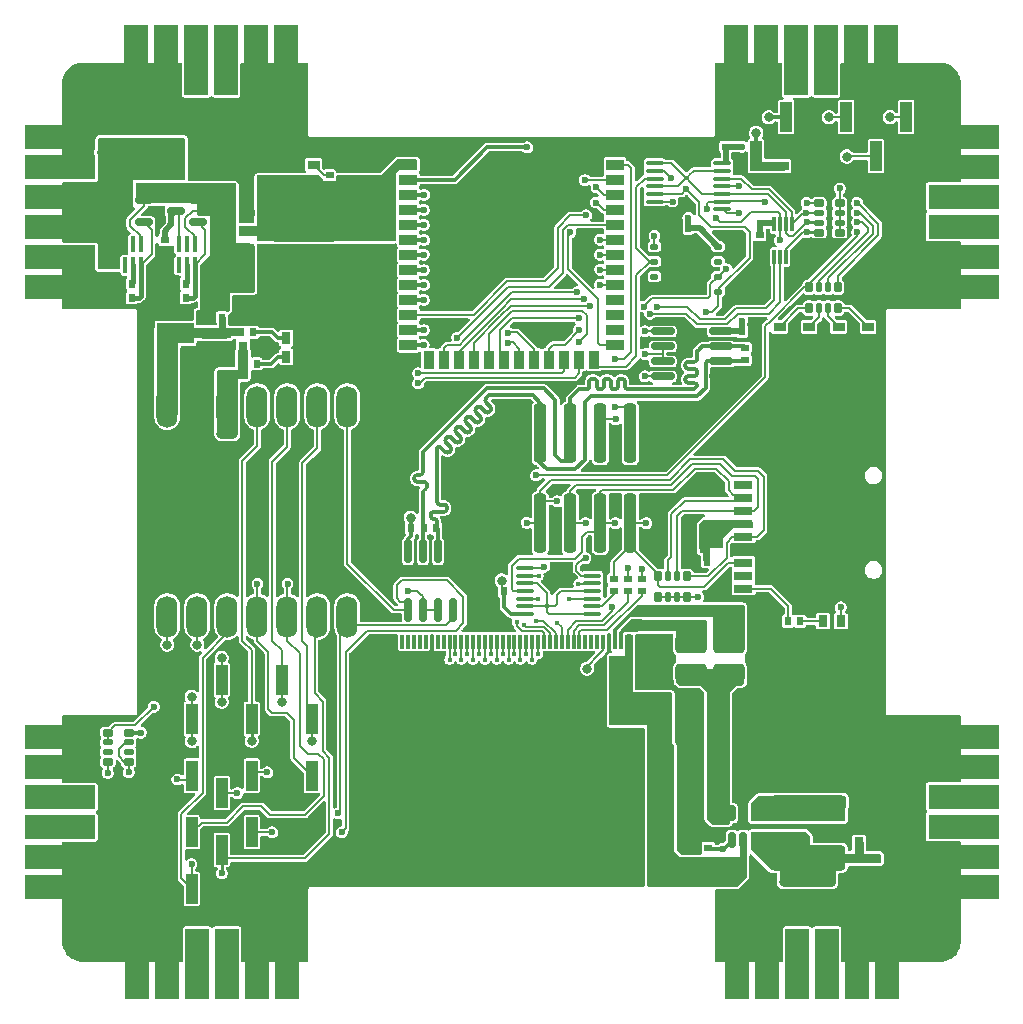
<source format=gtl>
G04 #@! TF.GenerationSoftware,KiCad,Pcbnew,9.0.7*
G04 #@! TF.CreationDate,2026-02-18T22:11:59-06:00*
G04 #@! TF.ProjectId,grad_cap_display,67726164-5f63-4617-905f-646973706c61,rev?*
G04 #@! TF.SameCoordinates,Original*
G04 #@! TF.FileFunction,Copper,L1,Top*
G04 #@! TF.FilePolarity,Positive*
%FSLAX46Y46*%
G04 Gerber Fmt 4.6, Leading zero omitted, Abs format (unit mm)*
G04 Created by KiCad (PCBNEW 9.0.7) date 2026-02-18 22:11:59*
%MOMM*%
%LPD*%
G01*
G04 APERTURE LIST*
G04 Aperture macros list*
%AMRoundRect*
0 Rectangle with rounded corners*
0 $1 Rounding radius*
0 $2 $3 $4 $5 $6 $7 $8 $9 X,Y pos of 4 corners*
0 Add a 4 corners polygon primitive as box body*
4,1,4,$2,$3,$4,$5,$6,$7,$8,$9,$2,$3,0*
0 Add four circle primitives for the rounded corners*
1,1,$1+$1,$2,$3*
1,1,$1+$1,$4,$5*
1,1,$1+$1,$6,$7*
1,1,$1+$1,$8,$9*
0 Add four rect primitives between the rounded corners*
20,1,$1+$1,$2,$3,$4,$5,0*
20,1,$1+$1,$4,$5,$6,$7,0*
20,1,$1+$1,$6,$7,$8,$9,0*
20,1,$1+$1,$8,$9,$2,$3,0*%
%AMFreePoly0*
4,1,9,3.862500,-0.866500,0.737500,-0.866500,0.737500,-0.450000,-0.737500,-0.450000,-0.737500,0.450000,0.737500,0.450000,0.737500,0.866500,3.862500,0.866500,3.862500,-0.866500,3.862500,-0.866500,$1*%
%AMFreePoly1*
4,1,17,0.803536,1.603536,0.805000,1.600000,0.805000,-0.800000,0.803536,-0.803536,0.800000,-0.805000,-1.600000,-0.805000,-1.603536,-0.803536,-1.605000,-0.800000,-1.605000,0.800000,-1.603536,0.803536,-1.600000,0.805000,-0.805000,0.805000,-0.805000,1.600000,-0.803536,1.603536,-0.800000,1.605000,0.800000,1.605000,0.803536,1.603536,0.803536,1.603536,$1*%
%AMFreePoly2*
4,1,17,0.803536,1.603536,0.805000,1.600000,0.805000,0.805000,1.600000,0.805000,1.603536,0.803536,1.605000,0.800000,1.605000,-0.800000,1.603536,-0.803536,1.600000,-0.805000,-0.800000,-0.805000,-0.803536,-0.803536,-0.805000,-0.800000,-0.805000,1.600000,-0.803536,1.603536,-0.800000,1.605000,0.800000,1.605000,0.803536,1.603536,0.803536,1.603536,$1*%
G04 Aperture macros list end*
G04 #@! TA.AperFunction,SMDPad,CuDef*
%ADD10R,1.000000X0.800000*%
G04 #@! TD*
G04 #@! TA.AperFunction,SMDPad,CuDef*
%ADD11R,0.700000X0.600000*%
G04 #@! TD*
G04 #@! TA.AperFunction,SMDPad,CuDef*
%ADD12R,0.600000X0.700000*%
G04 #@! TD*
G04 #@! TA.AperFunction,HeatsinkPad*
%ADD13C,0.600000*%
G04 #@! TD*
G04 #@! TA.AperFunction,HeatsinkPad*
%ADD14R,3.900000X3.900000*%
G04 #@! TD*
G04 #@! TA.AperFunction,SMDPad,CuDef*
%ADD15R,1.500000X0.900000*%
G04 #@! TD*
G04 #@! TA.AperFunction,SMDPad,CuDef*
%ADD16R,0.900000X1.500000*%
G04 #@! TD*
G04 #@! TA.AperFunction,HeatsinkPad*
%ADD17R,3.400000X4.300000*%
G04 #@! TD*
G04 #@! TA.AperFunction,SMDPad,CuDef*
%ADD18RoundRect,0.125000X-0.250000X-0.125000X0.250000X-0.125000X0.250000X0.125000X-0.250000X0.125000X0*%
G04 #@! TD*
G04 #@! TA.AperFunction,SMDPad,CuDef*
%ADD19R,1.600000X0.700000*%
G04 #@! TD*
G04 #@! TA.AperFunction,SMDPad,CuDef*
%ADD20R,2.200000X1.200000*%
G04 #@! TD*
G04 #@! TA.AperFunction,SMDPad,CuDef*
%ADD21R,1.500000X1.600000*%
G04 #@! TD*
G04 #@! TA.AperFunction,SMDPad,CuDef*
%ADD22R,1.800000X1.200000*%
G04 #@! TD*
G04 #@! TA.AperFunction,SMDPad,CuDef*
%ADD23RoundRect,0.225000X0.425000X0.225000X-0.425000X0.225000X-0.425000X-0.225000X0.425000X-0.225000X0*%
G04 #@! TD*
G04 #@! TA.AperFunction,SMDPad,CuDef*
%ADD24FreePoly0,180.000000*%
G04 #@! TD*
G04 #@! TA.AperFunction,SMDPad,CuDef*
%ADD25RoundRect,0.225000X-0.425000X-0.225000X0.425000X-0.225000X0.425000X0.225000X-0.425000X0.225000X0*%
G04 #@! TD*
G04 #@! TA.AperFunction,SMDPad,CuDef*
%ADD26FreePoly0,0.000000*%
G04 #@! TD*
G04 #@! TA.AperFunction,SMDPad,CuDef*
%ADD27RoundRect,0.355555X0.969445X-0.444445X0.969445X0.444445X-0.969445X0.444445X-0.969445X-0.444445X0*%
G04 #@! TD*
G04 #@! TA.AperFunction,SMDPad,CuDef*
%ADD28R,0.800000X1.000000*%
G04 #@! TD*
G04 #@! TA.AperFunction,SMDPad,CuDef*
%ADD29RoundRect,0.150000X0.587500X0.150000X-0.587500X0.150000X-0.587500X-0.150000X0.587500X-0.150000X0*%
G04 #@! TD*
G04 #@! TA.AperFunction,SMDPad,CuDef*
%ADD30RoundRect,0.100000X0.100000X-0.562500X0.100000X0.562500X-0.100000X0.562500X-0.100000X-0.562500X0*%
G04 #@! TD*
G04 #@! TA.AperFunction,SMDPad,CuDef*
%ADD31RoundRect,0.100000X0.637500X0.100000X-0.637500X0.100000X-0.637500X-0.100000X0.637500X-0.100000X0*%
G04 #@! TD*
G04 #@! TA.AperFunction,SMDPad,CuDef*
%ADD32RoundRect,0.152500X0.297500X0.152500X-0.297500X0.152500X-0.297500X-0.152500X0.297500X-0.152500X0*%
G04 #@! TD*
G04 #@! TA.AperFunction,SMDPad,CuDef*
%ADD33RoundRect,0.132500X0.317500X0.132500X-0.317500X0.132500X-0.317500X-0.132500X0.317500X-0.132500X0*%
G04 #@! TD*
G04 #@! TA.AperFunction,ComponentPad*
%ADD34O,1.750000X1.200000*%
G04 #@! TD*
G04 #@! TA.AperFunction,ComponentPad*
%ADD35RoundRect,0.250000X0.625000X-0.350000X0.625000X0.350000X-0.625000X0.350000X-0.625000X-0.350000X0*%
G04 #@! TD*
G04 #@! TA.AperFunction,SMDPad,CuDef*
%ADD36RoundRect,0.152500X0.152500X-0.297500X0.152500X0.297500X-0.152500X0.297500X-0.152500X-0.297500X0*%
G04 #@! TD*
G04 #@! TA.AperFunction,SMDPad,CuDef*
%ADD37RoundRect,0.132500X0.132500X-0.317500X0.132500X0.317500X-0.132500X0.317500X-0.132500X-0.317500X0*%
G04 #@! TD*
G04 #@! TA.AperFunction,SMDPad,CuDef*
%ADD38RoundRect,0.152500X-0.297500X-0.152500X0.297500X-0.152500X0.297500X0.152500X-0.297500X0.152500X0*%
G04 #@! TD*
G04 #@! TA.AperFunction,SMDPad,CuDef*
%ADD39RoundRect,0.132500X-0.317500X-0.132500X0.317500X-0.132500X0.317500X0.132500X-0.317500X0.132500X0*%
G04 #@! TD*
G04 #@! TA.AperFunction,SMDPad,CuDef*
%ADD40O,1.778000X3.556000*%
G04 #@! TD*
G04 #@! TA.AperFunction,SMDPad,CuDef*
%ADD41R,1.000000X2.510000*%
G04 #@! TD*
G04 #@! TA.AperFunction,SMDPad,CuDef*
%ADD42RoundRect,0.150000X-0.825000X-0.150000X0.825000X-0.150000X0.825000X0.150000X-0.825000X0.150000X0*%
G04 #@! TD*
G04 #@! TA.AperFunction,SMDPad,CuDef*
%ADD43RoundRect,0.100000X-0.637500X-0.100000X0.637500X-0.100000X0.637500X0.100000X-0.637500X0.100000X0*%
G04 #@! TD*
G04 #@! TA.AperFunction,SMDPad,CuDef*
%ADD44R,2.000000X6.000000*%
G04 #@! TD*
G04 #@! TA.AperFunction,ComponentPad*
%ADD45C,1.000000*%
G04 #@! TD*
G04 #@! TA.AperFunction,SMDPad,CuDef*
%ADD46RoundRect,0.150000X-0.150000X0.512500X-0.150000X-0.512500X0.150000X-0.512500X0.150000X0.512500X0*%
G04 #@! TD*
G04 #@! TA.AperFunction,SMDPad,CuDef*
%ADD47R,6.000000X2.000000*%
G04 #@! TD*
G04 #@! TA.AperFunction,SMDPad,CuDef*
%ADD48RoundRect,0.250000X-0.312500X-1.075000X0.312500X-1.075000X0.312500X1.075000X-0.312500X1.075000X0*%
G04 #@! TD*
G04 #@! TA.AperFunction,SMDPad,CuDef*
%ADD49RoundRect,0.150000X0.150000X-0.825000X0.150000X0.825000X-0.150000X0.825000X-0.150000X-0.825000X0*%
G04 #@! TD*
G04 #@! TA.AperFunction,SMDPad,CuDef*
%ADD50RoundRect,0.250000X0.260000X-2.250000X0.260000X2.250000X-0.260000X2.250000X-0.260000X-2.250000X0*%
G04 #@! TD*
G04 #@! TA.AperFunction,SMDPad,CuDef*
%ADD51R,0.300000X1.200000*%
G04 #@! TD*
G04 #@! TA.AperFunction,SMDPad,CuDef*
%ADD52FreePoly1,0.000000*%
G04 #@! TD*
G04 #@! TA.AperFunction,SMDPad,CuDef*
%ADD53FreePoly2,0.000000*%
G04 #@! TD*
G04 #@! TA.AperFunction,SMDPad,CuDef*
%ADD54RoundRect,0.087500X0.087500X-0.537500X0.087500X0.537500X-0.087500X0.537500X-0.087500X-0.537500X0*%
G04 #@! TD*
G04 #@! TA.AperFunction,SMDPad,CuDef*
%ADD55RoundRect,0.322500X2.827500X-0.752500X2.827500X0.752500X-2.827500X0.752500X-2.827500X-0.752500X0*%
G04 #@! TD*
G04 #@! TA.AperFunction,ViaPad*
%ADD56C,0.600000*%
G04 #@! TD*
G04 #@! TA.AperFunction,ViaPad*
%ADD57C,0.800000*%
G04 #@! TD*
G04 #@! TA.AperFunction,ViaPad*
%ADD58C,0.450000*%
G04 #@! TD*
G04 #@! TA.AperFunction,Conductor*
%ADD59C,0.200000*%
G04 #@! TD*
G04 #@! TA.AperFunction,Conductor*
%ADD60C,0.300000*%
G04 #@! TD*
G04 #@! TA.AperFunction,Conductor*
%ADD61C,0.150000*%
G04 #@! TD*
G04 #@! TA.AperFunction,Conductor*
%ADD62C,0.800000*%
G04 #@! TD*
G04 #@! TA.AperFunction,Conductor*
%ADD63C,0.400000*%
G04 #@! TD*
G04 #@! TA.AperFunction,Conductor*
%ADD64C,0.500000*%
G04 #@! TD*
G04 #@! TA.AperFunction,Conductor*
%ADD65C,0.600000*%
G04 #@! TD*
G04 #@! TA.AperFunction,Conductor*
%ADD66C,0.560000*%
G04 #@! TD*
G04 #@! TA.AperFunction,Conductor*
%ADD67C,0.900000*%
G04 #@! TD*
G04 #@! TA.AperFunction,Conductor*
%ADD68C,0.750000*%
G04 #@! TD*
G04 #@! TA.AperFunction,Conductor*
%ADD69C,0.250000*%
G04 #@! TD*
G04 APERTURE END LIST*
D10*
X24220076Y-8881849D03*
X24220076Y-10381849D03*
D11*
X25570076Y-10271847D03*
X25570076Y-9271849D03*
X26770076Y-10271847D03*
X26770076Y-9271849D03*
X22870076Y-8781850D03*
X22870076Y-9781848D03*
D10*
X21520076Y-8880605D03*
X21520076Y-10380605D03*
D12*
X9690077Y-20152469D03*
X10690075Y-20152469D03*
X9690077Y-18952469D03*
X10690075Y-18952469D03*
X14770076Y-21822469D03*
X13770076Y-21822469D03*
D13*
X38192500Y-16050000D03*
X38192500Y-14650000D03*
X37492500Y-16750000D03*
X37492500Y-15350000D03*
X37492500Y-13950000D03*
X36792500Y-16050000D03*
D14*
X36792500Y-15350000D03*
D13*
X36792500Y-14650000D03*
X36092500Y-16750000D03*
X36092500Y-15350000D03*
X36092500Y-13950000D03*
X35392500Y-16050000D03*
X35392500Y-14650000D03*
D15*
X47042500Y-7630000D03*
X47042500Y-8900000D03*
X47042500Y-10170000D03*
X47042500Y-11440000D03*
X47042500Y-12710000D03*
X47042500Y-13980000D03*
X47042500Y-15250000D03*
X47042500Y-16520000D03*
X47042500Y-17790000D03*
X47042500Y-19060000D03*
X47042500Y-20330000D03*
X47042500Y-21600000D03*
X47042500Y-22870000D03*
X47042500Y-24140000D03*
D16*
X45277500Y-25390000D03*
X44007500Y-25390000D03*
X42737500Y-25390000D03*
X41467500Y-25390000D03*
X40197500Y-25390000D03*
X38927500Y-25390000D03*
X37657500Y-25390000D03*
X36387500Y-25390000D03*
X35117500Y-25390000D03*
X33847500Y-25390000D03*
X32577500Y-25390000D03*
X31307500Y-25390000D03*
D15*
X29542500Y-24140000D03*
X29542500Y-22870000D03*
X29542500Y-21600000D03*
X29542500Y-20330000D03*
X29542500Y-19060000D03*
X29542500Y-17790000D03*
X29542500Y-16520000D03*
X29542500Y-15250000D03*
X29542500Y-13980000D03*
X29542500Y-12710000D03*
X29542500Y-11440000D03*
X29542500Y-10170000D03*
X29542500Y-8900000D03*
X29542500Y-7630000D03*
D17*
X53080076Y-17717469D03*
D18*
X55780076Y-15812469D03*
X55780076Y-17082469D03*
X55780076Y-18352469D03*
X55780076Y-19622469D03*
X50380076Y-19622469D03*
X50380076Y-18352469D03*
X50380076Y-17082469D03*
X50380076Y-15812469D03*
D19*
X57920000Y-44790000D03*
D20*
X68520000Y-30490000D03*
D21*
X58970000Y-31390000D03*
D20*
X68520000Y-45990000D03*
D22*
X59220000Y-45990000D03*
D19*
X57919999Y-43690000D03*
X57920000Y-42590000D03*
X57919999Y-41490000D03*
X57920000Y-40390000D03*
X57920000Y-39290001D03*
X57920000Y-38190000D03*
X57920000Y-37090000D03*
X57920000Y-35990000D03*
D23*
X12210076Y-24662469D03*
D24*
X12122575Y-23162469D03*
D23*
X12210076Y-21662469D03*
D25*
X15871986Y-15992469D03*
D26*
X15959487Y-14492469D03*
D25*
X15871986Y-12992469D03*
D27*
X56700000Y-51920000D03*
X56700000Y-49470000D03*
X53500000Y-49470000D03*
X53500000Y-51920000D03*
D11*
X54920076Y-66692468D03*
X54920076Y-65692470D03*
D28*
X67690076Y-66322469D03*
X69190076Y-66322469D03*
D10*
X23220076Y-16452469D03*
X23220076Y-14952469D03*
D28*
X17620076Y-17712469D03*
X16120076Y-17712469D03*
D11*
X21870076Y-15052470D03*
X21870076Y-16052468D03*
X20670076Y-15052470D03*
X20670076Y-16052468D03*
D28*
X20700076Y-25152469D03*
X19200076Y-25152469D03*
D12*
X6140075Y-18952469D03*
X5140077Y-18952469D03*
X6140075Y-20152469D03*
X5140077Y-20152469D03*
D11*
X8930076Y-15252470D03*
X8930076Y-16252468D03*
D12*
X15380077Y-23062469D03*
X16380075Y-23062469D03*
D29*
X5307424Y-12816462D03*
X7182425Y-11866462D03*
X7182425Y-13766462D03*
D30*
X5592426Y-17403962D03*
X6242426Y-17403962D03*
X6892426Y-17403962D03*
X6892426Y-15628962D03*
X6242426Y-15628962D03*
X5592426Y-15628962D03*
D29*
X9851986Y-12814968D03*
X11726987Y-11864968D03*
X11726987Y-13764968D03*
D30*
X10139487Y-15617468D03*
X10789487Y-15617468D03*
X11439487Y-15617468D03*
X11439487Y-17392468D03*
X10789487Y-17392468D03*
X10139487Y-17392468D03*
D12*
X16690075Y-25752469D03*
X15690077Y-25752469D03*
D28*
X19200076Y-23552469D03*
X20700076Y-23552469D03*
D31*
X45122531Y-46932469D03*
X45122531Y-46282469D03*
X45122531Y-45632469D03*
X45122531Y-44982469D03*
X45122531Y-44332469D03*
X45122531Y-43682469D03*
X45122531Y-43032469D03*
X39397531Y-43032469D03*
X39397531Y-43682469D03*
X39397531Y-44332469D03*
X39397531Y-44982469D03*
X39397531Y-45632469D03*
X39397531Y-46282469D03*
X39397531Y-46932469D03*
D32*
X66074720Y-14622469D03*
D33*
X66074720Y-13782469D03*
X66074720Y-12982469D03*
D32*
X66074720Y-12142469D03*
X64304720Y-12142469D03*
D33*
X64304720Y-12982469D03*
X64304720Y-13782469D03*
D32*
X64304720Y-14622469D03*
D34*
X8230076Y-5762468D03*
D35*
X8230076Y-7762469D03*
D36*
X63450076Y-21027469D03*
D37*
X64290076Y-21027469D03*
X65090076Y-21027469D03*
D36*
X65930076Y-21027469D03*
X65930076Y-19257469D03*
D37*
X65090076Y-19257469D03*
X64290076Y-19257469D03*
D36*
X63450076Y-19257469D03*
D38*
X4102500Y-56960000D03*
D39*
X4102500Y-57800000D03*
X4102500Y-58600000D03*
D38*
X4102500Y-59440000D03*
X5872500Y-59440000D03*
D39*
X5872500Y-58600000D03*
X5872500Y-57800000D03*
D38*
X5872500Y-56960000D03*
D36*
X50670076Y-45492469D03*
D37*
X51510076Y-45492469D03*
X52310076Y-45492469D03*
D36*
X53150076Y-45492469D03*
X53150076Y-43722469D03*
D37*
X52310076Y-43722469D03*
X51510076Y-43722469D03*
D36*
X50670076Y-43722469D03*
D40*
X9140000Y-47140000D03*
X11680000Y-47140000D03*
X14220000Y-47140000D03*
X16760000Y-47140000D03*
X19300000Y-47140000D03*
X21840000Y-47140000D03*
X24380000Y-47140000D03*
X24380000Y-29360000D03*
X21840000Y-29360000D03*
X19300000Y-29360000D03*
X16760000Y-29360000D03*
X14220000Y-29360000D03*
X11680000Y-29360000D03*
X9140000Y-29360000D03*
D12*
X31899999Y-39669988D03*
X30900001Y-39669988D03*
D41*
X8670076Y-66877469D03*
X11210076Y-70187469D03*
X13750076Y-66877469D03*
X16290076Y-70187469D03*
X58990000Y-8150000D03*
X61530000Y-4840000D03*
X64070000Y-8150000D03*
X66610000Y-4840000D03*
X69150000Y-8150000D03*
X71690000Y-4840000D03*
D12*
X62709999Y-47530000D03*
X61710001Y-47530000D03*
D42*
X51080076Y-22997469D03*
X51080076Y-24267469D03*
X51080076Y-25537469D03*
X51080076Y-26807469D03*
X56030076Y-26807469D03*
X56030076Y-25537469D03*
X56030076Y-24267469D03*
X56030076Y-22997469D03*
D43*
X50402576Y-8752469D03*
X50402576Y-9402469D03*
X50402576Y-10052469D03*
X50402576Y-10702469D03*
X50402576Y-11352469D03*
X50402576Y-12002469D03*
X50402576Y-12652469D03*
X56127576Y-12652469D03*
X56127576Y-12002469D03*
X56127576Y-11352469D03*
X56127576Y-10702469D03*
X56127576Y-10052469D03*
X56127576Y-9402469D03*
X56127576Y-8752469D03*
D44*
X6572498Y-76570000D03*
D45*
X6572499Y-74283999D03*
D44*
X9112499Y-76570000D03*
D45*
X9112499Y-74284000D03*
D44*
X11652499Y-76570000D03*
D45*
X11652499Y-74284000D03*
D44*
X14192499Y-76570000D03*
D45*
X14192499Y-74284000D03*
D44*
X16732499Y-76570000D03*
D45*
X16732499Y-74284000D03*
D44*
X19272500Y-76570000D03*
D45*
X19272499Y-74283999D03*
D44*
X57372499Y-76570000D03*
D45*
X57372499Y-74284000D03*
D44*
X59912499Y-76570000D03*
D45*
X59912499Y-74284000D03*
D44*
X62452498Y-76570000D03*
D45*
X62452498Y-74284000D03*
D44*
X64992500Y-76570000D03*
D45*
X64992500Y-74284000D03*
D44*
X67532499Y-76570000D03*
D45*
X67532499Y-74284000D03*
D44*
X70072499Y-76570000D03*
D45*
X70072499Y-74284000D03*
D41*
X8670000Y-62095001D03*
X11210000Y-65405001D03*
X13750000Y-62095001D03*
X16290000Y-65405001D03*
X18830000Y-62095001D03*
D28*
X51626120Y-58450000D03*
X53126120Y-58450000D03*
D11*
X58055076Y-25397468D03*
X58055076Y-24397470D03*
D41*
X21370000Y-60601247D03*
X18830000Y-57291247D03*
X16290000Y-60601247D03*
X13750000Y-57291247D03*
X11210000Y-60601247D03*
X8670000Y-57291247D03*
D28*
X64660000Y-47530000D03*
X66160000Y-47530000D03*
D11*
X49300076Y-43942470D03*
X49300076Y-44942468D03*
D10*
X61250000Y-9002469D03*
X61250000Y-10502469D03*
X69040076Y-67642469D03*
X69040076Y-69142469D03*
D12*
X53260075Y-14242469D03*
X52260077Y-14242469D03*
D44*
X70012502Y0D03*
D45*
X70012501Y-2286001D03*
D44*
X67472501Y0D03*
D45*
X67472501Y-2286000D03*
D44*
X64932501Y0D03*
D45*
X64932501Y-2286000D03*
D44*
X62392501Y0D03*
D45*
X62392501Y-2286000D03*
D44*
X59852501Y0D03*
D45*
X59852501Y-2286000D03*
D44*
X57312500Y0D03*
D45*
X57312501Y-2286001D03*
D44*
X19212501Y0D03*
D45*
X19212501Y-2286000D03*
D44*
X16672501Y0D03*
D45*
X16672501Y-2286000D03*
D44*
X14132502Y0D03*
D45*
X14132502Y-2286000D03*
D44*
X11592500Y0D03*
D45*
X11592500Y-2286000D03*
D44*
X9052501Y0D03*
D45*
X9052501Y-2286000D03*
D44*
X6512501Y0D03*
D45*
X6512501Y-2286000D03*
D46*
X58870000Y-63775000D03*
X57920001Y-63775000D03*
X56970002Y-63775000D03*
X56970002Y-66050000D03*
X57920001Y-66050000D03*
X58870000Y-66050000D03*
D47*
X35000Y-6567500D03*
D45*
X2321000Y-6567500D03*
D47*
X35000Y-9107500D03*
D45*
X2321000Y-9107500D03*
D47*
X35000Y-11647500D03*
D45*
X2321000Y-11647500D03*
D47*
X35000Y-14187500D03*
D45*
X2321000Y-14187500D03*
D47*
X35000Y-16727500D03*
D45*
X2321000Y-16727500D03*
D47*
X35000Y-19267500D03*
D45*
X2321000Y-19267500D03*
D47*
X35000Y-57367500D03*
D45*
X2321000Y-57367500D03*
D47*
X35000Y-59907500D03*
D45*
X2321000Y-59907500D03*
D47*
X35000Y-62447500D03*
D45*
X2321000Y-62447500D03*
D47*
X35000Y-64987500D03*
D45*
X2321000Y-64987500D03*
D47*
X35000Y-67527500D03*
D45*
X2321000Y-67527500D03*
D47*
X35000Y-70067500D03*
D45*
X2321000Y-70067500D03*
D10*
X60980076Y-24122469D03*
X60980076Y-22622469D03*
X4970076Y-7462469D03*
X4970076Y-5962469D03*
D47*
X76550000Y-70007500D03*
D45*
X74264000Y-70007500D03*
D47*
X76550000Y-67467500D03*
D45*
X74264000Y-67467500D03*
D47*
X76550000Y-64927500D03*
D45*
X74264000Y-64927500D03*
D47*
X76550000Y-62387500D03*
D45*
X74264000Y-62387500D03*
D47*
X76550000Y-59847500D03*
D45*
X74264000Y-59847500D03*
D47*
X76550000Y-57307500D03*
D45*
X74264000Y-57307500D03*
D47*
X76550000Y-19207500D03*
D45*
X74264000Y-19207500D03*
D47*
X76550000Y-16667500D03*
D45*
X74264000Y-16667500D03*
D47*
X76550000Y-14127500D03*
D45*
X74264000Y-14127500D03*
D47*
X76550000Y-11587500D03*
D45*
X74264000Y-11587500D03*
D47*
X76550000Y-9047500D03*
D45*
X74264000Y-9047500D03*
D47*
X76550000Y-6507500D03*
D45*
X74264000Y-6507500D03*
D11*
X59310076Y-14812470D03*
X59310076Y-15812468D03*
X48120076Y-43942470D03*
X48120076Y-44942468D03*
X46947607Y-44942468D03*
X46947607Y-43942470D03*
D10*
X68480076Y-24122469D03*
X68480076Y-22622469D03*
X65980076Y-24122469D03*
X65980076Y-22622469D03*
D48*
X56175000Y-58200000D03*
X59100000Y-58200000D03*
D41*
X8670076Y-52493920D03*
X11210076Y-55803920D03*
X13750076Y-52493920D03*
X16290076Y-55803920D03*
X18830076Y-52493920D03*
X21370076Y-55803920D03*
D49*
X29505000Y-46574988D03*
X30775000Y-46574988D03*
X32045000Y-46574988D03*
X33315000Y-46574988D03*
X33315000Y-41624988D03*
X32045000Y-41624988D03*
X30775000Y-41624988D03*
X29505000Y-41624988D03*
D10*
X63480076Y-24122469D03*
X63480076Y-22622469D03*
D50*
X38175000Y-39225000D03*
X38175000Y-31625000D03*
X40715000Y-39225000D03*
X40715000Y-31625000D03*
X43255000Y-39225000D03*
X43255000Y-31625000D03*
X45795000Y-39225000D03*
X45795000Y-31625000D03*
X48335000Y-39225000D03*
X48335000Y-31625000D03*
X50875000Y-39225000D03*
X50875000Y-31625000D03*
D12*
X51585072Y-57000000D03*
X52585070Y-57000000D03*
D41*
X56880000Y-68745000D03*
X59420000Y-72055000D03*
D51*
X28530000Y-49252500D03*
X29030000Y-49252500D03*
X29530000Y-49252500D03*
X30030000Y-49252500D03*
X30530000Y-49252500D03*
X31030000Y-49252500D03*
X31530000Y-49252500D03*
X32030000Y-49252500D03*
X32530000Y-49252500D03*
X33030000Y-49252500D03*
X33530000Y-49252500D03*
X34030000Y-49252500D03*
X34530000Y-49252500D03*
X35030000Y-49252500D03*
X35530000Y-49252500D03*
X36030000Y-49252500D03*
X36530000Y-49252500D03*
X37030000Y-49252500D03*
X37530000Y-49252500D03*
X38030000Y-49252500D03*
X38530000Y-49252500D03*
X39030000Y-49252500D03*
X39530000Y-49252500D03*
X40030000Y-49252500D03*
X40530000Y-49252500D03*
X41030000Y-49252500D03*
X41530000Y-49252500D03*
X42030000Y-49252500D03*
X42530000Y-49252500D03*
X43030000Y-49252500D03*
X43530000Y-49252500D03*
X44030000Y-49252500D03*
X44530000Y-49252500D03*
X45030000Y-49252500D03*
X45530000Y-49252500D03*
X46030000Y-49252500D03*
X46530000Y-49252500D03*
X47030000Y-49252500D03*
X47530000Y-49252500D03*
X48030000Y-49252500D03*
D52*
X26830000Y-52352500D03*
D53*
X49730000Y-52352500D03*
D11*
X67640076Y-67622471D03*
X67640076Y-68622469D03*
D54*
X60510074Y-16712469D03*
X61010075Y-16712469D03*
X61510075Y-16712469D03*
X62010076Y-16712469D03*
X62010076Y-13912469D03*
X61510075Y-13912469D03*
X61010075Y-13912469D03*
X60510074Y-13912469D03*
D55*
X63392599Y-67562500D03*
X63392599Y-63387499D03*
D11*
X56430076Y-7352468D03*
X56430076Y-6352470D03*
D12*
X57780076Y-22972469D03*
X58780076Y-22972469D03*
X29770076Y-39672457D03*
X28770076Y-39672457D03*
D28*
X13985076Y-20452469D03*
X15485076Y-20452469D03*
D10*
X13990076Y-23187469D03*
X13990076Y-24687469D03*
D12*
X53810076Y-42482469D03*
X54810076Y-42482469D03*
D28*
X54595076Y-41222469D03*
X53095076Y-41222469D03*
X15562577Y-24362469D03*
X17062577Y-24362469D03*
D12*
X37640076Y-44972469D03*
X36640076Y-44972469D03*
D56*
X24220076Y-11283091D03*
X21520076Y-11281848D03*
X24210076Y-7920605D03*
X22880076Y-7920605D03*
X25550076Y-8350604D03*
X26770076Y-11073090D03*
X25560076Y-11073090D03*
X26790076Y-8360604D03*
D57*
X49730076Y-37562469D03*
X47050076Y-37562469D03*
X42080076Y-39212469D03*
X42180076Y-22922469D03*
X44130076Y-15862469D03*
X42970076Y-18822469D03*
X44520076Y-37542469D03*
X33010076Y-22362469D03*
X42200076Y-36412469D03*
X47050076Y-34402469D03*
X68530076Y-48012469D03*
X68510076Y-28592469D03*
X59000076Y-28842469D03*
X59230076Y-47602469D03*
X60610076Y-59182468D03*
X60610076Y-58182469D03*
X60610076Y-57182469D03*
D56*
X20710076Y-22452470D03*
X8900076Y-17102470D03*
X8320076Y-12822469D03*
D57*
X15870076Y-9822469D03*
X15870076Y-10822469D03*
X15870076Y-11822469D03*
X20670077Y-17292471D03*
X22020076Y-17298712D03*
X23220076Y-17692470D03*
X23230076Y-13792468D03*
X21880076Y-13786227D03*
X20680076Y-13782469D03*
X33970076Y-7632469D03*
X32970076Y-7632469D03*
X30973464Y-7631477D03*
X31970076Y-7632469D03*
X44630076Y-8962469D03*
X43630076Y-8962469D03*
X42633464Y-8961477D03*
X45630076Y-8962469D03*
X54360076Y-17802469D03*
X51800076Y-19472469D03*
X51810076Y-15992469D03*
X62420076Y-10512469D03*
X64090076Y-10002469D03*
X49070076Y-57002469D03*
X24140076Y-68052469D03*
X25010076Y-56132469D03*
X34600076Y-55932469D03*
X34580076Y-62212469D03*
X25300076Y-62372469D03*
X40180076Y-60002469D03*
X48790076Y-66052469D03*
X45630076Y-54492469D03*
X34470076Y-66002469D03*
X50790076Y-42552469D03*
X38120076Y-34772469D03*
X38150076Y-36102469D03*
X36430076Y-42852469D03*
X29480076Y-43312469D03*
X11190076Y-26641948D03*
X12180076Y-31671948D03*
X11180076Y-31671948D03*
X12190076Y-26641948D03*
X55990076Y-27772469D03*
X57640076Y-26812469D03*
X49550076Y-18992469D03*
X56630076Y-16462469D03*
X56160076Y-14892469D03*
X13720076Y-31682469D03*
X14720076Y-31682469D03*
X14730076Y-26652469D03*
X13730076Y-26652469D03*
X17300076Y-11992469D03*
X19300076Y-10992469D03*
X19300076Y-11992469D03*
X17300076Y-12992469D03*
X18300076Y-11992469D03*
D56*
X18690665Y-17732469D03*
D57*
X18300076Y-10992469D03*
X17300076Y-10992469D03*
X19300076Y-12992469D03*
X18300076Y-12992469D03*
D56*
X20700076Y-26242469D03*
X8880075Y-20182469D03*
X8890075Y-18862469D03*
X4310075Y-20182469D03*
X4320076Y-18862469D03*
X9490076Y-13942469D03*
X18150076Y-24362469D03*
X16575076Y-20464969D03*
X12200076Y-25722469D03*
X13990076Y-25732469D03*
X8680076Y-68662469D03*
X51480076Y-14232469D03*
X8670076Y-63882469D03*
D57*
X30850000Y-50500000D03*
X26000000Y-50050000D03*
D56*
X46380076Y-42212469D03*
X9340076Y-54742469D03*
X53630076Y-39202469D03*
X17350076Y-70172469D03*
X59119999Y-41490000D03*
X62740076Y-16702469D03*
D57*
X45910076Y-51552469D03*
D56*
X59320076Y-16732469D03*
X8660076Y-59062469D03*
X13740076Y-59092469D03*
X58780076Y-22102469D03*
D57*
X29250000Y-50500000D03*
X50550000Y-50050000D03*
D56*
X19880076Y-62092469D03*
X55450076Y-35942469D03*
X50390076Y-13342469D03*
D57*
X36380076Y-44092469D03*
D56*
X56420076Y-5392469D03*
D57*
X53150000Y-59600000D03*
D58*
X41590076Y-44432469D03*
D56*
X56180076Y-21312469D03*
X53622158Y-40203923D03*
X18820076Y-59112469D03*
D57*
X28730076Y-38762457D03*
X53650001Y-57064930D03*
D56*
X5860076Y-60322469D03*
X17601223Y-60332469D03*
X9990076Y-60932469D03*
X4100076Y-60382469D03*
D57*
X58990076Y-6182469D03*
X61354048Y-69638181D03*
X63354047Y-69638181D03*
X62354047Y-69638181D03*
X65354048Y-69638181D03*
X64354047Y-69638181D03*
D56*
X66080076Y-10892469D03*
X57810076Y-7352469D03*
X53250076Y-13392469D03*
X59310076Y-13832469D03*
D57*
X44680076Y-51552469D03*
D56*
X57790076Y-22102469D03*
X54070076Y-45477469D03*
X54624099Y-39283880D03*
D57*
X29750076Y-38772457D03*
D56*
X6900076Y-56962469D03*
D57*
X37440076Y-44092469D03*
D56*
X54620076Y-40282469D03*
X66160076Y-46362469D03*
D57*
X65160076Y-4852469D03*
D56*
X45470076Y-10782469D03*
D57*
X66670076Y-8192469D03*
D56*
X45420076Y-12082469D03*
D57*
X60060076Y-4862469D03*
D56*
X39610076Y-7412469D03*
X43260076Y-14592469D03*
D57*
X70320076Y-4842469D03*
D56*
X51910076Y-12002469D03*
X44550076Y-42182469D03*
X44550076Y-39232469D03*
X41040076Y-42912469D03*
X39590076Y-39212469D03*
X42134072Y-37388433D03*
X57530076Y-13012469D03*
X47070076Y-29402469D03*
X47050076Y-25352469D03*
X11190076Y-68102469D03*
X57510076Y-10702469D03*
X47080076Y-39232469D03*
X47100076Y-30452469D03*
X13760076Y-68882469D03*
X56170076Y-66792469D03*
X51790076Y-10042469D03*
X49690076Y-39222469D03*
D58*
X40360076Y-47472469D03*
D56*
X45787652Y-17764938D03*
X30880076Y-11427469D03*
D58*
X40030076Y-50777469D03*
X34030152Y-50777545D03*
D56*
X33680076Y-23527469D03*
X30880076Y-15252469D03*
D58*
X38530076Y-50327469D03*
X33030152Y-50777545D03*
D56*
X30380076Y-27402469D03*
X30855076Y-13977469D03*
D58*
X39030076Y-50777469D03*
D56*
X37955076Y-23962469D03*
D58*
X38030076Y-50777469D03*
X37030152Y-50777545D03*
D56*
X30855076Y-16502469D03*
X37955076Y-23092469D03*
D58*
X37530152Y-50327545D03*
X39530076Y-50327469D03*
D56*
X30855076Y-12702469D03*
X30855076Y-20327469D03*
D58*
X35530152Y-50327545D03*
X42160076Y-47642469D03*
D56*
X45780076Y-19032469D03*
D58*
X34530152Y-50327545D03*
D56*
X30844071Y-24139884D03*
X44490076Y-10177469D03*
D58*
X40530076Y-50327469D03*
D56*
X30855076Y-22877469D03*
D58*
X35030152Y-50777545D03*
D56*
X45781529Y-15222726D03*
D58*
X38740076Y-47582469D03*
X33530152Y-50327545D03*
D56*
X30370076Y-26542469D03*
D58*
X39350076Y-47842469D03*
D56*
X45781529Y-16491579D03*
D58*
X36530152Y-50327545D03*
D56*
X30855076Y-17802469D03*
X30880076Y-19052469D03*
D58*
X36030152Y-50777545D03*
X43180076Y-45636010D03*
D57*
X18840076Y-54352469D03*
D58*
X40570076Y-43682469D03*
D57*
X21370076Y-57662469D03*
X11680076Y-49522469D03*
X13750076Y-54362469D03*
X13750076Y-50642469D03*
D58*
X40560076Y-45642469D03*
D57*
X16290076Y-57662469D03*
D58*
X43943803Y-44352469D03*
D56*
X23610076Y-63812469D03*
X15070076Y-62082469D03*
X18010076Y-65412469D03*
X23910076Y-65412469D03*
X19320076Y-44362469D03*
X29490076Y-44932469D03*
D58*
X41270076Y-46282469D03*
D57*
X9130076Y-49522469D03*
X11210076Y-57672469D03*
X11210076Y-53932469D03*
D56*
X16770076Y-44352469D03*
X8000076Y-54772469D03*
X49580076Y-24912469D03*
X43990076Y-22892469D03*
X49590076Y-22992469D03*
X43990076Y-21892469D03*
X43990076Y-23892469D03*
X49580076Y-26802469D03*
X67529720Y-12952469D03*
X63254720Y-12952469D03*
X44960076Y-20862469D03*
X50020076Y-21492469D03*
X43820076Y-19682469D03*
X50570076Y-20892469D03*
X49300076Y-43072469D03*
X44590076Y-13162469D03*
X54740076Y-21322469D03*
X53090076Y-10962469D03*
X59740076Y-12002469D03*
X44380076Y-20282469D03*
X48120076Y-43052469D03*
X54810076Y-12652469D03*
X49480076Y-20892469D03*
X56440076Y-17722469D03*
X63258956Y-14618023D03*
X40360076Y-35172469D03*
X46790076Y-46322469D03*
X67535076Y-14593107D03*
X67534720Y-12112469D03*
X50380076Y-14902469D03*
X61010076Y-15282469D03*
X55570076Y-13422469D03*
X63259720Y-12112469D03*
X63259049Y-13753546D03*
X67534049Y-13753546D03*
D59*
X66074720Y-11187469D02*
X66074720Y-12142469D01*
X66080076Y-11182113D02*
X66074720Y-11187469D01*
X66080076Y-10892469D02*
X66080076Y-11182113D01*
D60*
X21520076Y-10380605D02*
X21520076Y-11281848D01*
X26790076Y-9261847D02*
X26790076Y-8360604D01*
X24220076Y-10381848D02*
X24220076Y-11283091D01*
X26770076Y-10171847D02*
X26770076Y-11073090D01*
X25560076Y-10171847D02*
X25560076Y-11073090D01*
X25550076Y-9251847D02*
X25550076Y-8350604D01*
D59*
X21520076Y-8880605D02*
X22421319Y-9781848D01*
D60*
X22880076Y-8821848D02*
X22880076Y-7920605D01*
X24210076Y-8821848D02*
X24210076Y-7920605D01*
D59*
X22421319Y-9781848D02*
X22870076Y-9781848D01*
D61*
X42530000Y-48012393D02*
X42160076Y-47642469D01*
X42530000Y-49252500D02*
X42530000Y-48012393D01*
D60*
X36210076Y-7412469D02*
X33452545Y-10170000D01*
X33452545Y-10170000D02*
X29542500Y-10170000D01*
X39610076Y-7412469D02*
X36210076Y-7412469D01*
D59*
X45767607Y-24140000D02*
X47042500Y-24140000D01*
X45600076Y-23972469D02*
X45767607Y-24140000D01*
X43090076Y-14942469D02*
X43090076Y-17752469D01*
X45600076Y-20262469D02*
X45600076Y-23972469D01*
X43260076Y-14772469D02*
X43090076Y-14942469D01*
X43260076Y-14592469D02*
X43260076Y-14772469D01*
X43090076Y-17752469D02*
X45600076Y-20262469D01*
D61*
X42617576Y-18074969D02*
X42617576Y-14394969D01*
X41480076Y-19212469D02*
X42617576Y-18074969D01*
X43032545Y-13980000D02*
X47042500Y-13980000D01*
X37995076Y-19212469D02*
X41480076Y-19212469D01*
X33680076Y-23527469D02*
X37995076Y-19212469D01*
X42617576Y-14394969D02*
X43032545Y-13980000D01*
D59*
X42200076Y-14212469D02*
X43250076Y-13162469D01*
X41080076Y-18762469D02*
X42200076Y-17642469D01*
X37900076Y-18762469D02*
X41080076Y-18762469D01*
X43250076Y-13162469D02*
X44590076Y-13162469D01*
X35062545Y-21600000D02*
X37900076Y-18762469D01*
X29542500Y-21600000D02*
X35062545Y-21600000D01*
X42200076Y-17642469D02*
X42200076Y-14212469D01*
X36640076Y-44352469D02*
X36380076Y-44092469D01*
X36640076Y-44972469D02*
X36640076Y-44352469D01*
X44640076Y-23242469D02*
X44640076Y-21632469D01*
X43990076Y-23892469D02*
X44640076Y-23242469D01*
X44680076Y-39952469D02*
X45450076Y-39952469D01*
X44250076Y-40382469D02*
X44680076Y-39952469D01*
X44250076Y-41633940D02*
X44250076Y-40382469D01*
X43651547Y-42232469D02*
X44250076Y-41633940D01*
X38880076Y-42232469D02*
X43651547Y-42232469D01*
X38280076Y-42832469D02*
X38880076Y-42232469D01*
X38280076Y-44822469D02*
X38280076Y-42832469D01*
X38440076Y-44982469D02*
X38280076Y-44822469D01*
X39397531Y-44982469D02*
X38440076Y-44982469D01*
X21600076Y-47379924D02*
X21840000Y-47140000D01*
X21600076Y-53632469D02*
X21600076Y-47379924D01*
X22300076Y-54332469D02*
X21600076Y-53632469D01*
X22300076Y-58512469D02*
X22300076Y-54332469D01*
X14227468Y-67622469D02*
X20810076Y-67622469D01*
X22860076Y-65572469D02*
X22860076Y-59072469D01*
X22860076Y-59072469D02*
X22300076Y-58512469D01*
X13750076Y-67145077D02*
X14227468Y-67622469D01*
X20810076Y-67622469D02*
X22860076Y-65572469D01*
X13750076Y-66877469D02*
X13750076Y-67145077D01*
X12120076Y-62052469D02*
X12120076Y-59662469D01*
X10310076Y-63862469D02*
X12120076Y-62052469D01*
X11210076Y-70187469D02*
X10310076Y-69287469D01*
X10310076Y-69287469D02*
X10310076Y-63862469D01*
X12120076Y-59662469D02*
X12120076Y-50632469D01*
X14220000Y-48532545D02*
X14220000Y-47140000D01*
X12120076Y-50632469D02*
X14220000Y-48532545D01*
X42770076Y-24112469D02*
X43990076Y-22892469D01*
X41800076Y-24112469D02*
X42770076Y-24112469D01*
X41467500Y-24445045D02*
X41800076Y-24112469D01*
X41467500Y-25390000D02*
X41467500Y-24445045D01*
X20570076Y-34172469D02*
X21840000Y-32902545D01*
X21840000Y-32902545D02*
X21840000Y-29360000D01*
X20570076Y-49182469D02*
X20570076Y-34172469D01*
X21000076Y-49612469D02*
X20570076Y-49182469D01*
X21370076Y-55803920D02*
X21000076Y-55433920D01*
X21000076Y-55433920D02*
X21000076Y-49612469D01*
X29505000Y-45987393D02*
X29505000Y-46574988D01*
X29390076Y-45872469D02*
X29505000Y-45987393D01*
X28880076Y-45872469D02*
X29390076Y-45872469D01*
X28580076Y-45572469D02*
X28880076Y-45872469D01*
X28580076Y-44482469D02*
X28580076Y-45572469D01*
X28990076Y-44072469D02*
X28580076Y-44482469D01*
X33560076Y-48322469D02*
X34190076Y-47692469D01*
X34190076Y-47692469D02*
X34190076Y-45442469D01*
X34190076Y-45442469D02*
X32820076Y-44072469D01*
X23910076Y-65412469D02*
X24240076Y-65082469D01*
X24240076Y-65082469D02*
X24240076Y-50142469D01*
X24240076Y-50142469D02*
X26060076Y-48322469D01*
X26060076Y-48322469D02*
X33560076Y-48322469D01*
X32820076Y-44072469D02*
X28990076Y-44072469D01*
X55780076Y-19412469D02*
X55780076Y-19622469D01*
X58430076Y-14552469D02*
X58430076Y-16762469D01*
X58020076Y-14142469D02*
X58430076Y-14552469D01*
X54180076Y-13122469D02*
X55200076Y-14142469D01*
X54180076Y-12052469D02*
X54180076Y-13122469D01*
X55200076Y-14142469D02*
X58020076Y-14142469D01*
X58430076Y-16762469D02*
X55780076Y-19412469D01*
X53090076Y-10962469D02*
X54180076Y-12052469D01*
X53090076Y-10962469D02*
X52700076Y-11352469D01*
X52700076Y-11352469D02*
X50402576Y-11352469D01*
X55780076Y-20852469D02*
X55780076Y-19622469D01*
X55260076Y-21372469D02*
X55780076Y-20852469D01*
X54790076Y-21372469D02*
X55260076Y-21372469D01*
X54740076Y-21322469D02*
X54790076Y-21372469D01*
X47074666Y-29407059D02*
X48329632Y-29407059D01*
X47070076Y-29402469D02*
X47074666Y-29407059D01*
X45920365Y-30452469D02*
X45893079Y-30479755D01*
X47100076Y-30452469D02*
X45920365Y-30452469D01*
D61*
X48335000Y-30667393D02*
X48335000Y-31625000D01*
D59*
X59630076Y-39810000D02*
X59050076Y-40390000D01*
X59630076Y-35292469D02*
X59630076Y-39810000D01*
X59130076Y-34792469D02*
X59630076Y-35292469D01*
X56220076Y-33812469D02*
X57200076Y-34792469D01*
X59050076Y-40390000D02*
X57920000Y-40390000D01*
X57200076Y-34792469D02*
X59130076Y-34792469D01*
X51660076Y-35582469D02*
X53430076Y-33812469D01*
X41600076Y-35582469D02*
X51660076Y-35582469D01*
X53430076Y-33812469D02*
X56220076Y-33812469D01*
X40715000Y-36467545D02*
X41600076Y-35582469D01*
X40715000Y-39225000D02*
X40715000Y-36467545D01*
X59150076Y-35482469D02*
X58920076Y-35252469D01*
X58782545Y-38190000D02*
X57920000Y-38190000D01*
X59150076Y-37822469D02*
X58782545Y-38190000D01*
X59150076Y-35482469D02*
X59150076Y-37822469D01*
X51800076Y-36012469D02*
X53600076Y-34212469D01*
X55930076Y-34212469D02*
X56970076Y-35252469D01*
X43255000Y-36507545D02*
X43750076Y-36012469D01*
X43750076Y-36012469D02*
X51800076Y-36012469D01*
X43255000Y-39225000D02*
X43255000Y-36507545D01*
X53600076Y-34212469D02*
X55930076Y-34212469D01*
X56970076Y-35252469D02*
X58920076Y-35252469D01*
X16760000Y-49232393D02*
X16760000Y-47140000D01*
X17700076Y-55002469D02*
X17700076Y-50172469D01*
X19250076Y-55272469D02*
X17970076Y-55272469D01*
X17970076Y-55272469D02*
X17700076Y-55002469D01*
X17700076Y-50172469D02*
X16760000Y-49232393D01*
X21370000Y-60601247D02*
X19860076Y-59091323D01*
X19860076Y-59091323D02*
X19860076Y-55882469D01*
X19860076Y-55882469D02*
X19250076Y-55272469D01*
X12032532Y-64582469D02*
X11210000Y-65405001D01*
X14160076Y-64582469D02*
X12032532Y-64582469D01*
X17100076Y-63182469D02*
X15560076Y-63182469D01*
X17840076Y-63922469D02*
X17100076Y-63182469D01*
X20790076Y-63922469D02*
X17840076Y-63922469D01*
X22390076Y-59222469D02*
X22390076Y-62322469D01*
X21930076Y-58762469D02*
X22390076Y-59222469D01*
X15560076Y-63182469D02*
X14160076Y-64582469D01*
X21030076Y-58762469D02*
X21930076Y-58762469D01*
X20350076Y-58082469D02*
X21030076Y-58762469D01*
X22390076Y-62322469D02*
X20790076Y-63922469D01*
X19300000Y-49172393D02*
X20350076Y-50222469D01*
X19300000Y-47140000D02*
X19300000Y-49172393D01*
X20350076Y-50222469D02*
X20350076Y-58082469D01*
X16760000Y-32712545D02*
X16760000Y-29360000D01*
X16290076Y-49992469D02*
X15480076Y-49182469D01*
X15480076Y-49182469D02*
X15480076Y-33992469D01*
X15480076Y-33992469D02*
X16760000Y-32712545D01*
X16290076Y-55803920D02*
X16290076Y-49992469D01*
X18020076Y-34022469D02*
X19300000Y-32742545D01*
X18020076Y-49192469D02*
X18020076Y-34022469D01*
X19300000Y-32742545D02*
X19300000Y-29360000D01*
X18830076Y-50002469D02*
X18020076Y-49192469D01*
X18830076Y-52493920D02*
X18830076Y-50002469D01*
D61*
X58640076Y-10942469D02*
X57750076Y-10052469D01*
X60050076Y-10942469D02*
X58640076Y-10942469D01*
X62010076Y-12902469D02*
X60050076Y-10942469D01*
X57750076Y-10052469D02*
X56127576Y-10052469D01*
X62010076Y-13912469D02*
X62010076Y-12902469D01*
D59*
X57510076Y-10702469D02*
X56127576Y-10702469D01*
X61010075Y-20542470D02*
X61010075Y-16712469D01*
X53950076Y-22382469D02*
X56550076Y-22382469D01*
X60070076Y-21482469D02*
X61010075Y-20542470D01*
X53060076Y-21492469D02*
X53950076Y-22382469D01*
X57450076Y-21482469D02*
X60070076Y-21482469D01*
X50020076Y-21492469D02*
X53060076Y-21492469D01*
X56550076Y-22382469D02*
X57450076Y-21482469D01*
X60510074Y-20372471D02*
X60510074Y-16712469D01*
X57300076Y-21042469D02*
X59840076Y-21042469D01*
X56360076Y-21982469D02*
X57300076Y-21042469D01*
X59840076Y-21042469D02*
X60510074Y-20372471D01*
X54240076Y-21982469D02*
X56360076Y-21982469D01*
X53150076Y-20892469D02*
X54240076Y-21982469D01*
X50570076Y-20892469D02*
X53150076Y-20892469D01*
D60*
X56120076Y-66842469D02*
X56170076Y-66792469D01*
X54860076Y-66842469D02*
X56120076Y-66842469D01*
D62*
X67690076Y-67572471D02*
X67640076Y-67622471D01*
X67690076Y-66322469D02*
X67690076Y-67572471D01*
D60*
X68520000Y-48002393D02*
X68530076Y-48012469D01*
X68520000Y-45990000D02*
X68520000Y-48002393D01*
X68520000Y-28602393D02*
X68510076Y-28592469D01*
X68520000Y-30490000D02*
X68520000Y-28602393D01*
X58970000Y-28872545D02*
X59000076Y-28842469D01*
X58970000Y-31390000D02*
X58970000Y-28872545D01*
X59220000Y-47592393D02*
X59230076Y-47602469D01*
X59220000Y-45990000D02*
X59220000Y-47592393D01*
X20710076Y-23542469D02*
X20710076Y-22452470D01*
D63*
X8930076Y-16282469D02*
X8930076Y-17072470D01*
D60*
X23230076Y-16422469D02*
X23230076Y-17682470D01*
X20680076Y-16022470D02*
X20680076Y-17282471D01*
X22030076Y-16028711D02*
X22030076Y-17288712D01*
X23220076Y-15062469D02*
X23220076Y-13802468D01*
X21870076Y-15056228D02*
X21870076Y-13796227D01*
X20670076Y-13792469D02*
X20680076Y-13782469D01*
X20670076Y-15052470D02*
X20670076Y-13792469D01*
X62410076Y-10502469D02*
X62420076Y-10512469D01*
X61250000Y-10502469D02*
X62410076Y-10502469D01*
X64070000Y-9982393D02*
X64090076Y-10002469D01*
X64070000Y-8150000D02*
X64070000Y-9982393D01*
D59*
X7182425Y-12358962D02*
X7182425Y-11866462D01*
X6014925Y-14077318D02*
X6014925Y-13526462D01*
X6014925Y-13526462D02*
X7182425Y-12358962D01*
X6892426Y-14954819D02*
X6014925Y-14077318D01*
X6892426Y-15628962D02*
X6892426Y-14954819D01*
X11980076Y-12802469D02*
X11980076Y-12118057D01*
X11980076Y-12118057D02*
X11726987Y-11864968D01*
X10649487Y-13423058D02*
X11270076Y-12802469D01*
X10649487Y-14141880D02*
X10649487Y-13423058D01*
X11439487Y-14931880D02*
X10649487Y-14141880D01*
X11439487Y-15617468D02*
X11439487Y-14931880D01*
X11270076Y-12802469D02*
X11980076Y-12802469D01*
X7834925Y-14418962D02*
X7834925Y-16461463D01*
X45510076Y-43032469D02*
X45122531Y-43032469D01*
X46330076Y-42212469D02*
X45510076Y-43032469D01*
X46380076Y-42212469D02*
X46330076Y-42212469D01*
X46107607Y-12710000D02*
X47042500Y-12710000D01*
X45480076Y-12082469D02*
X46107607Y-12710000D01*
X45420076Y-12082469D02*
X45480076Y-12082469D01*
D61*
X47035031Y-10177469D02*
X47042500Y-10170000D01*
X44490076Y-10177469D02*
X47035031Y-10177469D01*
D64*
X57270075Y-7352468D02*
X56430076Y-7352468D01*
X57270076Y-7352469D02*
X57270075Y-7352468D01*
X57810076Y-7352469D02*
X57270076Y-7352469D01*
X17630665Y-17722469D02*
X18680665Y-17722469D01*
D65*
X23120075Y-15052470D02*
X23220076Y-14952469D01*
X20670076Y-15052470D02*
X23120075Y-15052470D01*
X20670076Y-15052470D02*
X18270077Y-15052470D01*
X18270077Y-15052470D02*
X18110076Y-14892469D01*
D60*
X18530076Y-25152469D02*
X19200076Y-25152469D01*
X17930076Y-25752469D02*
X18530076Y-25152469D01*
X16690075Y-25752469D02*
X17930076Y-25752469D01*
X18550076Y-23552469D02*
X19200076Y-23552469D01*
X18020076Y-23062469D02*
X18530076Y-23572469D01*
X18530076Y-23572469D02*
X18550076Y-23552469D01*
X16380075Y-23062469D02*
X18020076Y-23062469D01*
X20700076Y-25152469D02*
X20700076Y-26242469D01*
X20700076Y-25152469D02*
X20700076Y-23552469D01*
D64*
X13790076Y-22962469D02*
X13990076Y-23162469D01*
D66*
X13790076Y-21822469D02*
X13790076Y-22962469D01*
D63*
X9700076Y-20212469D02*
X8910075Y-20212469D01*
X9710076Y-18892469D02*
X8920075Y-18892469D01*
X5130076Y-20212469D02*
X4340075Y-20212469D01*
X4350076Y-18952469D02*
X4320076Y-18922469D01*
X5140077Y-18892469D02*
X4350076Y-18892469D01*
X6892426Y-17403962D02*
X6892426Y-19990119D01*
X6730076Y-20152469D02*
X6892426Y-19990119D01*
X6140075Y-20152469D02*
X6730076Y-20152469D01*
X11439487Y-17392468D02*
X11439487Y-19983058D01*
X11270076Y-20152469D02*
X11439487Y-19983058D01*
X10690075Y-20152469D02*
X11270076Y-20152469D01*
X10789487Y-18853057D02*
X10690075Y-18952469D01*
X10789487Y-17392468D02*
X10789487Y-18853057D01*
X6242426Y-18850118D02*
X6140075Y-18952469D01*
X6242426Y-17403962D02*
X6242426Y-18850118D01*
D64*
X8930076Y-15252470D02*
X8930076Y-14502469D01*
X9490076Y-13942469D02*
X9490076Y-13176878D01*
X9490076Y-13176878D02*
X9851986Y-12814968D01*
X17090076Y-24352469D02*
X18140076Y-24352469D01*
X15515076Y-20454968D02*
X16565075Y-20454968D01*
X12210076Y-25712469D02*
X12200076Y-25722469D01*
X12210076Y-24662469D02*
X12210076Y-25712469D01*
X13990076Y-24712469D02*
X13990076Y-25732469D01*
D67*
X13990076Y-23162469D02*
X12122575Y-23162469D01*
D59*
X5594925Y-15626463D02*
X5594925Y-13103963D01*
X5592426Y-15628962D02*
X5594925Y-15626463D01*
X5594925Y-13103963D02*
X5307424Y-12816462D01*
X7182425Y-13766462D02*
X7834925Y-14418962D01*
X7834925Y-16461463D02*
X6892426Y-17403962D01*
D61*
X12369487Y-14407468D02*
X12369487Y-16462468D01*
X12369487Y-16462468D02*
X11439487Y-17392468D01*
X11726987Y-13764968D02*
X12369487Y-14407468D01*
D59*
X10139487Y-12792469D02*
X10139487Y-15617468D01*
D61*
X9851986Y-12814968D02*
X10139487Y-13102469D01*
D64*
X52260077Y-14242469D02*
X51490076Y-14242469D01*
D60*
X8670076Y-54072469D02*
X9340076Y-54742469D01*
X28790076Y-39672457D02*
X28790076Y-38822457D01*
D59*
X31530000Y-49252500D02*
X31530000Y-50020000D01*
D63*
X35000Y-6567500D02*
X820031Y-5782469D01*
D60*
X18830000Y-57291247D02*
X18830000Y-59102545D01*
X8670076Y-52493920D02*
X8670076Y-54072469D01*
D63*
X8230075Y-5692469D02*
X8230076Y-5692468D01*
D60*
X8670000Y-62095001D02*
X8670000Y-63882393D01*
X18830000Y-59102545D02*
X18820076Y-59112469D01*
D59*
X50380076Y-19622469D02*
X53790076Y-19622469D01*
D64*
X62730076Y-16712469D02*
X62740076Y-16702469D01*
X58780076Y-22972469D02*
X58780076Y-22102469D01*
D60*
X8670000Y-57291247D02*
X8670000Y-59052545D01*
X13750000Y-59082545D02*
X13740076Y-59092469D01*
X16290076Y-70187469D02*
X17335076Y-70187469D01*
D64*
X51490076Y-14242469D02*
X51480076Y-14232469D01*
D60*
X8670076Y-68652469D02*
X8680076Y-68662469D01*
X28790076Y-38822457D02*
X28730076Y-38762457D01*
X8670076Y-66877469D02*
X8670076Y-68652469D01*
D59*
X29000000Y-50500000D02*
X29050000Y-50500000D01*
X46530000Y-50070000D02*
X46530000Y-49252500D01*
D64*
X56430076Y-5402469D02*
X56420076Y-5392469D01*
X56430076Y-6352470D02*
X56430076Y-5402469D01*
D63*
X53126120Y-59576120D02*
X53150000Y-59600000D01*
D60*
X8670000Y-63882393D02*
X8670076Y-63882469D01*
D59*
X28530000Y-50030000D02*
X29000000Y-50500000D01*
D60*
X17335076Y-70187469D02*
X17350076Y-70172469D01*
D63*
X820031Y-5762469D02*
X8230075Y-5762469D01*
D60*
X13750000Y-57291247D02*
X13750000Y-59082545D01*
X19877544Y-62095001D02*
X19880076Y-62092469D01*
X8670000Y-59052545D02*
X8660076Y-59062469D01*
X18830000Y-62095001D02*
X19877544Y-62095001D01*
D59*
X45910076Y-51552469D02*
X45910076Y-50689923D01*
X45910076Y-50689923D02*
X46530000Y-50070000D01*
D63*
X53126120Y-58450000D02*
X53126120Y-59576120D01*
D64*
X59310076Y-16722469D02*
X59320076Y-16732469D01*
D59*
X31530000Y-50020000D02*
X31050000Y-50500000D01*
D64*
X50402576Y-12652469D02*
X50402576Y-13329969D01*
X50402576Y-13329969D02*
X50390076Y-13342469D01*
X59310076Y-15812468D02*
X59310076Y-16722469D01*
X62140076Y-16712469D02*
X62730076Y-16712469D01*
D63*
X52600000Y-57000000D02*
X53585070Y-57000000D01*
D59*
X53790076Y-19622469D02*
X53880076Y-19532469D01*
D62*
X2378500Y-19325000D02*
X2321000Y-19267500D01*
D59*
X28530000Y-49252500D02*
X28530000Y-50030000D01*
X62575076Y-21027469D02*
X63450076Y-21027469D01*
X60980076Y-22622469D02*
X62575076Y-21027469D01*
X63480076Y-22622469D02*
X64290076Y-21812469D01*
X64290076Y-21812469D02*
X64290076Y-21027469D01*
X65090076Y-21732469D02*
X65090076Y-21027469D01*
X65980076Y-22622469D02*
X65090076Y-21732469D01*
X66885076Y-21027469D02*
X68480076Y-22622469D01*
X65930076Y-21027469D02*
X66885076Y-21027469D01*
X62709999Y-47530000D02*
X64660000Y-47530000D01*
X61710001Y-46272394D02*
X61710001Y-47530000D01*
X60227607Y-44790000D02*
X61710001Y-46272394D01*
X57920000Y-44790000D02*
X60227607Y-44790000D01*
X5872500Y-60310045D02*
X5860076Y-60322469D01*
D61*
X16021222Y-60332469D02*
X16290000Y-60601247D01*
D59*
X5602545Y-57800000D02*
X5040076Y-58362469D01*
X5040076Y-58362469D02*
X5040076Y-58972469D01*
X5507607Y-59440000D02*
X5872500Y-59440000D01*
X17601223Y-60332469D02*
X16690076Y-60332469D01*
X5040076Y-58972469D02*
X5507607Y-59440000D01*
X5872500Y-59440000D02*
X5872500Y-60310045D01*
X5872500Y-57800000D02*
X5602545Y-57800000D01*
X10000076Y-60942469D02*
X10868778Y-60942469D01*
X9990076Y-60932469D02*
X10000076Y-60942469D01*
X4102500Y-59440000D02*
X4102500Y-60380045D01*
X10868778Y-60942469D02*
X11210000Y-60601247D01*
X4102500Y-60380045D02*
X4100076Y-60382469D01*
D60*
X48010076Y-48012469D02*
X48870076Y-48012469D01*
X47770076Y-48252469D02*
X48010076Y-48012469D01*
X48010076Y-48012469D02*
X48260076Y-47762469D01*
X48470076Y-47552469D02*
X49280076Y-47552469D01*
X48260076Y-47762469D02*
X49000076Y-47762469D01*
X47530000Y-48492545D02*
X48470076Y-47552469D01*
X47530000Y-49252500D02*
X47530000Y-48492545D01*
X47770076Y-48252469D02*
X48880076Y-48252469D01*
X47530000Y-48492545D02*
X47770076Y-48252469D01*
D62*
X61250000Y-9002469D02*
X59170076Y-9002469D01*
D60*
X58990076Y-8149924D02*
X58990000Y-8150000D01*
X58990076Y-6182469D02*
X58990076Y-8149924D01*
D68*
X61354047Y-68738180D02*
X61354047Y-68238181D01*
X61354047Y-68238181D02*
X62054047Y-67538181D01*
X63354047Y-69638181D02*
X63354047Y-67601051D01*
X63354047Y-67601051D02*
X63392598Y-67562500D01*
X61354048Y-69514740D02*
X61655910Y-69212878D01*
X61454047Y-69638181D02*
X61354047Y-69538181D01*
X61354048Y-69638181D02*
X61354047Y-68738180D01*
X65354048Y-69638181D02*
X61454047Y-69638181D01*
X61354047Y-69538181D02*
X61354048Y-69514740D01*
X64354047Y-69638181D02*
X64354047Y-68523948D01*
X64354047Y-68523948D02*
X63392598Y-67562500D01*
X62354047Y-68601052D02*
X63392598Y-67562500D01*
X62354047Y-69638181D02*
X62354047Y-68601052D01*
X65354048Y-68393178D02*
X64523370Y-67562500D01*
X64523370Y-67562500D02*
X63392598Y-67562500D01*
X61354047Y-68738180D02*
X65354048Y-68738181D01*
X65354048Y-69638181D02*
X65354048Y-68393178D01*
X61655910Y-69212878D02*
X61688007Y-69244976D01*
X61688007Y-69244976D02*
X65074380Y-69244976D01*
D64*
X54210076Y-14242469D02*
X55780076Y-15812469D01*
X53260075Y-14242469D02*
X54210076Y-14242469D01*
X53260075Y-13402468D02*
X53250076Y-13392469D01*
X57780076Y-22972469D02*
X57780076Y-22112469D01*
X56430076Y-7352468D02*
X56430076Y-8633829D01*
D59*
X45610076Y-50422469D02*
X44730076Y-51302469D01*
D64*
X56030076Y-22997469D02*
X57755076Y-22997469D01*
D59*
X46030000Y-49252500D02*
X46030000Y-50002545D01*
D64*
X53260075Y-14242469D02*
X53260075Y-13402468D01*
X57755076Y-22997469D02*
X57780076Y-22972469D01*
D59*
X46030000Y-50002545D02*
X45610076Y-50422469D01*
D64*
X59310076Y-13832469D02*
X60305075Y-13832469D01*
D59*
X44730076Y-51302469D02*
X44730076Y-51552469D01*
X55710077Y-15742470D02*
X55780076Y-15812469D01*
D64*
X59310076Y-14812470D02*
X59310076Y-13832469D01*
X57780076Y-22112469D02*
X57790076Y-22102469D01*
D59*
X66074720Y-14622469D02*
X66074720Y-12142469D01*
D64*
X56430076Y-8633829D02*
X56432713Y-8636466D01*
D60*
X29505000Y-40587533D02*
X29750076Y-40342457D01*
D59*
X66160000Y-46362545D02*
X66160076Y-46362469D01*
X50670076Y-45492469D02*
X54055076Y-45492469D01*
D60*
X37620076Y-46312469D02*
X38240076Y-46932469D01*
X29505000Y-41624988D02*
X29505000Y-40587533D01*
X5872500Y-56960000D02*
X6897607Y-56960000D01*
D59*
X37620076Y-44972469D02*
X37440076Y-44792469D01*
X66160000Y-47530000D02*
X66160000Y-46362545D01*
D60*
X29750076Y-40342457D02*
X29750076Y-39672457D01*
X38240076Y-46932469D02*
X39397531Y-46932469D01*
X37620076Y-44972469D02*
X37620076Y-46312469D01*
D59*
X37440076Y-44792469D02*
X37440076Y-44092469D01*
D60*
X6897607Y-56960000D02*
X6900076Y-56962469D01*
D59*
X54055076Y-45492469D02*
X54070076Y-45477469D01*
D60*
X29750076Y-39672457D02*
X29750076Y-38772457D01*
D59*
X45470076Y-10782469D02*
X45470076Y-10797531D01*
X65160076Y-4852469D02*
X66597531Y-4852469D01*
X66597531Y-4852469D02*
X66610000Y-4840000D01*
X46112545Y-11440000D02*
X47042500Y-11440000D01*
X45470076Y-10797531D02*
X46112545Y-11440000D01*
X69147531Y-8152469D02*
X69150000Y-8150000D01*
X66670076Y-8152469D02*
X69147531Y-8152469D01*
D60*
X61507531Y-4862469D02*
X61530000Y-4840000D01*
X60060076Y-4862469D02*
X61507531Y-4862469D01*
D59*
X70320076Y-4842469D02*
X71687531Y-4842469D01*
X71687531Y-4842469D02*
X71690000Y-4840000D01*
D61*
X45122531Y-43682469D02*
X44200076Y-43682469D01*
D59*
X44542607Y-39225000D02*
X44550076Y-39232469D01*
X43255000Y-39225000D02*
X44542607Y-39225000D01*
X51910076Y-12002469D02*
X50402576Y-12002469D01*
D61*
X44380076Y-42182469D02*
X44550076Y-42182469D01*
D59*
X52310076Y-43517469D02*
X52310076Y-38582469D01*
D61*
X43770076Y-42792469D02*
X44380076Y-42182469D01*
D59*
X52310076Y-38582469D02*
X52702545Y-38190000D01*
D61*
X44200076Y-43682469D02*
X43770076Y-43252469D01*
X43770076Y-43252469D02*
X43770076Y-42792469D01*
D59*
X52702545Y-38190000D02*
X57920000Y-38190000D01*
D60*
X32214999Y-38260887D02*
X32582899Y-38260887D01*
X32582899Y-37660887D02*
X32214999Y-37660887D01*
X32045000Y-41624988D02*
X32045000Y-39739989D01*
X34718574Y-31495638D02*
X34803426Y-31410785D01*
X31734999Y-38260887D02*
X32214999Y-38260887D01*
X31734999Y-38860887D02*
X31667100Y-38860887D01*
X40100000Y-28400000D02*
X40715000Y-29015000D01*
X34011468Y-31127943D02*
X34379163Y-31495638D01*
X37552325Y-28400000D02*
X40100000Y-28400000D01*
X36400000Y-28400000D02*
X37552325Y-28400000D01*
X32045000Y-39739989D02*
X31974999Y-39669988D01*
X35651955Y-30222844D02*
X35284259Y-29855148D01*
X33162939Y-31976472D02*
X33530634Y-32344167D01*
X33021516Y-33192696D02*
X33106368Y-33107843D01*
X44500000Y-29000000D02*
X45000000Y-28500000D01*
X54002545Y-28500000D02*
X54705076Y-27797469D01*
X32314410Y-32825001D02*
X32682105Y-33192696D01*
X43670076Y-34682469D02*
X44500000Y-33852545D01*
X34859997Y-30279414D02*
X35227692Y-30647109D01*
X35369114Y-29430885D02*
X35369115Y-29430885D01*
X31974999Y-37300887D02*
X31974999Y-36788973D01*
X33672056Y-31127943D02*
X33672057Y-31127943D01*
X54865076Y-25537469D02*
X56030076Y-25537469D01*
X33106368Y-32768431D02*
X32738672Y-32400735D01*
X32822899Y-38020887D02*
X32822899Y-37900887D01*
X56030076Y-25537469D02*
X57915075Y-25537469D01*
X40715000Y-34115000D02*
X41282469Y-34682469D01*
X34803426Y-31071373D02*
X34435730Y-30703677D01*
X34435730Y-30364266D02*
X34520585Y-30279414D01*
X36217643Y-28582356D02*
X36400000Y-28400000D01*
X41282469Y-34682469D02*
X43670076Y-34682469D01*
X36415632Y-29798580D02*
X36500484Y-29713727D01*
X31974999Y-36788973D02*
X31974999Y-33535781D01*
X35567103Y-30647109D02*
X35651955Y-30562256D01*
X34520585Y-30279414D02*
X34520586Y-30279414D01*
X45000000Y-28500000D02*
X54002545Y-28500000D01*
X32738672Y-32061324D02*
X32823527Y-31976472D01*
X44500000Y-33852545D02*
X44500000Y-29000000D01*
X54705076Y-25697469D02*
X54865076Y-25537469D01*
X31667100Y-38260887D02*
X31734999Y-38260887D01*
X33954897Y-31919902D02*
X33587201Y-31552206D01*
X36500484Y-29374315D02*
X36132788Y-29006619D01*
X32823527Y-31976472D02*
X32823528Y-31976472D01*
X54705076Y-27797469D02*
X54705076Y-25697469D01*
X36132788Y-28667208D02*
X36217643Y-28582356D01*
X31974999Y-33535781D02*
X31974999Y-32885781D01*
X57915075Y-25537469D02*
X58055076Y-25397468D01*
X31974999Y-37420887D02*
X31974999Y-37300887D01*
X31974999Y-39900000D02*
X31974999Y-39100887D01*
X35284259Y-29515737D02*
X35369114Y-29430885D01*
X33870045Y-32344167D02*
X33954897Y-32259314D01*
X33587201Y-31212795D02*
X33672056Y-31127943D01*
X31427100Y-38620887D02*
X31427100Y-38500887D01*
X35708526Y-29430885D02*
X36076221Y-29798580D01*
X31974999Y-32885781D02*
X31974999Y-32825001D01*
X33530634Y-32344167D02*
G75*
G03*
X33870045Y-32344168I169706J169707D01*
G01*
X32682105Y-33192696D02*
G75*
G03*
X33021516Y-33192697I169706J169707D01*
G01*
X34435730Y-30703677D02*
G75*
G02*
X34435758Y-30364295I169670J169677D01*
G01*
X36500484Y-29713727D02*
G75*
G03*
X36500505Y-29374294I-169684J169727D01*
G01*
X33587201Y-31552206D02*
G75*
G02*
X33587200Y-31212794I169699J169706D01*
G01*
X33954897Y-32259314D02*
G75*
G03*
X33954905Y-31919894I-169697J169714D01*
G01*
X34520586Y-30279414D02*
G75*
G02*
X34859997Y-30279413I169706J-169707D01*
G01*
X31427100Y-38500887D02*
G75*
G02*
X31667100Y-38260900I240000J-13D01*
G01*
X32582899Y-38260887D02*
G75*
G03*
X32822887Y-38020887I1J239987D01*
G01*
X32738672Y-32400735D02*
G75*
G02*
X32738642Y-32061295I169728J169735D01*
G01*
X35369115Y-29430885D02*
G75*
G02*
X35708526Y-29430884I169706J-169707D01*
G01*
X36132788Y-29006619D02*
G75*
G02*
X36132774Y-28667195I169712J169719D01*
G01*
X32823528Y-31976472D02*
G75*
G02*
X33162939Y-31976471I169706J-169707D01*
G01*
X34803426Y-31410785D02*
G75*
G03*
X34803405Y-31071394I-169726J169685D01*
G01*
X31974999Y-39100887D02*
G75*
G03*
X31734999Y-38860901I-239999J-13D01*
G01*
X35651955Y-30562256D02*
G75*
G03*
X35651905Y-30222894I-169655J169656D01*
G01*
X33672057Y-31127943D02*
G75*
G02*
X34011468Y-31127942I169706J-169707D01*
G01*
X31974999Y-32825001D02*
G75*
G02*
X32314410Y-32825000I169706J-169707D01*
G01*
X36076221Y-29798580D02*
G75*
G03*
X36415632Y-29798581I169706J169707D01*
G01*
X35284259Y-29855148D02*
G75*
G02*
X35284216Y-29515695I169741J169748D01*
G01*
X32822899Y-37900887D02*
G75*
G03*
X32582899Y-37660901I-239999J-13D01*
G01*
X35227692Y-30647109D02*
G75*
G03*
X35567103Y-30647110I169706J169707D01*
G01*
X33106368Y-33107843D02*
G75*
G03*
X33106405Y-32768394I-169668J169743D01*
G01*
X34379163Y-31495638D02*
G75*
G03*
X34718574Y-31495639I169706J169707D01*
G01*
X32214999Y-37660887D02*
G75*
G02*
X31975013Y-37420887I1J239987D01*
G01*
X31667100Y-38860887D02*
G75*
G02*
X31427113Y-38620887I0J239987D01*
G01*
D59*
X39590076Y-39212469D02*
X40702469Y-39212469D01*
X56487576Y-13012469D02*
X56127576Y-12652469D01*
X40920076Y-43032469D02*
X41040076Y-42912469D01*
X56500076Y-40872469D02*
X56982545Y-40390000D01*
X53150076Y-43722469D02*
X54920076Y-43722469D01*
X56500076Y-42142469D02*
X56500076Y-40872469D01*
X56982545Y-40390000D02*
X57920000Y-40390000D01*
X54920076Y-43722469D02*
X56500076Y-42142469D01*
X57530076Y-13012469D02*
X56487576Y-13012469D01*
X39397531Y-43032469D02*
X40920076Y-43032469D01*
X40702469Y-39212469D02*
X40715000Y-39225000D01*
X40715000Y-37392469D02*
X42017545Y-37392469D01*
X48430076Y-24722469D02*
X48430076Y-9182469D01*
X48430076Y-9182469D02*
X48147607Y-8900000D01*
X48147607Y-8900000D02*
X47042500Y-8900000D01*
D61*
X11190076Y-68102469D02*
X11190076Y-70167469D01*
D59*
X47800076Y-25352469D02*
X48430076Y-24722469D01*
X47050076Y-25352469D02*
X47800076Y-25352469D01*
D61*
X48350076Y-31640076D02*
X48335000Y-31625000D01*
X11190076Y-70167469D02*
X11210076Y-70187469D01*
D59*
X51980076Y-36412469D02*
X53780076Y-34612469D01*
X51510076Y-43517469D02*
X51510076Y-42362469D01*
X51510076Y-42362469D02*
X51810076Y-42062469D01*
X53780076Y-34612469D02*
X55590076Y-34612469D01*
X45795000Y-36577545D02*
X45960076Y-36412469D01*
X56665076Y-35687469D02*
X56665076Y-36437469D01*
X57672469Y-36842469D02*
X57920000Y-37090000D01*
X57667531Y-37342469D02*
X57920000Y-37090000D01*
X45795000Y-39225000D02*
X47072607Y-39225000D01*
X55590076Y-34612469D02*
X56665076Y-35687469D01*
X52940076Y-37342469D02*
X57667531Y-37342469D01*
X45795000Y-39225000D02*
X45795000Y-36577545D01*
X56665076Y-36437469D02*
X57070076Y-36842469D01*
X57070076Y-36842469D02*
X57672469Y-36842469D01*
X51810076Y-42062469D02*
X51810076Y-38472469D01*
X51810076Y-38472469D02*
X52940076Y-37342469D01*
X45960076Y-36412469D02*
X51980076Y-36412469D01*
X47072607Y-39225000D02*
X47080076Y-39232469D01*
D69*
X56227533Y-66792469D02*
X56170076Y-66792469D01*
X56970002Y-66050000D02*
X56227533Y-66792469D01*
X13760076Y-68882469D02*
X13760076Y-66887469D01*
X13760076Y-66887469D02*
X13750076Y-66877469D01*
D59*
X49687545Y-39225000D02*
X49690076Y-39222469D01*
X46947607Y-42534938D02*
X48335000Y-41147545D01*
X56632545Y-42590000D02*
X54615076Y-44607469D01*
X46947607Y-43942470D02*
X46947607Y-42534938D01*
X48335000Y-39225000D02*
X49687545Y-39225000D01*
X48335000Y-41147545D02*
X48335000Y-39225000D01*
X50840076Y-44607469D02*
X50670076Y-44437469D01*
X48335000Y-41182393D02*
X48335000Y-39225000D01*
X51150076Y-9402469D02*
X50402576Y-9402469D01*
X50670076Y-44437469D02*
X50670076Y-43517469D01*
X50670076Y-43517469D02*
X48335000Y-41182393D01*
X57920000Y-42590000D02*
X56632545Y-42590000D01*
X51790076Y-10042469D02*
X51150076Y-9402469D01*
X54615076Y-44607469D02*
X50840076Y-44607469D01*
D60*
X43257497Y-29132231D02*
X43255000Y-29129734D01*
X53245076Y-25557469D02*
X53765076Y-25557469D01*
X47875889Y-27227800D02*
X47875889Y-27660000D01*
X31158042Y-36191254D02*
X31158042Y-35925817D01*
X45715889Y-27900000D02*
X45835889Y-27900000D01*
X30775000Y-33225000D02*
X36200000Y-27800000D01*
X30966521Y-35734296D02*
X30775000Y-35734296D01*
X30060751Y-35494296D02*
X30060751Y-35374296D01*
X53245076Y-26757469D02*
X53765076Y-26757469D01*
X54005076Y-25197469D02*
X54005076Y-24667469D01*
X48115889Y-27900000D02*
X48235889Y-27900000D01*
X30775000Y-35734296D02*
X30535000Y-35734296D01*
X53005076Y-27117469D02*
X53005076Y-26997469D01*
X42467891Y-33967891D02*
X42950962Y-33967891D01*
X45115889Y-26987779D02*
X45235889Y-26987779D01*
X48235889Y-27900000D02*
X49354858Y-27900000D01*
X44875889Y-27660000D02*
X44875889Y-27227779D01*
X57925075Y-24267469D02*
X58055076Y-24397470D01*
X46315889Y-26987779D02*
X46435889Y-26987779D01*
X30775000Y-34774296D02*
X30775000Y-34245869D01*
X36200000Y-27800000D02*
X41000000Y-27800000D01*
X54405076Y-24267469D02*
X56030076Y-24267469D01*
X41000000Y-27800000D02*
X42000000Y-28800000D01*
X56030076Y-24267469D02*
X57925075Y-24267469D01*
X50282403Y-27900000D02*
X50284934Y-27897469D01*
X30775000Y-41855000D02*
X30775000Y-36574296D01*
X54005076Y-25317469D02*
X54005076Y-25197469D01*
X46675889Y-27227779D02*
X46675889Y-27660000D01*
X54005076Y-24667469D02*
X54112414Y-24560131D01*
X46915889Y-27900000D02*
X47035889Y-27900000D01*
X54005076Y-26517469D02*
X54005076Y-26397469D01*
X30300751Y-35134296D02*
X30535000Y-35134296D01*
X30775000Y-34894296D02*
X30775000Y-34774296D01*
X45475889Y-27227779D02*
X45475889Y-27660000D01*
X49354858Y-27900000D02*
X50282403Y-27900000D01*
X43255000Y-29129734D02*
X43255000Y-28645000D01*
X30775000Y-34245869D02*
X30775000Y-33225000D01*
X43255000Y-28645000D02*
X44000000Y-27900000D01*
X47275889Y-27660000D02*
X47275889Y-27227800D01*
X47515889Y-26987800D02*
X47635889Y-26987800D01*
X53765076Y-27357469D02*
X53245076Y-27357469D01*
X46075889Y-27660000D02*
X46075889Y-27227779D01*
X54112414Y-24560131D02*
X54405076Y-24267469D01*
X53005076Y-25917469D02*
X53005076Y-25797469D01*
X42000000Y-33500000D02*
X42467891Y-33967891D01*
X53705076Y-27897469D02*
X54005076Y-27597469D01*
X44000000Y-27900000D02*
X44635889Y-27900000D01*
X53765076Y-26157469D02*
X53245076Y-26157469D01*
X30535000Y-35734296D02*
X30300751Y-35734296D01*
X50284934Y-27897469D02*
X53705076Y-27897469D01*
X42000000Y-28800000D02*
X42000000Y-33500000D01*
X53765076Y-26757469D02*
G75*
G03*
X54005069Y-26517469I24J239969D01*
G01*
X46075889Y-27227779D02*
G75*
G02*
X46315889Y-26987789I240011J-21D01*
G01*
X53005076Y-26997469D02*
G75*
G02*
X53245076Y-26757476I240024J-31D01*
G01*
X30300751Y-35734296D02*
G75*
G02*
X30060704Y-35494296I-51J239996D01*
G01*
X31158042Y-35925817D02*
G75*
G03*
X30966521Y-35734258I-191542J17D01*
G01*
X47875889Y-27660000D02*
G75*
G03*
X48115889Y-27900011I240011J0D01*
G01*
X54005076Y-26397469D02*
G75*
G03*
X53765076Y-26157524I-239976J-31D01*
G01*
X44875889Y-27227779D02*
G75*
G02*
X45115889Y-26987789I240011J-21D01*
G01*
X45835889Y-27900000D02*
G75*
G03*
X46075900Y-27660000I11J240000D01*
G01*
X53005076Y-25797469D02*
G75*
G02*
X53245076Y-25557476I240024J-31D01*
G01*
X30535000Y-35134296D02*
G75*
G03*
X30774996Y-34894296I0J239996D01*
G01*
X45475889Y-27660000D02*
G75*
G03*
X45715889Y-27900011I240011J0D01*
G01*
X46435889Y-26987779D02*
G75*
G02*
X46675921Y-27227779I11J-240021D01*
G01*
X45235889Y-26987779D02*
G75*
G02*
X45475921Y-27227779I11J-240021D01*
G01*
X30966521Y-36382775D02*
G75*
G03*
X31157975Y-36191254I-21J191475D01*
G01*
X53765076Y-25557469D02*
G75*
G03*
X54005069Y-25317469I24J239969D01*
G01*
X47035889Y-27900000D02*
G75*
G03*
X47275900Y-27660000I11J240000D01*
G01*
X47635889Y-26987800D02*
G75*
G02*
X47875900Y-27227800I11J-240000D01*
G01*
X53245076Y-26157469D02*
G75*
G02*
X53005131Y-25917469I24J239969D01*
G01*
X30775000Y-36574296D02*
G75*
G02*
X30966521Y-36382800I191500J-4D01*
G01*
X44635889Y-27900000D02*
G75*
G03*
X44875900Y-27660000I11J240000D01*
G01*
X54005076Y-27597469D02*
G75*
G03*
X53765076Y-27357524I-239976J-31D01*
G01*
X30060751Y-35374296D02*
G75*
G02*
X30300751Y-35134351I239949J-4D01*
G01*
X47275889Y-27227800D02*
G75*
G02*
X47515889Y-26987789I240011J0D01*
G01*
X53245076Y-27357469D02*
G75*
G02*
X53005131Y-27117469I24J239969D01*
G01*
X46675889Y-27660000D02*
G75*
G03*
X46915889Y-27900011I240011J0D01*
G01*
D61*
X40960076Y-47472469D02*
X42030000Y-48542393D01*
X40360076Y-47472469D02*
X40960076Y-47472469D01*
X42030000Y-48542393D02*
X42030000Y-49252500D01*
D59*
X47050076Y-17792469D02*
X45815183Y-17792469D01*
D60*
X29542500Y-11440000D02*
X30867545Y-11440000D01*
D61*
X40030000Y-50777393D02*
X40030076Y-50777469D01*
D60*
X30867545Y-11440000D02*
X30880076Y-11427469D01*
D61*
X40030000Y-49252500D02*
X40030000Y-50777393D01*
X34030076Y-50777469D02*
X34030152Y-50777545D01*
X34030076Y-49252576D02*
X34030076Y-50777469D01*
D60*
X29542500Y-15250000D02*
X30877607Y-15250000D01*
X30877607Y-15250000D02*
X30880076Y-15252469D01*
D61*
X38530000Y-49252500D02*
X38530000Y-50327393D01*
X38530000Y-50327393D02*
X38530076Y-50327469D01*
X30380076Y-27402469D02*
X30490076Y-27402469D01*
X33030076Y-49252576D02*
X33030076Y-50777469D01*
X43655076Y-26902469D02*
X44007500Y-26550045D01*
X30990076Y-26902469D02*
X43655076Y-26902469D01*
X30490076Y-27402469D02*
X30990076Y-26902469D01*
X33030076Y-50777469D02*
X33030152Y-50777545D01*
X44007500Y-26550045D02*
X44007500Y-25390000D01*
X39030000Y-50777393D02*
X39030076Y-50777469D01*
D60*
X30852545Y-13980000D02*
X30855076Y-13977469D01*
X29542500Y-13980000D02*
X30852545Y-13980000D01*
D61*
X39030000Y-49252500D02*
X39030000Y-50777393D01*
X38030000Y-49252500D02*
X38030000Y-50777393D01*
X38030076Y-23927469D02*
X38380076Y-23927469D01*
X38927500Y-24474893D02*
X38927500Y-25390000D01*
X38380076Y-23927469D02*
X38927500Y-24474893D01*
X38030000Y-50777393D02*
X38030076Y-50777469D01*
D60*
X30837545Y-16520000D02*
X30855076Y-16502469D01*
D61*
X37030076Y-50777469D02*
X37030152Y-50777545D01*
X37030076Y-49252576D02*
X37030076Y-50777469D01*
D60*
X29542500Y-16520000D02*
X30837545Y-16520000D01*
D61*
X40197500Y-24469893D02*
X40197500Y-25390000D01*
X37530076Y-50327469D02*
X37530152Y-50327545D01*
X37530076Y-49252576D02*
X37530076Y-50327469D01*
X38055076Y-23052469D02*
X38780076Y-23052469D01*
X38780076Y-23052469D02*
X40197500Y-24469893D01*
X39530000Y-49252500D02*
X39530000Y-50327393D01*
D60*
X29542500Y-12710000D02*
X30847545Y-12710000D01*
D61*
X39530000Y-50327393D02*
X39530076Y-50327469D01*
D60*
X30847545Y-12710000D02*
X30855076Y-12702469D01*
X29542500Y-20330000D02*
X30852545Y-20330000D01*
X30852545Y-20330000D02*
X30855076Y-20327469D01*
D61*
X35530076Y-49252576D02*
X35530076Y-50327469D01*
X35530076Y-50327469D02*
X35530152Y-50327545D01*
D59*
X47042500Y-19060000D02*
X45807607Y-19060000D01*
X45807607Y-19060000D02*
X45780076Y-19032469D01*
D60*
X29542500Y-24140000D02*
X30843955Y-24140000D01*
D61*
X34530076Y-49252576D02*
X34530076Y-50327469D01*
D60*
X30843955Y-24140000D02*
X30844071Y-24139884D01*
D61*
X34530076Y-50327469D02*
X34530152Y-50327545D01*
X40530000Y-49252500D02*
X40530000Y-50327393D01*
X40530000Y-50327393D02*
X40530076Y-50327469D01*
X35030076Y-50777469D02*
X35030152Y-50777545D01*
D60*
X30847607Y-22870000D02*
X30855076Y-22877469D01*
D61*
X35030076Y-49252576D02*
X35030076Y-50777469D01*
D60*
X29542500Y-22870000D02*
X30847607Y-22870000D01*
D61*
X40850076Y-48372469D02*
X39150076Y-48372469D01*
X41030000Y-48552393D02*
X40850076Y-48372469D01*
X39150076Y-48372469D02*
X38740076Y-47962469D01*
D59*
X47043763Y-15250257D02*
X45808870Y-15250257D01*
D61*
X41030000Y-49252500D02*
X41030000Y-48552393D01*
X38740076Y-47962469D02*
X38740076Y-47582469D01*
X33530076Y-50327469D02*
X33530152Y-50327545D01*
X33530076Y-49252576D02*
X33530076Y-50327469D01*
X42737500Y-26370045D02*
X42737500Y-25390000D01*
X42555076Y-26552469D02*
X42737500Y-26370045D01*
X30370076Y-26542469D02*
X35770076Y-26542469D01*
X35780076Y-26552469D02*
X42555076Y-26552469D01*
X35770076Y-26542469D02*
X35780076Y-26552469D01*
X39515076Y-48007469D02*
X40995076Y-48007469D01*
X39350076Y-47842469D02*
X39515076Y-48007469D01*
D59*
X47043953Y-16519110D02*
X45809060Y-16519110D01*
D61*
X41530000Y-48542393D02*
X41530000Y-49252500D01*
X40995076Y-48007469D02*
X41530000Y-48542393D01*
D60*
X29542500Y-17790000D02*
X30842607Y-17790000D01*
D61*
X36530076Y-50327469D02*
X36530152Y-50327545D01*
D60*
X30842607Y-17790000D02*
X30855076Y-17802469D01*
D61*
X36530076Y-49252576D02*
X36530076Y-50327469D01*
X36030076Y-50777469D02*
X36030152Y-50777545D01*
D60*
X30872545Y-19060000D02*
X30880076Y-19052469D01*
X29542500Y-19060000D02*
X30872545Y-19060000D01*
D61*
X36030076Y-49252576D02*
X36030076Y-50777469D01*
X18840076Y-52503996D02*
X18830000Y-52493920D01*
D59*
X18840076Y-54352469D02*
X18840076Y-52503920D01*
X45122007Y-45636010D02*
X43180076Y-45636010D01*
X18840076Y-52503920D02*
X18830076Y-52493920D01*
X21370076Y-57662469D02*
X21370076Y-55803920D01*
X39397531Y-43682469D02*
X40570076Y-43682469D01*
D61*
X21370076Y-55803996D02*
X21370000Y-55803920D01*
D59*
X13750076Y-54362469D02*
X13750076Y-52493920D01*
X13750076Y-52493920D02*
X13750076Y-50642469D01*
X39397531Y-45632469D02*
X40550076Y-45632469D01*
X11680076Y-47140076D02*
X11680000Y-47140000D01*
X40550076Y-45632469D02*
X40560076Y-45642469D01*
X11680076Y-49522469D02*
X11680076Y-47140076D01*
X45116349Y-44352469D02*
X43943803Y-44352469D01*
D69*
X16290076Y-55803920D02*
X16290076Y-57662469D01*
D59*
X23780076Y-63642469D02*
X23610076Y-63812469D01*
X24380000Y-47140000D02*
X23780076Y-47739924D01*
X13762532Y-62082469D02*
X13750000Y-62095001D01*
X33315000Y-47287545D02*
X32710076Y-47892469D01*
X15070076Y-62082469D02*
X13762532Y-62082469D01*
X33315000Y-46917545D02*
X33315000Y-47287545D01*
D61*
X33315000Y-46227457D02*
X33315000Y-46570014D01*
D59*
X25132469Y-47892469D02*
X24380000Y-47140000D01*
X32710076Y-47892469D02*
X25132469Y-47892469D01*
X23780076Y-47739924D02*
X23780076Y-51762469D01*
X23780076Y-51762469D02*
X23780076Y-63642469D01*
X24380000Y-29360000D02*
X24380000Y-42662393D01*
X18010076Y-65412469D02*
X16297468Y-65412469D01*
X24380000Y-42662393D02*
X28292595Y-46574988D01*
X28292595Y-46574988D02*
X29505000Y-46574988D01*
X16297468Y-65412469D02*
X16290000Y-65405001D01*
D61*
X30290076Y-44932469D02*
X29490076Y-44932469D01*
X30775000Y-46574988D02*
X30775000Y-45417393D01*
X19320076Y-44362469D02*
X19300076Y-44382469D01*
X30775000Y-46574988D02*
X32045000Y-46574988D01*
X30560076Y-45202469D02*
X30290076Y-44932469D01*
X30775000Y-45417393D02*
X30560076Y-45202469D01*
X19300076Y-47139924D02*
X19300000Y-47140000D01*
X19300076Y-44382469D02*
X19300076Y-47139924D01*
D59*
X42460076Y-44982469D02*
X45122531Y-44982469D01*
X41270076Y-46282469D02*
X41930076Y-46282469D01*
D61*
X41380076Y-46362469D02*
X41370076Y-46362469D01*
D59*
X41460076Y-46932469D02*
X45122531Y-46932469D01*
X9130076Y-47149924D02*
X9140000Y-47140000D01*
X41270076Y-46282469D02*
X39397531Y-46282469D01*
D61*
X41300076Y-46282469D02*
X41380076Y-46362469D01*
D59*
X41270076Y-46282469D02*
X41270076Y-46742469D01*
X11210076Y-57672469D02*
X11210076Y-55803920D01*
X41270076Y-46282469D02*
X41270076Y-45632469D01*
X41275076Y-45147469D02*
X40460076Y-44332469D01*
X41270076Y-46742469D02*
X41460076Y-46932469D01*
X42100076Y-46112469D02*
X42100076Y-45342469D01*
X11210076Y-55803920D02*
X11210076Y-53932469D01*
X41275076Y-45627469D02*
X41275076Y-45147469D01*
X41930076Y-46282469D02*
X42100076Y-46112469D01*
X9130076Y-49522469D02*
X9130076Y-47149924D01*
X41270076Y-45632469D02*
X41275076Y-45627469D01*
X40460076Y-44332469D02*
X39397531Y-44332469D01*
X42100076Y-45342469D02*
X42460076Y-44982469D01*
X16770076Y-44352469D02*
X16770076Y-47129924D01*
X16770076Y-47129924D02*
X16760000Y-47140000D01*
D61*
X4102500Y-57800000D02*
X4102500Y-56960000D01*
D59*
X6420076Y-56352469D02*
X4710031Y-56352469D01*
X8000076Y-54772469D02*
X6420076Y-56352469D01*
X4710031Y-56352469D02*
X4102500Y-56960000D01*
X51080076Y-24912469D02*
X49580076Y-24912469D01*
X51080076Y-25537469D02*
X51080076Y-24912469D01*
X51080076Y-24912469D02*
X51080076Y-24267469D01*
X38285762Y-21892469D02*
X43990076Y-21892469D01*
X37300076Y-22878155D02*
X37657919Y-22520312D01*
X37300076Y-25032576D02*
X37300076Y-22878155D01*
X37657919Y-22520312D02*
X38285762Y-21892469D01*
X51080076Y-22997469D02*
X49595076Y-22997469D01*
X37657500Y-25390000D02*
X37300076Y-25032576D01*
X49595076Y-22997469D02*
X49590076Y-22992469D01*
X36387500Y-23225045D02*
X38350076Y-21262469D01*
X51080076Y-26807469D02*
X49585076Y-26807469D01*
X44270076Y-21262469D02*
X44640076Y-21632469D01*
X36387500Y-25390000D02*
X36387500Y-23225045D01*
X49585076Y-26807469D02*
X49580076Y-26802469D01*
X44270076Y-21262469D02*
X38350076Y-21262469D01*
X67790076Y-12952469D02*
X68885076Y-14047469D01*
X67529720Y-12952469D02*
X67790076Y-12952469D01*
X65090076Y-18512469D02*
X65090076Y-19257469D01*
D61*
X62010076Y-13912469D02*
X62970076Y-12952469D01*
D59*
X68885076Y-14047469D02*
X68885076Y-14717469D01*
D61*
X62990076Y-12952469D02*
X64265076Y-12952469D01*
D59*
X68885076Y-14717469D02*
X65090076Y-18512469D01*
D61*
X63204720Y-12902469D02*
X63254720Y-12952469D01*
D59*
X64299720Y-12982469D02*
X63284720Y-12982469D01*
D61*
X37345089Y-21717482D02*
X38200102Y-20862469D01*
X38200102Y-20862469D02*
X39370076Y-20862469D01*
X35117500Y-23945071D02*
X37245089Y-21817482D01*
X39370076Y-20862469D02*
X44960076Y-20862469D01*
X35117500Y-25390000D02*
X35117500Y-23945071D01*
X37245089Y-21817482D02*
X37345089Y-21717482D01*
X32577500Y-25390000D02*
X32577500Y-24405045D01*
X33905076Y-24127469D02*
X34280076Y-23752469D01*
X32855076Y-24127469D02*
X33905076Y-24127469D01*
X32577500Y-24405045D02*
X32855076Y-24127469D01*
X38350076Y-19682469D02*
X43820076Y-19682469D01*
X34280076Y-23752469D02*
X37425076Y-20607469D01*
X37425076Y-20607469D02*
X38350076Y-19682469D01*
D59*
X49300076Y-43942470D02*
X49300076Y-43072469D01*
D61*
X55090076Y-18982469D02*
X55720076Y-18352469D01*
X55790076Y-18362469D02*
X55780076Y-18352469D01*
X33847500Y-25390000D02*
X33847500Y-24710045D01*
D59*
X54990076Y-12002469D02*
X54920076Y-12072469D01*
D61*
X33847500Y-24710045D02*
X35780076Y-22777469D01*
X50150076Y-20202469D02*
X54900076Y-20202469D01*
D59*
X48120076Y-43942470D02*
X48120076Y-43052469D01*
D61*
X59740076Y-12002469D02*
X59730076Y-11992469D01*
D59*
X56410076Y-17722469D02*
X55780076Y-18352469D01*
X54920076Y-12072469D02*
X54810076Y-12182469D01*
D61*
X59730076Y-11992469D02*
X56137576Y-11992469D01*
X35780076Y-22777469D02*
X37392576Y-21164969D01*
X49480076Y-20872469D02*
X50150076Y-20202469D01*
X38275076Y-20282469D02*
X44380076Y-20282469D01*
X37392576Y-21164969D02*
X38275076Y-20282469D01*
D59*
X54810076Y-12182469D02*
X54810076Y-12652469D01*
X56127576Y-12002469D02*
X54990076Y-12002469D01*
D61*
X56137576Y-11992469D02*
X56127576Y-12002469D01*
D59*
X56440076Y-17722469D02*
X56410076Y-17722469D01*
D61*
X49480076Y-20892469D02*
X49480076Y-20872469D01*
X55090076Y-20012469D02*
X55090076Y-18982469D01*
X54900076Y-20202469D02*
X55090076Y-20012469D01*
X55720076Y-18352469D02*
X55780076Y-18352469D01*
D59*
X48840076Y-15952469D02*
X49970076Y-17082469D01*
X48830076Y-18222469D02*
X49970076Y-17082469D01*
X50402576Y-10052469D02*
X49540076Y-10052469D01*
X47970076Y-25972469D02*
X45439353Y-25972469D01*
X49970076Y-17082469D02*
X50380076Y-17082469D01*
X47970076Y-25972469D02*
X48830076Y-25112469D01*
X48830076Y-25112469D02*
X48830076Y-18222469D01*
X45439353Y-25972469D02*
X45225874Y-25758990D01*
X49540076Y-10052469D02*
X48840076Y-10752469D01*
X48840076Y-10752469D02*
X48840076Y-15952469D01*
D61*
X59770076Y-26862469D02*
X59770076Y-25302469D01*
D59*
X46337233Y-47109626D02*
X46790076Y-46656783D01*
D61*
X63045076Y-19257469D02*
X60220076Y-22082469D01*
D59*
X45974390Y-47472469D02*
X46337233Y-47109626D01*
X43030000Y-49252500D02*
X43030000Y-48266859D01*
X43030000Y-48266859D02*
X43747233Y-47549626D01*
D61*
X63450076Y-19257469D02*
X63045076Y-19257469D01*
X59770076Y-22532469D02*
X59770076Y-23372469D01*
D59*
X63450076Y-19257469D02*
X63450076Y-18962469D01*
D61*
X61510075Y-16052470D02*
X62969438Y-14593107D01*
X40360076Y-35172469D02*
X51460076Y-35172469D01*
D59*
X63450076Y-18962469D02*
X67535076Y-14877469D01*
D61*
X51460076Y-35172469D02*
X59770076Y-26862469D01*
D59*
X46790076Y-46656783D02*
X46790076Y-46322469D01*
X43824390Y-47472469D02*
X44380076Y-47472469D01*
D61*
X60220076Y-22082469D02*
X59770076Y-22532469D01*
D59*
X44380076Y-47472469D02*
X45974390Y-47472469D01*
X67535076Y-14877469D02*
X67535076Y-14593107D01*
D61*
X59770076Y-23372469D02*
X59770076Y-25302469D01*
D59*
X64305076Y-14623107D02*
X63290076Y-14623107D01*
X43747233Y-47549626D02*
X43824390Y-47472469D01*
D61*
X61510075Y-16712469D02*
X61510075Y-16052470D01*
X62989438Y-14593107D02*
X64270432Y-14593107D01*
X58570076Y-12912469D02*
X57720076Y-13762469D01*
X60860076Y-12912469D02*
X58570076Y-12912469D01*
X61010075Y-13912469D02*
X61010075Y-13062468D01*
D59*
X65930076Y-19257469D02*
X65930076Y-18292469D01*
X69350076Y-14872469D02*
X69350076Y-13872469D01*
X63289720Y-12142469D02*
X63259720Y-12112469D01*
D61*
X55910076Y-13762469D02*
X55570076Y-13422469D01*
X57720076Y-13762469D02*
X55910076Y-13762469D01*
X61010075Y-13062468D02*
X60860076Y-12912469D01*
D59*
X65930076Y-18292469D02*
X69350076Y-14872469D01*
D61*
X61010075Y-15282468D02*
X61010076Y-15282469D01*
X61010075Y-13912469D02*
X61010075Y-15282468D01*
D59*
X67590076Y-12112469D02*
X67534720Y-12112469D01*
X50380076Y-14902469D02*
X50380076Y-15812469D01*
X64304720Y-12142469D02*
X63289720Y-12142469D01*
X69350076Y-13872469D02*
X67590076Y-12112469D01*
X67564720Y-12142469D02*
X67534720Y-12112469D01*
X53340076Y-9752469D02*
X53200076Y-9892469D01*
X64290076Y-18742469D02*
X68440076Y-14592469D01*
D61*
X63328999Y-13753546D02*
X64269405Y-13753546D01*
D59*
X52960076Y-10132469D02*
X52390076Y-10702469D01*
D61*
X61510075Y-13912469D02*
X61510075Y-14642468D01*
D59*
X52960076Y-9892469D02*
X52960076Y-10132469D01*
X53200076Y-9892469D02*
X52960076Y-10132469D01*
X52390076Y-10702469D02*
X50402576Y-10702469D01*
X52960076Y-10132469D02*
X53200076Y-10132469D01*
X53690076Y-9402469D02*
X53340076Y-9752469D01*
X50402576Y-8752469D02*
X51800076Y-8752469D01*
X51800076Y-8752469D02*
X51820076Y-8752469D01*
X67921153Y-13753546D02*
X67534049Y-13753546D01*
D61*
X61510075Y-13912469D02*
X61510075Y-12902468D01*
D59*
X56127576Y-9402469D02*
X53690076Y-9402469D01*
X54420076Y-11352469D02*
X53340076Y-10272469D01*
X52960076Y-9892469D02*
X53200076Y-10132469D01*
X53200076Y-9892469D02*
X53200076Y-10132469D01*
D61*
X62150076Y-14912469D02*
X63308999Y-13753546D01*
D59*
X64304049Y-13783546D02*
X63289049Y-13783546D01*
X52960076Y-9892469D02*
X53200076Y-9892469D01*
D61*
X59960076Y-11352469D02*
X56127576Y-11352469D01*
D59*
X68440076Y-14592469D02*
X68440076Y-14272469D01*
X53200076Y-10132469D02*
X53340076Y-10272469D01*
X51820076Y-8752469D02*
X52960076Y-9892469D01*
D61*
X61510075Y-12902468D02*
X59960076Y-11352469D01*
X61780076Y-14912469D02*
X62150076Y-14912469D01*
D59*
X64290076Y-19257469D02*
X64290076Y-18742469D01*
X56127576Y-11352469D02*
X54420076Y-11352469D01*
X68440076Y-14272469D02*
X67921153Y-13753546D01*
D61*
X61510075Y-14642468D02*
X61780076Y-14912469D01*
D59*
X49300076Y-45362469D02*
X49300076Y-44942468D01*
X44030000Y-49252500D02*
X44030000Y-48432469D01*
X44170038Y-48292431D02*
X46370114Y-48292431D01*
X46370114Y-48292431D02*
X49300076Y-45362469D01*
X44030000Y-48432469D02*
X44170038Y-48292431D01*
X45122531Y-46282469D02*
X45900076Y-46282469D01*
X45900076Y-46282469D02*
X46947607Y-45234938D01*
X46947607Y-45234938D02*
X46947607Y-44942468D01*
X43530000Y-49252500D02*
X43530000Y-48332545D01*
X48120076Y-45892469D02*
X48120076Y-44942468D01*
X43530000Y-48332545D02*
X43990076Y-47872469D01*
X43990076Y-47872469D02*
X46140076Y-47872469D01*
X46140076Y-47872469D02*
X48120076Y-45892469D01*
D60*
X47030000Y-48282545D02*
X49010076Y-46302469D01*
X49010076Y-46302469D02*
X49720076Y-46302469D01*
X47030000Y-49252500D02*
X47030000Y-48282545D01*
D64*
X8930076Y-14502469D02*
X9490076Y-13942469D01*
G04 #@! TA.AperFunction,Conductor*
G36*
X30233115Y-8452154D02*
G01*
X30278870Y-8504958D01*
X30290076Y-8556469D01*
X30290076Y-9218469D01*
X30270391Y-9285508D01*
X30217587Y-9331263D01*
X30166076Y-9342469D01*
X28790075Y-9342469D01*
X28490076Y-9642468D01*
X28490076Y-15228469D01*
X28470391Y-15295508D01*
X28417587Y-15341263D01*
X28366076Y-15352469D01*
X16911438Y-15352469D01*
X16881997Y-15343824D01*
X16852011Y-15337301D01*
X16846995Y-15333546D01*
X16844399Y-15332784D01*
X16823757Y-15316150D01*
X16747657Y-15240050D01*
X16714172Y-15178727D01*
X16719156Y-15109035D01*
X16720778Y-15104914D01*
X16730074Y-15082470D01*
X16730076Y-15082469D01*
X16730076Y-14962469D01*
X16721061Y-14940707D01*
X16702910Y-14907465D01*
X16700076Y-14881107D01*
X16700076Y-13390636D01*
X16706147Y-13352312D01*
X16706703Y-13350598D01*
X16706705Y-13350595D01*
X16707591Y-13345000D01*
X16722486Y-13250962D01*
X16722486Y-12733975D01*
X16706705Y-12634343D01*
X16706145Y-12632618D01*
X16700076Y-12594301D01*
X16700076Y-9896469D01*
X16719761Y-9829430D01*
X16772565Y-9783675D01*
X16824076Y-9772469D01*
X21935607Y-9772469D01*
X22002646Y-9792154D01*
X22023288Y-9808788D01*
X22180859Y-9966359D01*
X22236808Y-10022308D01*
X22263839Y-10037914D01*
X22312055Y-10088481D01*
X22323457Y-10121111D01*
X22331207Y-10160077D01*
X22331208Y-10160078D01*
X22375523Y-10226400D01*
X22441845Y-10270715D01*
X22441846Y-10270716D01*
X22500323Y-10282347D01*
X22500326Y-10282348D01*
X22500328Y-10282348D01*
X23239826Y-10282348D01*
X23239827Y-10282347D01*
X23254644Y-10279400D01*
X23298305Y-10270716D01*
X23298305Y-10270715D01*
X23298307Y-10270715D01*
X23364628Y-10226400D01*
X23408943Y-10160079D01*
X23408943Y-10160077D01*
X23408944Y-10160077D01*
X23420575Y-10101600D01*
X23420576Y-10101598D01*
X23420576Y-9896469D01*
X23440261Y-9829430D01*
X23493065Y-9783675D01*
X23544576Y-9772469D01*
X27260076Y-9772469D01*
X28563757Y-8468788D01*
X28625080Y-8435303D01*
X28651438Y-8432469D01*
X30166076Y-8432469D01*
X30233115Y-8452154D01*
G37*
G04 #@! TD.AperFunction*
G04 #@! TA.AperFunction,Conductor*
G36*
X8340628Y-15510069D02*
G01*
X8378402Y-15568847D01*
X8381042Y-15579591D01*
X8391207Y-15630699D01*
X8391208Y-15630700D01*
X8435523Y-15697022D01*
X8501845Y-15741337D01*
X8501846Y-15741338D01*
X8560323Y-15752969D01*
X8560326Y-15752970D01*
X8560328Y-15752970D01*
X9300802Y-15752970D01*
X9311002Y-15752469D01*
X9614988Y-15752469D01*
X9682027Y-15772154D01*
X9727782Y-15824958D01*
X9738988Y-15876469D01*
X9738988Y-16224824D01*
X9738989Y-16224850D01*
X9741900Y-16249955D01*
X9741902Y-16249959D01*
X9787280Y-16352732D01*
X9851835Y-16417287D01*
X9885320Y-16478610D01*
X9880336Y-16548302D01*
X9851835Y-16592649D01*
X9787281Y-16657202D01*
X9741902Y-16759974D01*
X9741902Y-16759976D01*
X9738987Y-16785099D01*
X9738987Y-17999824D01*
X9738989Y-17999850D01*
X9741900Y-18024955D01*
X9741902Y-18024959D01*
X9787280Y-18127732D01*
X9787281Y-18127733D01*
X9866722Y-18207174D01*
X9969496Y-18252553D01*
X9994622Y-18255468D01*
X10148807Y-18255467D01*
X10215846Y-18275151D01*
X10261601Y-18327955D01*
X10271545Y-18397113D01*
X10251909Y-18448358D01*
X10201207Y-18524238D01*
X10201206Y-18524239D01*
X10189575Y-18582716D01*
X10189575Y-19322221D01*
X10201206Y-19380698D01*
X10201207Y-19380699D01*
X10245523Y-19447022D01*
X10249034Y-19449368D01*
X10293839Y-19502981D01*
X10302545Y-19572306D01*
X10272389Y-19635333D01*
X10249034Y-19655570D01*
X10245523Y-19657915D01*
X10201207Y-19724238D01*
X10201206Y-19724239D01*
X10189575Y-19782716D01*
X10189575Y-20522221D01*
X10201206Y-20580698D01*
X10201207Y-20580699D01*
X10245522Y-20647021D01*
X10311844Y-20691336D01*
X10311845Y-20691337D01*
X10370322Y-20702968D01*
X10370325Y-20702969D01*
X10370327Y-20702969D01*
X11009825Y-20702969D01*
X11009826Y-20702968D01*
X11028354Y-20699283D01*
X11068304Y-20691337D01*
X11068304Y-20691336D01*
X11068306Y-20691336D01*
X11134627Y-20647021D01*
X11134628Y-20647020D01*
X11160650Y-20608077D01*
X11214262Y-20563273D01*
X11263751Y-20552969D01*
X11322801Y-20552969D01*
X11322803Y-20552969D01*
X11424664Y-20525676D01*
X11515989Y-20472949D01*
X11522895Y-20466043D01*
X11584218Y-20432558D01*
X11653910Y-20437542D01*
X11709843Y-20479414D01*
X11734260Y-20544878D01*
X11734576Y-20553724D01*
X11734576Y-20903160D01*
X11714891Y-20970199D01*
X11662087Y-21015954D01*
X11636457Y-21024429D01*
X11599577Y-21032299D01*
X11590181Y-21034538D01*
X11509136Y-21076910D01*
X11509133Y-21076911D01*
X11455962Y-21122257D01*
X11437881Y-21139696D01*
X11392603Y-21219167D01*
X11372395Y-21286039D01*
X11372394Y-21286041D01*
X11363613Y-21343873D01*
X11363399Y-21371031D01*
X11361877Y-21389449D01*
X11359576Y-21403979D01*
X11359576Y-21856107D01*
X11359572Y-21857083D01*
X11358771Y-21958861D01*
X11358703Y-21967445D01*
X11338491Y-22034328D01*
X11285329Y-22079665D01*
X11234707Y-22090469D01*
X8260070Y-22090469D01*
X8214346Y-22095620D01*
X8131948Y-22135302D01*
X8074926Y-22206805D01*
X8054575Y-22295964D01*
X8054575Y-22608062D01*
X8053313Y-22625711D01*
X8052902Y-22628565D01*
X8052901Y-22628571D01*
X8044765Y-22685155D01*
X8044576Y-22686472D01*
X8044576Y-29998476D01*
X8049628Y-30045455D01*
X8049355Y-30045484D01*
X8050500Y-30059705D01*
X8050500Y-30334745D01*
X8077326Y-30504122D01*
X8077327Y-30504125D01*
X8124811Y-30650266D01*
X8130322Y-30667225D01*
X8208177Y-30820024D01*
X8308970Y-30958755D01*
X8308974Y-30958760D01*
X8430239Y-31080025D01*
X8430244Y-31080029D01*
X8551251Y-31167945D01*
X8568978Y-31180824D01*
X8721777Y-31258679D01*
X8884875Y-31311673D01*
X9054254Y-31338500D01*
X9054255Y-31338500D01*
X9225745Y-31338500D01*
X9225746Y-31338500D01*
X9395125Y-31311673D01*
X9558223Y-31258679D01*
X9711022Y-31180824D01*
X9849762Y-31080024D01*
X9971024Y-30958762D01*
X10047887Y-30852969D01*
X10071823Y-30820024D01*
X10074864Y-30814055D01*
X10149679Y-30667223D01*
X10202673Y-30504125D01*
X10229500Y-30334746D01*
X10229500Y-30049596D01*
X10230762Y-30031948D01*
X10235576Y-29998467D01*
X10235576Y-24358469D01*
X10255261Y-24291430D01*
X10308065Y-24245675D01*
X10359576Y-24234469D01*
X11385078Y-24234469D01*
X11385078Y-24234468D01*
X11430803Y-24229317D01*
X11513202Y-24189635D01*
X11570224Y-24118132D01*
X11590575Y-24028969D01*
X11590575Y-23941969D01*
X11610260Y-23874930D01*
X11663064Y-23829175D01*
X11714575Y-23817969D01*
X12860078Y-23817969D01*
X12860078Y-23817968D01*
X12897531Y-23813749D01*
X12911415Y-23812969D01*
X14054147Y-23812969D01*
X14167846Y-23790352D01*
X14192038Y-23787969D01*
X14509826Y-23787969D01*
X14509827Y-23787968D01*
X14528581Y-23784238D01*
X14568305Y-23776337D01*
X14568305Y-23776336D01*
X14568307Y-23776336D01*
X14634628Y-23732021D01*
X14674013Y-23673077D01*
X14680104Y-23667987D01*
X14683402Y-23660766D01*
X14706529Y-23645902D01*
X14727625Y-23628273D01*
X14736999Y-23626321D01*
X14742180Y-23622992D01*
X14777115Y-23617969D01*
X14857001Y-23617969D01*
X14924040Y-23637654D01*
X14969795Y-23690458D01*
X14979739Y-23759616D01*
X14975620Y-23774629D01*
X14962077Y-23842716D01*
X14962077Y-24400731D01*
X14946297Y-24461265D01*
X14912588Y-24521528D01*
X14912585Y-24521533D01*
X14892902Y-24588565D01*
X14892901Y-24588570D01*
X14892901Y-24588571D01*
X14884578Y-24646461D01*
X14884576Y-24646472D01*
X14884576Y-25922969D01*
X14864891Y-25990008D01*
X14812087Y-26035763D01*
X14760576Y-26046969D01*
X13454068Y-26046969D01*
X13410389Y-26051666D01*
X13358901Y-26062866D01*
X13348703Y-26065359D01*
X13348700Y-26065360D01*
X13267992Y-26108368D01*
X13267989Y-26108370D01*
X13215180Y-26154129D01*
X13197236Y-26171711D01*
X13197230Y-26171718D01*
X13152587Y-26251528D01*
X13152585Y-26251533D01*
X13132902Y-26318565D01*
X13132901Y-26318570D01*
X13132901Y-26318571D01*
X13125949Y-26366926D01*
X13124576Y-26376472D01*
X13124576Y-31568425D01*
X13120352Y-31600515D01*
X13119576Y-31603409D01*
X13119576Y-31603411D01*
X13119576Y-31603412D01*
X13119576Y-31761526D01*
X13158092Y-31905268D01*
X13160499Y-31914252D01*
X13160502Y-31914259D01*
X13239551Y-32051178D01*
X13239555Y-32051183D01*
X13239556Y-32051185D01*
X13351360Y-32162989D01*
X13351362Y-32162990D01*
X13351366Y-32162993D01*
X13488285Y-32242042D01*
X13488292Y-32242046D01*
X13641019Y-32282969D01*
X13641021Y-32282969D01*
X13800433Y-32282969D01*
X13818080Y-32284230D01*
X13844076Y-32287969D01*
X13844078Y-32287969D01*
X14576067Y-32287969D01*
X14576076Y-32287969D01*
X14596433Y-32285780D01*
X14617985Y-32283463D01*
X14632889Y-32283640D01*
X14632889Y-32282969D01*
X14799131Y-32282969D01*
X14799133Y-32282969D01*
X14951860Y-32242046D01*
X15088792Y-32162989D01*
X15200596Y-32051185D01*
X15279653Y-31914253D01*
X15320576Y-31761526D01*
X15320576Y-31603412D01*
X15319800Y-31600515D01*
X15315576Y-31568426D01*
X15315576Y-27371969D01*
X15335261Y-27304930D01*
X15388065Y-27259175D01*
X15439576Y-27247969D01*
X15866067Y-27247969D01*
X15866076Y-27247969D01*
X15909760Y-27243272D01*
X15938951Y-27236921D01*
X15961250Y-27232071D01*
X15961266Y-27232067D01*
X15961271Y-27232066D01*
X15971449Y-27229579D01*
X16052161Y-27186569D01*
X16104965Y-27140814D01*
X16122919Y-27123223D01*
X16167566Y-27043406D01*
X16187251Y-26976367D01*
X16195576Y-26918469D01*
X16195576Y-26419303D01*
X16215261Y-26352264D01*
X16268065Y-26306509D01*
X16337223Y-26296565D01*
X16343758Y-26297684D01*
X16359334Y-26300782D01*
X16370326Y-26302969D01*
X16370327Y-26302969D01*
X17009825Y-26302969D01*
X17009826Y-26302968D01*
X17024643Y-26300021D01*
X17068304Y-26291337D01*
X17068304Y-26291336D01*
X17068306Y-26291336D01*
X17134627Y-26247021D01*
X17178942Y-26180700D01*
X17178943Y-26180697D01*
X17179435Y-26179512D01*
X17181196Y-26177326D01*
X17185727Y-26170546D01*
X17186333Y-26170951D01*
X17223278Y-26125110D01*
X17289573Y-26103048D01*
X17293994Y-26102969D01*
X17976218Y-26102969D01*
X17976220Y-26102969D01*
X18065364Y-26079083D01*
X18145288Y-26032939D01*
X18438809Y-25739417D01*
X18500130Y-25705934D01*
X18569821Y-25710918D01*
X18625755Y-25752789D01*
X18629590Y-25758209D01*
X18655523Y-25797021D01*
X18721845Y-25841336D01*
X18721846Y-25841337D01*
X18780323Y-25852968D01*
X18780326Y-25852969D01*
X18780328Y-25852969D01*
X19619826Y-25852969D01*
X19619827Y-25852968D01*
X19634644Y-25850021D01*
X19678305Y-25841337D01*
X19678305Y-25841336D01*
X19678307Y-25841336D01*
X19744628Y-25797021D01*
X19788943Y-25730700D01*
X19788943Y-25730698D01*
X19788944Y-25730698D01*
X19800575Y-25672221D01*
X19800576Y-25672219D01*
X19800576Y-24632718D01*
X19800575Y-24632716D01*
X19788944Y-24574239D01*
X19788943Y-24574238D01*
X19744628Y-24507916D01*
X19668153Y-24456817D01*
X19670167Y-24453801D01*
X19632179Y-24423188D01*
X19610115Y-24356893D01*
X19627395Y-24289194D01*
X19669441Y-24250048D01*
X19668153Y-24248121D01*
X19744628Y-24197021D01*
X19761689Y-24171488D01*
X19788943Y-24130700D01*
X19788943Y-24130698D01*
X19788944Y-24130698D01*
X19799481Y-24077722D01*
X19800576Y-24072217D01*
X19800576Y-23032721D01*
X19800576Y-23032718D01*
X19800575Y-23032716D01*
X19788944Y-22974239D01*
X19788943Y-22974238D01*
X19744628Y-22907916D01*
X19678306Y-22863601D01*
X19678305Y-22863600D01*
X19619828Y-22851969D01*
X19619824Y-22851969D01*
X18780328Y-22851969D01*
X18780323Y-22851969D01*
X18721846Y-22863600D01*
X18721845Y-22863601D01*
X18655522Y-22907917D01*
X18621578Y-22958718D01*
X18567965Y-23003522D01*
X18498640Y-23012229D01*
X18435613Y-22982074D01*
X18430796Y-22977507D01*
X18235289Y-22782000D01*
X18235284Y-22781996D01*
X18155366Y-22735856D01*
X18155359Y-22735853D01*
X18140903Y-22731979D01*
X18140903Y-22731980D01*
X18103561Y-22721974D01*
X18066220Y-22711969D01*
X18066219Y-22711969D01*
X16983994Y-22711969D01*
X16916955Y-22692284D01*
X16871200Y-22639480D01*
X16869435Y-22635426D01*
X16868943Y-22634240D01*
X16824627Y-22567916D01*
X16758305Y-22523601D01*
X16758304Y-22523600D01*
X16699827Y-22511969D01*
X16699823Y-22511969D01*
X16060327Y-22511969D01*
X16060322Y-22511969D01*
X16001845Y-22523600D01*
X16001844Y-22523601D01*
X15948967Y-22558933D01*
X15882289Y-22579811D01*
X15814909Y-22561326D01*
X15811185Y-22558933D01*
X15758307Y-22523601D01*
X15758306Y-22523600D01*
X15699829Y-22511969D01*
X15699825Y-22511969D01*
X15559720Y-22511969D01*
X15542073Y-22510707D01*
X15516076Y-22506969D01*
X15516074Y-22506969D01*
X14394576Y-22506969D01*
X14327537Y-22487284D01*
X14281782Y-22434480D01*
X14270576Y-22382969D01*
X14270576Y-21646797D01*
X14290261Y-21579758D01*
X14335696Y-21537668D01*
X14346168Y-21532017D01*
X14400374Y-21515045D01*
X14453139Y-21489800D01*
X14479139Y-21472427D01*
X14502297Y-21454436D01*
X14528553Y-21430850D01*
X14530007Y-21428832D01*
X14542136Y-21414448D01*
X14546984Y-21409515D01*
X14552924Y-21403207D01*
X14568293Y-21375729D01*
X14579660Y-21359963D01*
X14582117Y-21354316D01*
X14580631Y-21353669D01*
X14581591Y-21351954D01*
X14591605Y-21334050D01*
X14597569Y-21323388D01*
X14599505Y-21316790D01*
X14604792Y-21302220D01*
X14607530Y-21295934D01*
X14616139Y-21272301D01*
X14616769Y-21262418D01*
X14617776Y-21252696D01*
X14625576Y-21198459D01*
X14625576Y-20051969D01*
X14645261Y-19984930D01*
X14698065Y-19939175D01*
X14749576Y-19927969D01*
X16395478Y-19927969D01*
X16395487Y-19927969D01*
X16439171Y-19923272D01*
X16473688Y-19915763D01*
X16490661Y-19912071D01*
X16490677Y-19912067D01*
X16490682Y-19912066D01*
X16500860Y-19909579D01*
X16581572Y-19866569D01*
X16634376Y-19820814D01*
X16652330Y-19803223D01*
X16696977Y-19723406D01*
X16716662Y-19656367D01*
X16724987Y-19598469D01*
X16724987Y-16026469D01*
X16723197Y-16009819D01*
X16722486Y-15996564D01*
X16722486Y-15733974D01*
X16718351Y-15707866D01*
X16727306Y-15638573D01*
X16772302Y-15585121D01*
X16839054Y-15564482D01*
X16840824Y-15564469D01*
X19821990Y-15564469D01*
X19821990Y-15564468D01*
X19867715Y-15559317D01*
X19867715Y-15559316D01*
X19872756Y-15558749D01*
X19886640Y-15557969D01*
X28366067Y-15557969D01*
X28366076Y-15557969D01*
X28409760Y-15553272D01*
X28441641Y-15546336D01*
X28511331Y-15551319D01*
X28567265Y-15593189D01*
X28587835Y-15635634D01*
X28592000Y-15651295D01*
X28592000Y-15719748D01*
X28603633Y-15778231D01*
X28640382Y-15833229D01*
X28645675Y-15853132D01*
X28645285Y-15868304D01*
X28649820Y-15882787D01*
X28644406Y-15902519D01*
X28643881Y-15922979D01*
X28635349Y-15935532D01*
X28631335Y-15950167D01*
X28628942Y-15953891D01*
X28603632Y-15991769D01*
X28603631Y-15991770D01*
X28592000Y-16050247D01*
X28592000Y-16989752D01*
X28603631Y-17048229D01*
X28603632Y-17048230D01*
X28628942Y-17086109D01*
X28649820Y-17152787D01*
X28631335Y-17220167D01*
X28628942Y-17223891D01*
X28603632Y-17261769D01*
X28603631Y-17261770D01*
X28592000Y-17320247D01*
X28592000Y-18259752D01*
X28603631Y-18318229D01*
X28603632Y-18318230D01*
X28628942Y-18356109D01*
X28649820Y-18422787D01*
X28631335Y-18490167D01*
X28628942Y-18493891D01*
X28603632Y-18531769D01*
X28603631Y-18531770D01*
X28592000Y-18590247D01*
X28592000Y-19529752D01*
X28603631Y-19588229D01*
X28603632Y-19588230D01*
X28628942Y-19626109D01*
X28649820Y-19692787D01*
X28631335Y-19760167D01*
X28628942Y-19763891D01*
X28603632Y-19801769D01*
X28603631Y-19801770D01*
X28592000Y-19860247D01*
X28592000Y-20799752D01*
X28603631Y-20858229D01*
X28603632Y-20858230D01*
X28628942Y-20896109D01*
X28649820Y-20962787D01*
X28631335Y-21030167D01*
X28628942Y-21033891D01*
X28603632Y-21071769D01*
X28603631Y-21071770D01*
X28592000Y-21130247D01*
X28592000Y-22069752D01*
X28603631Y-22128229D01*
X28603632Y-22128230D01*
X28628942Y-22166109D01*
X28649820Y-22232787D01*
X28631335Y-22300167D01*
X28628942Y-22303891D01*
X28603632Y-22341769D01*
X28603631Y-22341770D01*
X28592000Y-22400247D01*
X28592000Y-23339752D01*
X28603631Y-23398229D01*
X28603632Y-23398230D01*
X28628942Y-23436109D01*
X28649820Y-23502787D01*
X28631335Y-23570167D01*
X28628942Y-23573891D01*
X28603632Y-23611769D01*
X28603631Y-23611770D01*
X28592000Y-23670247D01*
X28592000Y-24609752D01*
X28603631Y-24668229D01*
X28603632Y-24668230D01*
X28647947Y-24734552D01*
X28714269Y-24778867D01*
X28714270Y-24778868D01*
X28772747Y-24790499D01*
X28772750Y-24790500D01*
X28772752Y-24790500D01*
X30312250Y-24790500D01*
X30312251Y-24790499D01*
X30327068Y-24787552D01*
X30370729Y-24778868D01*
X30370729Y-24778867D01*
X30370731Y-24778867D01*
X30437052Y-24734552D01*
X30437053Y-24734551D01*
X30445319Y-24726286D01*
X30506642Y-24692801D01*
X30576334Y-24697785D01*
X30632267Y-24739657D01*
X30656684Y-24805121D01*
X30657000Y-24813967D01*
X30657000Y-25939594D01*
X30637315Y-26006633D01*
X30584511Y-26052388D01*
X30515353Y-26062332D01*
X30500908Y-26059369D01*
X30435969Y-26041969D01*
X30435968Y-26041969D01*
X30304184Y-26041969D01*
X30176888Y-26076077D01*
X30062762Y-26141969D01*
X30062759Y-26141971D01*
X29969578Y-26235152D01*
X29969576Y-26235155D01*
X29903684Y-26349281D01*
X29883437Y-26424845D01*
X29869576Y-26476577D01*
X29869576Y-26608361D01*
X29877328Y-26637291D01*
X29903684Y-26735656D01*
X29904216Y-26736577D01*
X29969576Y-26849783D01*
X29969578Y-26849785D01*
X30009580Y-26889787D01*
X30043065Y-26951110D01*
X30038081Y-27020802D01*
X30009583Y-27065147D01*
X29979576Y-27095155D01*
X29913684Y-27209281D01*
X29888581Y-27302969D01*
X29879576Y-27336577D01*
X29879576Y-27468361D01*
X29888658Y-27502254D01*
X29913684Y-27595656D01*
X29927468Y-27619530D01*
X29979576Y-27709783D01*
X30072762Y-27802969D01*
X30186890Y-27868861D01*
X30314184Y-27902969D01*
X30314186Y-27902969D01*
X30445966Y-27902969D01*
X30445968Y-27902969D01*
X30573262Y-27868861D01*
X30687390Y-27802969D01*
X30780576Y-27709783D01*
X30846468Y-27595655D01*
X30880576Y-27468361D01*
X30880576Y-27452946D01*
X30900261Y-27385907D01*
X30916890Y-27365269D01*
X31067874Y-27214285D01*
X31129196Y-27180803D01*
X31155554Y-27177969D01*
X43709875Y-27177969D01*
X43709876Y-27177969D01*
X43811134Y-27136026D01*
X43888633Y-27058527D01*
X43888632Y-27058527D01*
X44241058Y-26706103D01*
X44283000Y-26604845D01*
X44283000Y-26495245D01*
X44283000Y-26464500D01*
X44302685Y-26397461D01*
X44355489Y-26351706D01*
X44377423Y-26344079D01*
X44391995Y-26340500D01*
X44477248Y-26340500D01*
X44535731Y-26328867D01*
X44591743Y-26291439D01*
X44612923Y-26286238D01*
X44626917Y-26286864D01*
X44640285Y-26282679D01*
X44661128Y-26288396D01*
X44682723Y-26289364D01*
X44694157Y-26297457D01*
X44707665Y-26301163D01*
X44711392Y-26303558D01*
X44749268Y-26328867D01*
X44749270Y-26328868D01*
X44807747Y-26340499D01*
X44807750Y-26340500D01*
X44807752Y-26340500D01*
X45747250Y-26340500D01*
X45747251Y-26340499D01*
X45769484Y-26336077D01*
X45805729Y-26328868D01*
X45805731Y-26328867D01*
X45858110Y-26293868D01*
X45924787Y-26272989D01*
X45927002Y-26272969D01*
X48009636Y-26272969D01*
X48009638Y-26272969D01*
X48086065Y-26252490D01*
X48154587Y-26212929D01*
X48210536Y-26156980D01*
X49070536Y-25296980D01*
X49070537Y-25296977D01*
X49075973Y-25291542D01*
X49137296Y-25258057D01*
X49206987Y-25263041D01*
X49251335Y-25291542D01*
X49272762Y-25312969D01*
X49386890Y-25378861D01*
X49514184Y-25412969D01*
X49514186Y-25412969D01*
X49645966Y-25412969D01*
X49645968Y-25412969D01*
X49748484Y-25385500D01*
X49818333Y-25387163D01*
X49876195Y-25426326D01*
X49903699Y-25490554D01*
X49904576Y-25505275D01*
X49904576Y-25720729D01*
X49914502Y-25788860D01*
X49965879Y-25893954D01*
X50048590Y-25976665D01*
X50048591Y-25976665D01*
X50048593Y-25976667D01*
X50153683Y-26028042D01*
X50187279Y-26032937D01*
X50221815Y-26037969D01*
X50221816Y-26037969D01*
X51938337Y-26037969D01*
X51972845Y-26032941D01*
X52006469Y-26028042D01*
X52111559Y-25976667D01*
X52194274Y-25893952D01*
X52245649Y-25788862D01*
X52255576Y-25720729D01*
X52255576Y-25354209D01*
X52255334Y-25352551D01*
X52245649Y-25286077D01*
X52245438Y-25285645D01*
X52194274Y-25180986D01*
X52194272Y-25180984D01*
X52194272Y-25180983D01*
X52111561Y-25098272D01*
X52006467Y-25046895D01*
X51938337Y-25036969D01*
X51938336Y-25036969D01*
X51504576Y-25036969D01*
X51495890Y-25034418D01*
X51486929Y-25035707D01*
X51462888Y-25024728D01*
X51437537Y-25017284D01*
X51431609Y-25010443D01*
X51423373Y-25006682D01*
X51409083Y-24984447D01*
X51391782Y-24964480D01*
X51389494Y-24953965D01*
X51385599Y-24947904D01*
X51380576Y-24912969D01*
X51380576Y-24891969D01*
X51400261Y-24824930D01*
X51453065Y-24779175D01*
X51504576Y-24767969D01*
X51938337Y-24767969D01*
X51961047Y-24764660D01*
X52006469Y-24758042D01*
X52111559Y-24706667D01*
X52194274Y-24623952D01*
X52245649Y-24518862D01*
X52245649Y-24518860D01*
X52245650Y-24518859D01*
X52255576Y-24450729D01*
X52255576Y-24084208D01*
X52247528Y-24028973D01*
X52245649Y-24016076D01*
X52194274Y-23910986D01*
X52194272Y-23910984D01*
X52194272Y-23910983D01*
X52111561Y-23828272D01*
X52006467Y-23776895D01*
X51938337Y-23766969D01*
X51938336Y-23766969D01*
X50221816Y-23766969D01*
X50221815Y-23766969D01*
X50153684Y-23776895D01*
X50048590Y-23828272D01*
X49965879Y-23910983D01*
X49914502Y-24016077D01*
X49904576Y-24084208D01*
X49904576Y-24319662D01*
X49884891Y-24386701D01*
X49832087Y-24432456D01*
X49762929Y-24442400D01*
X49748484Y-24439437D01*
X49645969Y-24411969D01*
X49645968Y-24411969D01*
X49514184Y-24411969D01*
X49386890Y-24446077D01*
X49386889Y-24446077D01*
X49386887Y-24446078D01*
X49386886Y-24446078D01*
X49316576Y-24486672D01*
X49248676Y-24503145D01*
X49182649Y-24480292D01*
X49139458Y-24425371D01*
X49130576Y-24379285D01*
X49130576Y-23519878D01*
X49150261Y-23452839D01*
X49203065Y-23407084D01*
X49272223Y-23397140D01*
X49316577Y-23412492D01*
X49396884Y-23458858D01*
X49396885Y-23458858D01*
X49396890Y-23458861D01*
X49524184Y-23492969D01*
X49524186Y-23492969D01*
X49655966Y-23492969D01*
X49655968Y-23492969D01*
X49783262Y-23458861D01*
X49883144Y-23401193D01*
X49951044Y-23384721D01*
X50017071Y-23407573D01*
X50032825Y-23420900D01*
X50048590Y-23436665D01*
X50048591Y-23436665D01*
X50048593Y-23436667D01*
X50153683Y-23488042D01*
X50171926Y-23490700D01*
X50221815Y-23497969D01*
X50221816Y-23497969D01*
X51938337Y-23497969D01*
X51972653Y-23492969D01*
X52006469Y-23488042D01*
X52111559Y-23436667D01*
X52194274Y-23353952D01*
X52245649Y-23248862D01*
X52255576Y-23180729D01*
X52255576Y-22814209D01*
X52245649Y-22746076D01*
X52194274Y-22640986D01*
X52194272Y-22640984D01*
X52194272Y-22640983D01*
X52111561Y-22558272D01*
X52006467Y-22506895D01*
X51938337Y-22496969D01*
X51938336Y-22496969D01*
X50221816Y-22496969D01*
X50221815Y-22496969D01*
X50153684Y-22506895D01*
X50048591Y-22558271D01*
X50039162Y-22567701D01*
X49977837Y-22601184D01*
X49908146Y-22596197D01*
X49889488Y-22587407D01*
X49814725Y-22544242D01*
X49783263Y-22526077D01*
X49674628Y-22496969D01*
X49655968Y-22491969D01*
X49524184Y-22491969D01*
X49396890Y-22526077D01*
X49396889Y-22526077D01*
X49396887Y-22526078D01*
X49396886Y-22526078D01*
X49316576Y-22572446D01*
X49248676Y-22588919D01*
X49182649Y-22566067D01*
X49139458Y-22511145D01*
X49130576Y-22465059D01*
X49130576Y-21478576D01*
X49137533Y-21454880D01*
X49140341Y-21430345D01*
X49147204Y-21421945D01*
X49150261Y-21411537D01*
X49168923Y-21395365D01*
X49184551Y-21376241D01*
X49194867Y-21372885D01*
X49203065Y-21365782D01*
X49227509Y-21362267D01*
X49250994Y-21354628D01*
X49267340Y-21356540D01*
X49272223Y-21355838D01*
X49286059Y-21358639D01*
X49286877Y-21358853D01*
X49286890Y-21358861D01*
X49414184Y-21392969D01*
X49416842Y-21392969D01*
X49427059Y-21395651D01*
X49450552Y-21409807D01*
X49475644Y-21420903D01*
X49480051Y-21427582D01*
X49486904Y-21431712D01*
X49499014Y-21456322D01*
X49514124Y-21479222D01*
X49515806Y-21490447D01*
X49517753Y-21494402D01*
X49517167Y-21499521D01*
X49519576Y-21515588D01*
X49519576Y-21558361D01*
X49528833Y-21592908D01*
X49553684Y-21685656D01*
X49576585Y-21725321D01*
X49619576Y-21799783D01*
X49712762Y-21892969D01*
X49826890Y-21958861D01*
X49954184Y-21992969D01*
X49954186Y-21992969D01*
X50085966Y-21992969D01*
X50085968Y-21992969D01*
X50213262Y-21958861D01*
X50327390Y-21892969D01*
X50391071Y-21829288D01*
X50452394Y-21795803D01*
X50478752Y-21792969D01*
X52884243Y-21792969D01*
X52951282Y-21812654D01*
X52971924Y-21829288D01*
X53709616Y-22566980D01*
X53765565Y-22622929D01*
X53765567Y-22622930D01*
X53765571Y-22622933D01*
X53819491Y-22654063D01*
X53834087Y-22662490D01*
X53910514Y-22682969D01*
X53989638Y-22682969D01*
X54730776Y-22682969D01*
X54797815Y-22702654D01*
X54843570Y-22755458D01*
X54853329Y-22809722D01*
X54854576Y-22809722D01*
X54854576Y-23180729D01*
X54864502Y-23248860D01*
X54915879Y-23353954D01*
X54998590Y-23436665D01*
X54998591Y-23436665D01*
X54998593Y-23436667D01*
X55103683Y-23488042D01*
X55121926Y-23490700D01*
X55171815Y-23497969D01*
X55171816Y-23497969D01*
X56888337Y-23497969D01*
X56922653Y-23492969D01*
X56956469Y-23488042D01*
X57012668Y-23460567D01*
X57024755Y-23457771D01*
X57032193Y-23452992D01*
X57067128Y-23447969D01*
X57269395Y-23447969D01*
X57336434Y-23467654D01*
X57338286Y-23468867D01*
X57401845Y-23511336D01*
X57401846Y-23511337D01*
X57460323Y-23522968D01*
X57460326Y-23522969D01*
X57460328Y-23522969D01*
X58099826Y-23522969D01*
X58099827Y-23522968D01*
X58114644Y-23520021D01*
X58158305Y-23511337D01*
X58158305Y-23511336D01*
X58158307Y-23511336D01*
X58224628Y-23467021D01*
X58268943Y-23400700D01*
X58268943Y-23400698D01*
X58268944Y-23400698D01*
X58279124Y-23349516D01*
X58280576Y-23342217D01*
X58280576Y-22602721D01*
X58280576Y-22602718D01*
X58280575Y-22602716D01*
X58268944Y-22544242D01*
X58268943Y-22544239D01*
X58268943Y-22544238D01*
X58251472Y-22518091D01*
X58245822Y-22500046D01*
X58235599Y-22484138D01*
X58231147Y-22453177D01*
X58230596Y-22451416D01*
X58230576Y-22449203D01*
X58230576Y-22373727D01*
X58247190Y-22311725D01*
X58256467Y-22295657D01*
X58256468Y-22295655D01*
X58290576Y-22168361D01*
X58290576Y-22036577D01*
X58264447Y-21939061D01*
X58266110Y-21869212D01*
X58305273Y-21811350D01*
X58369501Y-21783846D01*
X58384222Y-21782969D01*
X59830598Y-21782969D01*
X59897637Y-21802654D01*
X59943392Y-21855458D01*
X59953336Y-21924616D01*
X59924311Y-21988172D01*
X59918279Y-21994650D01*
X59614018Y-22298912D01*
X59536520Y-22376409D01*
X59536519Y-22376410D01*
X59536519Y-22376411D01*
X59527451Y-22398302D01*
X59494576Y-22477668D01*
X59494576Y-26696991D01*
X59474891Y-26764030D01*
X59458257Y-26784672D01*
X51382280Y-34860650D01*
X51320957Y-34894135D01*
X51294599Y-34896969D01*
X44250620Y-34896969D01*
X44183581Y-34877284D01*
X44137826Y-34824480D01*
X44127882Y-34755322D01*
X44156907Y-34691766D01*
X44162939Y-34685288D01*
X44408727Y-34439500D01*
X44780470Y-34067757D01*
X44826614Y-33987833D01*
X44842962Y-33926819D01*
X44879325Y-33867162D01*
X44942172Y-33836632D01*
X45011548Y-33844926D01*
X45065426Y-33889411D01*
X45086194Y-33947336D01*
X45087353Y-33959699D01*
X45087353Y-33959701D01*
X45125165Y-34067758D01*
X45132207Y-34087882D01*
X45212850Y-34197150D01*
X45322118Y-34277793D01*
X45332035Y-34281263D01*
X45450299Y-34322646D01*
X45480730Y-34325500D01*
X45480734Y-34325500D01*
X46109270Y-34325500D01*
X46139699Y-34322646D01*
X46139701Y-34322646D01*
X46216855Y-34295648D01*
X46267882Y-34277793D01*
X46377150Y-34197150D01*
X46457793Y-34087882D01*
X46492758Y-33987958D01*
X46502646Y-33959701D01*
X46502646Y-33959699D01*
X46505500Y-33929269D01*
X46505500Y-30876969D01*
X46508050Y-30868283D01*
X46506762Y-30859322D01*
X46517740Y-30835281D01*
X46525185Y-30809930D01*
X46532025Y-30804002D01*
X46535787Y-30795766D01*
X46558021Y-30781476D01*
X46577989Y-30764175D01*
X46588503Y-30761887D01*
X46594565Y-30757992D01*
X46629500Y-30752969D01*
X46641400Y-30752969D01*
X46708439Y-30772654D01*
X46729081Y-30789288D01*
X46792762Y-30852969D01*
X46906890Y-30918861D01*
X47034184Y-30952969D01*
X47034186Y-30952969D01*
X47165966Y-30952969D01*
X47165968Y-30952969D01*
X47293262Y-30918861D01*
X47407390Y-30852969D01*
X47412819Y-30847540D01*
X47474142Y-30814055D01*
X47543834Y-30819039D01*
X47599767Y-30860911D01*
X47624184Y-30926375D01*
X47624500Y-30935221D01*
X47624500Y-33929269D01*
X47627353Y-33959699D01*
X47627353Y-33959701D01*
X47665165Y-34067758D01*
X47672207Y-34087882D01*
X47752850Y-34197150D01*
X47862118Y-34277793D01*
X47872035Y-34281263D01*
X47990299Y-34322646D01*
X48020730Y-34325500D01*
X48020734Y-34325500D01*
X48649270Y-34325500D01*
X48679699Y-34322646D01*
X48679701Y-34322646D01*
X48756855Y-34295648D01*
X48807882Y-34277793D01*
X48917150Y-34197150D01*
X48997793Y-34087882D01*
X49032758Y-33987958D01*
X49042646Y-33959701D01*
X49042646Y-33959699D01*
X49045500Y-33929269D01*
X49045500Y-29320730D01*
X49042646Y-29290300D01*
X49042646Y-29290298D01*
X49000310Y-29169312D01*
X48997793Y-29162118D01*
X48917150Y-29052850D01*
X48917149Y-29052849D01*
X48913669Y-29048134D01*
X48889698Y-28982505D01*
X48905014Y-28914334D01*
X48954754Y-28865266D01*
X49013439Y-28850500D01*
X54048687Y-28850500D01*
X54048689Y-28850500D01*
X54137833Y-28826614D01*
X54217757Y-28780470D01*
X54985546Y-28012681D01*
X55031690Y-27932757D01*
X55055576Y-27843613D01*
X55055576Y-26161969D01*
X55075261Y-26094930D01*
X55128065Y-26049175D01*
X55179576Y-26037969D01*
X56888337Y-26037969D01*
X56922845Y-26032941D01*
X56956469Y-26028042D01*
X57061559Y-25976667D01*
X57113939Y-25924286D01*
X57175260Y-25890803D01*
X57201619Y-25887969D01*
X57622848Y-25887969D01*
X57647039Y-25890351D01*
X57665138Y-25893952D01*
X57685327Y-25897968D01*
X57685328Y-25897968D01*
X58424826Y-25897968D01*
X58424827Y-25897967D01*
X58445014Y-25893952D01*
X58483305Y-25886336D01*
X58483305Y-25886335D01*
X58483307Y-25886335D01*
X58549628Y-25842020D01*
X58593943Y-25775699D01*
X58593943Y-25775697D01*
X58593944Y-25775697D01*
X58605575Y-25717220D01*
X58605576Y-25717218D01*
X58605576Y-25077717D01*
X58605575Y-25077715D01*
X58593944Y-25019238D01*
X58593943Y-25019236D01*
X58558612Y-24966361D01*
X58537733Y-24899684D01*
X58556217Y-24832303D01*
X58558612Y-24828577D01*
X58593943Y-24775701D01*
X58593944Y-24775699D01*
X58605340Y-24718403D01*
X58605576Y-24717218D01*
X58605576Y-24077722D01*
X58605576Y-24077719D01*
X58605575Y-24077717D01*
X58593944Y-24019240D01*
X58593943Y-24019239D01*
X58549628Y-23952917D01*
X58483306Y-23908602D01*
X58483305Y-23908601D01*
X58424828Y-23896970D01*
X58424824Y-23896970D01*
X57685328Y-23896970D01*
X57685323Y-23896970D01*
X57614866Y-23910985D01*
X57614759Y-23910448D01*
X57581982Y-23916969D01*
X57201619Y-23916969D01*
X57134580Y-23897284D01*
X57113942Y-23880654D01*
X57061559Y-23828271D01*
X57030258Y-23812969D01*
X56956467Y-23776895D01*
X56888337Y-23766969D01*
X56888336Y-23766969D01*
X55171816Y-23766969D01*
X55171815Y-23766969D01*
X55103684Y-23776895D01*
X54998592Y-23828271D01*
X54984148Y-23842716D01*
X54946212Y-23880651D01*
X54884892Y-23914135D01*
X54858533Y-23916969D01*
X54358932Y-23916969D01*
X54269788Y-23940855D01*
X54269785Y-23940856D01*
X54189867Y-23986996D01*
X54189862Y-23987000D01*
X53724607Y-24452255D01*
X53724605Y-24452258D01*
X53686154Y-24518859D01*
X53686152Y-24518861D01*
X53678463Y-24532178D01*
X53654576Y-24621325D01*
X53654576Y-25082969D01*
X53652025Y-25091654D01*
X53653314Y-25100616D01*
X53642335Y-25124656D01*
X53634891Y-25150008D01*
X53628050Y-25155935D01*
X53624289Y-25164172D01*
X53602054Y-25178461D01*
X53582087Y-25195763D01*
X53571572Y-25198050D01*
X53565511Y-25201946D01*
X53530576Y-25206969D01*
X53310584Y-25206969D01*
X53310497Y-25206962D01*
X53300555Y-25206963D01*
X53245041Y-25206969D01*
X53191436Y-25206969D01*
X53191258Y-25206979D01*
X53178513Y-25206980D01*
X53048802Y-25236596D01*
X53048795Y-25236598D01*
X52928926Y-25294329D01*
X52824902Y-25377286D01*
X52824901Y-25377287D01*
X52824900Y-25377288D01*
X52785791Y-25426326D01*
X52741940Y-25481310D01*
X52684204Y-25601181D01*
X52684202Y-25601186D01*
X52654582Y-25730898D01*
X52654580Y-25744863D01*
X52654580Y-25751306D01*
X52654576Y-25751325D01*
X52654576Y-25797021D01*
X52654576Y-25797424D01*
X52654571Y-25842020D01*
X52654568Y-25862871D01*
X52654576Y-25862970D01*
X52654576Y-25971335D01*
X52654624Y-25972073D01*
X52654622Y-25983952D01*
X52684215Y-26113683D01*
X52741936Y-26233578D01*
X52792866Y-26297457D01*
X52824885Y-26337618D01*
X52824889Y-26337621D01*
X52824891Y-26337623D01*
X52853601Y-26360525D01*
X52893734Y-26417718D01*
X52896575Y-26487530D01*
X52861222Y-26547796D01*
X52853590Y-26554408D01*
X52824902Y-26577285D01*
X52753427Y-26666907D01*
X52741940Y-26681310D01*
X52721072Y-26724637D01*
X52684204Y-26801181D01*
X52684202Y-26801186D01*
X52654582Y-26930898D01*
X52654580Y-26944863D01*
X52654579Y-26951308D01*
X52654576Y-26951325D01*
X52654576Y-26990729D01*
X52654576Y-26995200D01*
X52654576Y-26997439D01*
X52654568Y-27062871D01*
X52654576Y-27062970D01*
X52654576Y-27171335D01*
X52654624Y-27172073D01*
X52654622Y-27183952D01*
X52680648Y-27298042D01*
X52684216Y-27313685D01*
X52693004Y-27331940D01*
X52710933Y-27369180D01*
X52722278Y-27438123D01*
X52694548Y-27502254D01*
X52636548Y-27541213D01*
X52599207Y-27546969D01*
X52009092Y-27546969D01*
X51942053Y-27527284D01*
X51896298Y-27474480D01*
X51886354Y-27405322D01*
X51915379Y-27341766D01*
X51974157Y-27303992D01*
X51991214Y-27300265D01*
X51999445Y-27299065D01*
X52006469Y-27298042D01*
X52111559Y-27246667D01*
X52194274Y-27163952D01*
X52245649Y-27058862D01*
X52255576Y-26990729D01*
X52255576Y-26624209D01*
X52245649Y-26556076D01*
X52194274Y-26450986D01*
X52194272Y-26450984D01*
X52194272Y-26450983D01*
X52111561Y-26368272D01*
X52077674Y-26351706D01*
X52006469Y-26316896D01*
X52006467Y-26316895D01*
X51938337Y-26306969D01*
X51938336Y-26306969D01*
X50221816Y-26306969D01*
X50221815Y-26306969D01*
X50153684Y-26316895D01*
X50048589Y-26368272D01*
X50035502Y-26381360D01*
X49974178Y-26414844D01*
X49904487Y-26409858D01*
X49885823Y-26401064D01*
X49773265Y-26336078D01*
X49773262Y-26336077D01*
X49645968Y-26301969D01*
X49514184Y-26301969D01*
X49386888Y-26336077D01*
X49272762Y-26401969D01*
X49272759Y-26401971D01*
X49179578Y-26495152D01*
X49179576Y-26495155D01*
X49113684Y-26609281D01*
X49090183Y-26696991D01*
X49079576Y-26736577D01*
X49079576Y-26868361D01*
X49091167Y-26911618D01*
X49113684Y-26995656D01*
X49134380Y-27031502D01*
X49179576Y-27109783D01*
X49272762Y-27202969D01*
X49350704Y-27247969D01*
X49386886Y-27268859D01*
X49386890Y-27268861D01*
X49514184Y-27302969D01*
X49645968Y-27302969D01*
X49773262Y-27268861D01*
X49879484Y-27207533D01*
X49947382Y-27191060D01*
X50013409Y-27213912D01*
X50029164Y-27227239D01*
X50048590Y-27246665D01*
X50048591Y-27246665D01*
X50048593Y-27246667D01*
X50153683Y-27298042D01*
X50166150Y-27299858D01*
X50186310Y-27302796D01*
X50249811Y-27331940D01*
X50287475Y-27390789D01*
X50287343Y-27460658D01*
X50249458Y-27519365D01*
X50185848Y-27548271D01*
X50168432Y-27549500D01*
X48350389Y-27549500D01*
X48283350Y-27529815D01*
X48237595Y-27477011D01*
X48226389Y-27425500D01*
X48226389Y-27279173D01*
X48226400Y-27279132D01*
X48226399Y-27214287D01*
X48226399Y-27161265D01*
X48196788Y-27031531D01*
X48179511Y-26995656D01*
X48139051Y-26911642D01*
X48139050Y-26911641D01*
X48139049Y-26911640D01*
X48139049Y-26911639D01*
X48056079Y-26807602D01*
X48056077Y-26807600D01*
X48056076Y-26807599D01*
X47952040Y-26724638D01*
X47913549Y-26706103D01*
X47832144Y-26666903D01*
X47832140Y-26666902D01*
X47832138Y-26666901D01*
X47702415Y-26637299D01*
X47702411Y-26637298D01*
X47702408Y-26637298D01*
X47702402Y-26637298D01*
X47635872Y-26637300D01*
X47581403Y-26637300D01*
X47581353Y-26637296D01*
X47567242Y-26637296D01*
X47567211Y-26637287D01*
X47449342Y-26637290D01*
X47449339Y-26637291D01*
X47319607Y-26666907D01*
X47199729Y-26724642D01*
X47095695Y-26807612D01*
X47095692Y-26807614D01*
X47072852Y-26836256D01*
X47015663Y-26876396D01*
X46945852Y-26879246D01*
X46885582Y-26843900D01*
X46878964Y-26836263D01*
X46856077Y-26807568D01*
X46767045Y-26736577D01*
X46752034Y-26724608D01*
X46752033Y-26724607D01*
X46632141Y-26666879D01*
X46632138Y-26666878D01*
X46502414Y-26637276D01*
X46502407Y-26637275D01*
X46435873Y-26637279D01*
X46381403Y-26637279D01*
X46381352Y-26637275D01*
X46315881Y-26637278D01*
X46315873Y-26637279D01*
X46262068Y-26637279D01*
X46261887Y-26637290D01*
X46249348Y-26637290D01*
X46249338Y-26637291D01*
X46119631Y-26666900D01*
X46119618Y-26666905D01*
X45999739Y-26724636D01*
X45895713Y-26807591D01*
X45872848Y-26836261D01*
X45815657Y-26876398D01*
X45745846Y-26879244D01*
X45685578Y-26843896D01*
X45678964Y-26836263D01*
X45656077Y-26807568D01*
X45567045Y-26736577D01*
X45552034Y-26724608D01*
X45552033Y-26724607D01*
X45432141Y-26666879D01*
X45432138Y-26666878D01*
X45302414Y-26637276D01*
X45302407Y-26637275D01*
X45235873Y-26637279D01*
X45181403Y-26637279D01*
X45181352Y-26637275D01*
X45115881Y-26637278D01*
X45115873Y-26637279D01*
X45062068Y-26637279D01*
X45061887Y-26637290D01*
X45049348Y-26637290D01*
X45049338Y-26637291D01*
X44919631Y-26666900D01*
X44919618Y-26666905D01*
X44799739Y-26724636D01*
X44695713Y-26807592D01*
X44612749Y-26911618D01*
X44555011Y-27031499D01*
X44555010Y-27031502D01*
X44525393Y-27161218D01*
X44525392Y-27174581D01*
X44525392Y-27177241D01*
X44525392Y-27181622D01*
X44525389Y-27181635D01*
X44525389Y-27222181D01*
X44525389Y-27224194D01*
X44525389Y-27227759D01*
X44525383Y-27293212D01*
X44525389Y-27293285D01*
X44525389Y-27425500D01*
X44505704Y-27492539D01*
X44452900Y-27538294D01*
X44401389Y-27549500D01*
X43953856Y-27549500D01*
X43874160Y-27570853D01*
X43874161Y-27570854D01*
X43864713Y-27573385D01*
X43864709Y-27573387D01*
X43784791Y-27619527D01*
X43784786Y-27619531D01*
X42974529Y-28429788D01*
X42949360Y-28473385D01*
X42949358Y-28473387D01*
X42928388Y-28509706D01*
X42928387Y-28509709D01*
X42928386Y-28509711D01*
X42928386Y-28509712D01*
X42908269Y-28584789D01*
X42904500Y-28598856D01*
X42904500Y-28841401D01*
X42884815Y-28908440D01*
X42832011Y-28954195D01*
X42821455Y-28958442D01*
X42782119Y-28972206D01*
X42672850Y-29052850D01*
X42592207Y-29162117D01*
X42592206Y-29162120D01*
X42591540Y-29164024D01*
X42590248Y-29165824D01*
X42587867Y-29170331D01*
X42587250Y-29170004D01*
X42550817Y-29220799D01*
X42485864Y-29246544D01*
X42417302Y-29233086D01*
X42366901Y-29184697D01*
X42350500Y-29123066D01*
X42350500Y-28753858D01*
X42350500Y-28753856D01*
X42326614Y-28664712D01*
X42309626Y-28635288D01*
X42280470Y-28584788D01*
X41215212Y-27519530D01*
X41215211Y-27519529D01*
X41215208Y-27519527D01*
X41135290Y-27473387D01*
X41135285Y-27473385D01*
X41115072Y-27467968D01*
X41115072Y-27467969D01*
X41080607Y-27458734D01*
X41046144Y-27449500D01*
X36153856Y-27449500D01*
X36153854Y-27449500D01*
X36108034Y-27461777D01*
X36108034Y-27461778D01*
X36064712Y-27473386D01*
X36064711Y-27473386D01*
X36064709Y-27473387D01*
X35984791Y-27519527D01*
X35984786Y-27519531D01*
X30494532Y-33009785D01*
X30494530Y-33009788D01*
X30459536Y-33070400D01*
X30452239Y-33083038D01*
X30448385Y-33089712D01*
X30424500Y-33178856D01*
X30424500Y-34659796D01*
X30421963Y-34668434D01*
X30423252Y-34677346D01*
X30412272Y-34701437D01*
X30404815Y-34726835D01*
X30398011Y-34732730D01*
X30394277Y-34740924D01*
X30372017Y-34755254D01*
X30352011Y-34772590D01*
X30341546Y-34774870D01*
X30335529Y-34778745D01*
X30300789Y-34783754D01*
X30300598Y-34783796D01*
X30254607Y-34783796D01*
X30254467Y-34783832D01*
X30246420Y-34783839D01*
X30246400Y-34783833D01*
X30246309Y-34783839D01*
X30234290Y-34783837D01*
X30104553Y-34813423D01*
X29984647Y-34871143D01*
X29984646Y-34871144D01*
X29880596Y-34954100D01*
X29880595Y-34954101D01*
X29880594Y-34954102D01*
X29880593Y-34954103D01*
X29797616Y-35058131D01*
X29797614Y-35058135D01*
X29739870Y-35178019D01*
X29739869Y-35178021D01*
X29710253Y-35307752D01*
X29710252Y-35307757D01*
X29710252Y-35323020D01*
X29710252Y-35328146D01*
X29710251Y-35328152D01*
X29710251Y-35365655D01*
X29710251Y-35374290D01*
X29710251Y-35403053D01*
X29710250Y-35439791D01*
X29710251Y-35439804D01*
X29710251Y-35442881D01*
X29710204Y-35443041D01*
X29710204Y-35494290D01*
X29710204Y-35560833D01*
X29717836Y-35594267D01*
X29739820Y-35690579D01*
X29739822Y-35690586D01*
X29797569Y-35810482D01*
X29797570Y-35810483D01*
X29880556Y-35914527D01*
X29984615Y-35997492D01*
X30104529Y-36055218D01*
X30234283Y-36084809D01*
X30300825Y-36084796D01*
X30406128Y-36084796D01*
X30473167Y-36104481D01*
X30518922Y-36157285D01*
X30528866Y-36226443D01*
X30506899Y-36277255D01*
X30508391Y-36278193D01*
X30504685Y-36284089D01*
X30451685Y-36394132D01*
X30424500Y-36513216D01*
X30424500Y-36524500D01*
X30424500Y-36528149D01*
X30424500Y-36528152D01*
X30424500Y-36543917D01*
X30424500Y-36574289D01*
X30424499Y-36629802D01*
X30424500Y-36629805D01*
X30424500Y-38298283D01*
X30404815Y-38365322D01*
X30352011Y-38411077D01*
X30282853Y-38421021D01*
X30219297Y-38391996D01*
X30212819Y-38385964D01*
X30118793Y-38291938D01*
X30118785Y-38291932D01*
X29981866Y-38212883D01*
X29981862Y-38212881D01*
X29981860Y-38212880D01*
X29829133Y-38171957D01*
X29671019Y-38171957D01*
X29518292Y-38212880D01*
X29518285Y-38212883D01*
X29381366Y-38291932D01*
X29381358Y-38291938D01*
X29269557Y-38403739D01*
X29269551Y-38403747D01*
X29190502Y-38540666D01*
X29190499Y-38540673D01*
X29149576Y-38693400D01*
X29149576Y-38851514D01*
X29172490Y-38937028D01*
X29190499Y-39004240D01*
X29190500Y-39004243D01*
X29270620Y-39143016D01*
X29287093Y-39210917D01*
X29282374Y-39232005D01*
X29283591Y-39232247D01*
X29269576Y-39302704D01*
X29269576Y-40042209D01*
X29281207Y-40100686D01*
X29281208Y-40100687D01*
X29310770Y-40144929D01*
X29318450Y-40169457D01*
X29329823Y-40192509D01*
X29328718Y-40202250D01*
X29331648Y-40211606D01*
X29324848Y-40236392D01*
X29321953Y-40261934D01*
X29315008Y-40272262D01*
X29313164Y-40278986D01*
X29303768Y-40292183D01*
X29299793Y-40297056D01*
X29224530Y-40372321D01*
X29195830Y-40422031D01*
X29190846Y-40430661D01*
X29190842Y-40430668D01*
X29178388Y-40452239D01*
X29178385Y-40452245D01*
X29176488Y-40459327D01*
X29144395Y-40514911D01*
X29065803Y-40593502D01*
X29014426Y-40698596D01*
X29004500Y-40766727D01*
X29004500Y-42483248D01*
X29014426Y-42551379D01*
X29065803Y-42656473D01*
X29148514Y-42739184D01*
X29148515Y-42739184D01*
X29148517Y-42739186D01*
X29253607Y-42790561D01*
X29287673Y-42795524D01*
X29321739Y-42800488D01*
X29321740Y-42800488D01*
X29688261Y-42800488D01*
X29710971Y-42797179D01*
X29756393Y-42790561D01*
X29861483Y-42739186D01*
X29944198Y-42656471D01*
X29995573Y-42551381D01*
X30005500Y-42483248D01*
X30005500Y-40766728D01*
X29995573Y-40698595D01*
X29992730Y-40689393D01*
X29996494Y-40688229D01*
X29987883Y-40638305D01*
X30015117Y-40573962D01*
X30023384Y-40564830D01*
X30030546Y-40557669D01*
X30076690Y-40477745D01*
X30100576Y-40388601D01*
X30100576Y-40309496D01*
X30102453Y-40303102D01*
X30101254Y-40296548D01*
X30112173Y-40269998D01*
X30120261Y-40242457D01*
X30125919Y-40236577D01*
X30127831Y-40231931D01*
X30149609Y-40211963D01*
X30153602Y-40207816D01*
X30154610Y-40207112D01*
X30214628Y-40167009D01*
X30216869Y-40163654D01*
X30229526Y-40154820D01*
X30252697Y-40147043D01*
X30274142Y-40135334D01*
X30285226Y-40136126D01*
X30295765Y-40132590D01*
X30319458Y-40138574D01*
X30343834Y-40140318D01*
X30352732Y-40146979D01*
X30363507Y-40149701D01*
X30380203Y-40167544D01*
X30399767Y-40182190D01*
X30403650Y-40192603D01*
X30411245Y-40200719D01*
X30415643Y-40224757D01*
X30424184Y-40247654D01*
X30424500Y-40256500D01*
X30424500Y-40453444D01*
X30404815Y-40520483D01*
X30388181Y-40541125D01*
X30335803Y-40593502D01*
X30284426Y-40698596D01*
X30274500Y-40766727D01*
X30274500Y-42483248D01*
X30284426Y-42551379D01*
X30335803Y-42656473D01*
X30418514Y-42739184D01*
X30418515Y-42739184D01*
X30418517Y-42739186D01*
X30523607Y-42790561D01*
X30557673Y-42795524D01*
X30591739Y-42800488D01*
X30591740Y-42800488D01*
X30958261Y-42800488D01*
X30980971Y-42797179D01*
X31026393Y-42790561D01*
X31131483Y-42739186D01*
X31214198Y-42656471D01*
X31265573Y-42551381D01*
X31275500Y-42483248D01*
X31275500Y-40766728D01*
X31265573Y-40698595D01*
X31214198Y-40593505D01*
X31214196Y-40593503D01*
X31214196Y-40593502D01*
X31161819Y-40541125D01*
X31147115Y-40514197D01*
X31130523Y-40488379D01*
X31129631Y-40482178D01*
X31128334Y-40479802D01*
X31125500Y-40453444D01*
X31125500Y-40340999D01*
X31145185Y-40273960D01*
X31197989Y-40228205D01*
X31225303Y-40219383D01*
X31278232Y-40208855D01*
X31331108Y-40173524D01*
X31397785Y-40152645D01*
X31465166Y-40171129D01*
X31468892Y-40173524D01*
X31521767Y-40208855D01*
X31521769Y-40208856D01*
X31579457Y-40220330D01*
X31580251Y-40220488D01*
X31580261Y-40220488D01*
X31582642Y-40220723D01*
X31583820Y-40221198D01*
X31586191Y-40221670D01*
X31588147Y-40221389D01*
X31617503Y-40234795D01*
X31647432Y-40246877D01*
X31649091Y-40249221D01*
X31651703Y-40250414D01*
X31669153Y-40277567D01*
X31687796Y-40303908D01*
X31688396Y-40307510D01*
X31689477Y-40309192D01*
X31694500Y-40344127D01*
X31694500Y-40453444D01*
X31674815Y-40520483D01*
X31658181Y-40541125D01*
X31605803Y-40593502D01*
X31554426Y-40698596D01*
X31544500Y-40766727D01*
X31544500Y-42483248D01*
X31554426Y-42551379D01*
X31605803Y-42656473D01*
X31688514Y-42739184D01*
X31688515Y-42739184D01*
X31688517Y-42739186D01*
X31793607Y-42790561D01*
X31827673Y-42795524D01*
X31861739Y-42800488D01*
X31861740Y-42800488D01*
X32228261Y-42800488D01*
X32250971Y-42797179D01*
X32296393Y-42790561D01*
X32401483Y-42739186D01*
X32484198Y-42656471D01*
X32535573Y-42551381D01*
X32545500Y-42483248D01*
X32545500Y-40766728D01*
X32535573Y-40698595D01*
X32484198Y-40593505D01*
X32484196Y-40593503D01*
X32484196Y-40593502D01*
X32431819Y-40541125D01*
X32398334Y-40479802D01*
X32395500Y-40453444D01*
X32395500Y-40077080D01*
X32397883Y-40052886D01*
X32400499Y-40039735D01*
X32400499Y-39300237D01*
X32400498Y-39300235D01*
X32388867Y-39241758D01*
X32388866Y-39241756D01*
X32346412Y-39178221D01*
X32325533Y-39111544D01*
X32325513Y-39109334D01*
X32325510Y-39034337D01*
X32325510Y-39034335D01*
X32295894Y-38904607D01*
X32240306Y-38789191D01*
X32240092Y-38787892D01*
X32239231Y-38786898D01*
X32234434Y-38753539D01*
X32228952Y-38720253D01*
X32229474Y-38719044D01*
X32229287Y-38717740D01*
X32243301Y-38687053D01*
X32256672Y-38656117D01*
X32257764Y-38655382D01*
X32258312Y-38654184D01*
X32286686Y-38635949D01*
X32314665Y-38617149D01*
X32316342Y-38616890D01*
X32317090Y-38616410D01*
X32352025Y-38611387D01*
X32527384Y-38611387D01*
X32531524Y-38611387D01*
X32531565Y-38611399D01*
X32582898Y-38611399D01*
X32649433Y-38611399D01*
X32779168Y-38581787D01*
X32899060Y-38524048D01*
X33003098Y-38441077D01*
X33086064Y-38337035D01*
X33143797Y-38217140D01*
X33173402Y-38087404D01*
X33173399Y-38020868D01*
X33173399Y-37966397D01*
X33173402Y-37966348D01*
X33173402Y-37952248D01*
X33173414Y-37952203D01*
X33173412Y-37900868D01*
X33173413Y-37900868D01*
X33173410Y-37834335D01*
X33143794Y-37704607D01*
X33086054Y-37584722D01*
X33086053Y-37584721D01*
X33086053Y-37584720D01*
X33003090Y-37480694D01*
X33003083Y-37480687D01*
X32899046Y-37397725D01*
X32899045Y-37397724D01*
X32779159Y-37339993D01*
X32649437Y-37310387D01*
X32649431Y-37310386D01*
X32649430Y-37310386D01*
X32649428Y-37310386D01*
X32582898Y-37310387D01*
X32449499Y-37310387D01*
X32382460Y-37290702D01*
X32336705Y-37237898D01*
X32325499Y-37186387D01*
X32325499Y-33614039D01*
X32345184Y-33547000D01*
X32397988Y-33501245D01*
X32467146Y-33491301D01*
X32515471Y-33509046D01*
X32593974Y-33558373D01*
X32593980Y-33558376D01*
X32593982Y-33558377D01*
X32719581Y-33602326D01*
X32719584Y-33602326D01*
X32719586Y-33602327D01*
X32851807Y-33617225D01*
X32851810Y-33617225D01*
X32851813Y-33617225D01*
X32984034Y-33602328D01*
X32984037Y-33602327D01*
X32984039Y-33602327D01*
X32984041Y-33602326D01*
X32984046Y-33602325D01*
X33109636Y-33558379D01*
X33109640Y-33558377D01*
X33157698Y-33528180D01*
X33222300Y-33487589D01*
X33222300Y-33487588D01*
X33222309Y-33487583D01*
X33236725Y-33473166D01*
X33236730Y-33473164D01*
X33283925Y-33425967D01*
X33308610Y-33401284D01*
X33308610Y-33401283D01*
X33326036Y-33383859D01*
X33326047Y-33383844D01*
X33352922Y-33356969D01*
X33352966Y-33356945D01*
X33352957Y-33356936D01*
X33389342Y-33320580D01*
X33389421Y-33320482D01*
X33391861Y-33317983D01*
X33391967Y-33317923D01*
X33392523Y-33317367D01*
X33392914Y-33316918D01*
X33401175Y-33308662D01*
X33471996Y-33195999D01*
X33515967Y-33070400D01*
X33530883Y-32938165D01*
X33530882Y-32938161D01*
X33530883Y-32938159D01*
X33526776Y-32901681D01*
X33538836Y-32832860D01*
X33586189Y-32781485D01*
X33653801Y-32763866D01*
X33663877Y-32764587D01*
X33686334Y-32767118D01*
X33700338Y-32768696D01*
X33700339Y-32768696D01*
X33700342Y-32768696D01*
X33832563Y-32753799D01*
X33832566Y-32753798D01*
X33832568Y-32753798D01*
X33832570Y-32753797D01*
X33832575Y-32753796D01*
X33958165Y-32709850D01*
X34070829Y-32639060D01*
X34070829Y-32639059D01*
X34070838Y-32639054D01*
X34085254Y-32624637D01*
X34085259Y-32624635D01*
X34132735Y-32577158D01*
X34157139Y-32552755D01*
X34157139Y-32552754D01*
X34174576Y-32535318D01*
X34174580Y-32535311D01*
X34198709Y-32511183D01*
X34202726Y-32507167D01*
X34238738Y-32471164D01*
X34238783Y-32471109D01*
X34241013Y-32468864D01*
X34241147Y-32468730D01*
X34241179Y-32468713D01*
X34241319Y-32468573D01*
X34241409Y-32468469D01*
X34249766Y-32460114D01*
X34320567Y-32347445D01*
X34364521Y-32221845D01*
X34379424Y-32089614D01*
X34375317Y-32053159D01*
X34387374Y-31984339D01*
X34434724Y-31932961D01*
X34502335Y-31915338D01*
X34512408Y-31916058D01*
X34548868Y-31920167D01*
X34548871Y-31920167D01*
X34681092Y-31905270D01*
X34681095Y-31905269D01*
X34681097Y-31905269D01*
X34681099Y-31905268D01*
X34681104Y-31905267D01*
X34806694Y-31861321D01*
X34919358Y-31790531D01*
X34919358Y-31790530D01*
X34919367Y-31790525D01*
X34933783Y-31776108D01*
X34933788Y-31776106D01*
X34981264Y-31728629D01*
X35004490Y-31705403D01*
X35004541Y-31705361D01*
X35012044Y-31697856D01*
X35012047Y-31697855D01*
X35014330Y-31695571D01*
X35014417Y-31695523D01*
X35051316Y-31658616D01*
X35051317Y-31658617D01*
X35098358Y-31611567D01*
X35169140Y-31498891D01*
X35213077Y-31373291D01*
X35227966Y-31241063D01*
X35227966Y-31241062D01*
X35227966Y-31241056D01*
X35223861Y-31204645D01*
X35235911Y-31135822D01*
X35283257Y-31084439D01*
X35350866Y-31066811D01*
X35360964Y-31067533D01*
X35397395Y-31071638D01*
X35397397Y-31071638D01*
X35397400Y-31071638D01*
X35529621Y-31056741D01*
X35529624Y-31056740D01*
X35529626Y-31056740D01*
X35529628Y-31056739D01*
X35529633Y-31056738D01*
X35655223Y-31012792D01*
X35767887Y-30942002D01*
X35767887Y-30942001D01*
X35767896Y-30941996D01*
X35782312Y-30927579D01*
X35782317Y-30927577D01*
X35829793Y-30880100D01*
X35854197Y-30855697D01*
X35854197Y-30855696D01*
X35871639Y-30838256D01*
X35871643Y-30838249D01*
X35874612Y-30835281D01*
X35889871Y-30820022D01*
X35899795Y-30810098D01*
X35899795Y-30810097D01*
X35917027Y-30792865D01*
X35932426Y-30777466D01*
X35932526Y-30777291D01*
X35938118Y-30771672D01*
X35938329Y-30771461D01*
X35938376Y-30771435D01*
X35938524Y-30771266D01*
X35946844Y-30762947D01*
X36006986Y-30667223D01*
X36017639Y-30650268D01*
X36061581Y-30524656D01*
X36061582Y-30524654D01*
X36076465Y-30392412D01*
X36072370Y-30356124D01*
X36084413Y-30287302D01*
X36131753Y-30235914D01*
X36199360Y-30218278D01*
X36209455Y-30218999D01*
X36245926Y-30223109D01*
X36245926Y-30223108D01*
X36245927Y-30223109D01*
X36245929Y-30223109D01*
X36378150Y-30208212D01*
X36378153Y-30208211D01*
X36378155Y-30208211D01*
X36378157Y-30208210D01*
X36378162Y-30208209D01*
X36503752Y-30164263D01*
X36616416Y-30093473D01*
X36616416Y-30093472D01*
X36616425Y-30093467D01*
X36630841Y-30079050D01*
X36630846Y-30079048D01*
X36678322Y-30031571D01*
X36702726Y-30007168D01*
X36702726Y-30007167D01*
X36720157Y-29989737D01*
X36720162Y-29989729D01*
X36746325Y-29963565D01*
X36746382Y-29963534D01*
X36746370Y-29963522D01*
X36783864Y-29926067D01*
X36784005Y-29925891D01*
X36786485Y-29923377D01*
X36786551Y-29923339D01*
X36786865Y-29923026D01*
X36787088Y-29922769D01*
X36795325Y-29914536D01*
X36866136Y-29801869D01*
X36910097Y-29676270D01*
X36919186Y-29595655D01*
X36925006Y-29544042D01*
X36925006Y-29544039D01*
X36916484Y-29468361D01*
X36910114Y-29411802D01*
X36866168Y-29286197D01*
X36866167Y-29286195D01*
X36866165Y-29286191D01*
X36795371Y-29173521D01*
X36791165Y-29169315D01*
X36791163Y-29169312D01*
X36584032Y-28962181D01*
X36550547Y-28900858D01*
X36555531Y-28831166D01*
X36597403Y-28775233D01*
X36662867Y-28750816D01*
X36671713Y-28750500D01*
X37506181Y-28750500D01*
X39903456Y-28750500D01*
X39932896Y-28759144D01*
X39962883Y-28765668D01*
X39967898Y-28769422D01*
X39970495Y-28770185D01*
X39991137Y-28786819D01*
X40110184Y-28905866D01*
X40143669Y-28967189D01*
X40138685Y-29036881D01*
X40122274Y-29067180D01*
X40052207Y-29162118D01*
X40052206Y-29162119D01*
X40007353Y-29290298D01*
X40007353Y-29290300D01*
X40004500Y-29320730D01*
X40004500Y-33929269D01*
X40007353Y-33959699D01*
X40007353Y-33959701D01*
X40045165Y-34067758D01*
X40052207Y-34087882D01*
X40132850Y-34197150D01*
X40242118Y-34277793D01*
X40252035Y-34281263D01*
X40370296Y-34322645D01*
X40370298Y-34322645D01*
X40370301Y-34322646D01*
X40388326Y-34324336D01*
X40411646Y-34333625D01*
X40436177Y-34338962D01*
X40448839Y-34348440D01*
X40453233Y-34350191D01*
X40464423Y-34360105D01*
X40543818Y-34439500D01*
X40577282Y-34472964D01*
X40610766Y-34534287D01*
X40605782Y-34603979D01*
X40563910Y-34659912D01*
X40498446Y-34684329D01*
X40457508Y-34680420D01*
X40425968Y-34671969D01*
X40294184Y-34671969D01*
X40166888Y-34706077D01*
X40052762Y-34771969D01*
X40052759Y-34771971D01*
X39959578Y-34865152D01*
X39959576Y-34865155D01*
X39893684Y-34979281D01*
X39872557Y-35058131D01*
X39859576Y-35106577D01*
X39859576Y-35238361D01*
X39876630Y-35302008D01*
X39893684Y-35365656D01*
X39918659Y-35408913D01*
X39959576Y-35479783D01*
X40052762Y-35572969D01*
X40166890Y-35638861D01*
X40294184Y-35672969D01*
X40294186Y-35672969D01*
X40425966Y-35672969D01*
X40425968Y-35672969D01*
X40553262Y-35638861D01*
X40667390Y-35572969D01*
X40756071Y-35484288D01*
X40782998Y-35469584D01*
X40808817Y-35452992D01*
X40815017Y-35452100D01*
X40817394Y-35450803D01*
X40843752Y-35447969D01*
X41010243Y-35447969D01*
X41077282Y-35467654D01*
X41123037Y-35520458D01*
X41132981Y-35589616D01*
X41103956Y-35653172D01*
X41097924Y-35659650D01*
X40474541Y-36283032D01*
X40474535Y-36283040D01*
X40434982Y-36351549D01*
X40434979Y-36351554D01*
X40414499Y-36427985D01*
X40413439Y-36436042D01*
X40411029Y-36435724D01*
X40394815Y-36490944D01*
X40342011Y-36536699D01*
X40331456Y-36540946D01*
X40242117Y-36572207D01*
X40132850Y-36652850D01*
X40052207Y-36762117D01*
X40052206Y-36762119D01*
X40007353Y-36890298D01*
X40007353Y-36890300D01*
X40004500Y-36920730D01*
X40004500Y-38659034D01*
X39984815Y-38726073D01*
X39932011Y-38771828D01*
X39862853Y-38781772D01*
X39818500Y-38766421D01*
X39783265Y-38746078D01*
X39783262Y-38746077D01*
X39655968Y-38711969D01*
X39524184Y-38711969D01*
X39396888Y-38746077D01*
X39282762Y-38811969D01*
X39282759Y-38811971D01*
X39189578Y-38905152D01*
X39189576Y-38905155D01*
X39123684Y-39019281D01*
X39093717Y-39131121D01*
X39089576Y-39146577D01*
X39089576Y-39278361D01*
X39096099Y-39302704D01*
X39123684Y-39405656D01*
X39129458Y-39415656D01*
X39189576Y-39519783D01*
X39282762Y-39612969D01*
X39396890Y-39678861D01*
X39524184Y-39712969D01*
X39524186Y-39712969D01*
X39655966Y-39712969D01*
X39655968Y-39712969D01*
X39783262Y-39678861D01*
X39818499Y-39658516D01*
X39886398Y-39642043D01*
X39952425Y-39664894D01*
X39995617Y-39719815D01*
X40004500Y-39765903D01*
X40004500Y-41529269D01*
X40007353Y-41559699D01*
X40007353Y-41559701D01*
X40044561Y-41666032D01*
X40052207Y-41687882D01*
X40073016Y-41716078D01*
X40086491Y-41734335D01*
X40110462Y-41799964D01*
X40095146Y-41868135D01*
X40045406Y-41917203D01*
X39986721Y-41931969D01*
X38840514Y-41931969D01*
X38818014Y-41937998D01*
X38764084Y-41952448D01*
X38764083Y-41952449D01*
X38702656Y-41987915D01*
X38702655Y-41987916D01*
X38695561Y-41992011D01*
X38095565Y-42592009D01*
X38039617Y-42647956D01*
X38039611Y-42647964D01*
X38000058Y-42716473D01*
X38000055Y-42716478D01*
X37979576Y-42792908D01*
X37979576Y-43495776D01*
X37959891Y-43562815D01*
X37907087Y-43608570D01*
X37837929Y-43618514D01*
X37793577Y-43603164D01*
X37671860Y-43532892D01*
X37604056Y-43514724D01*
X37519133Y-43491969D01*
X37361019Y-43491969D01*
X37208292Y-43532892D01*
X37208285Y-43532895D01*
X37071366Y-43611944D01*
X37071358Y-43611950D01*
X36959557Y-43723751D01*
X36959551Y-43723759D01*
X36880502Y-43860678D01*
X36880499Y-43860685D01*
X36839576Y-44013412D01*
X36839576Y-44171526D01*
X36879548Y-44320701D01*
X36880499Y-44324252D01*
X36880502Y-44324259D01*
X36959551Y-44461178D01*
X36959557Y-44461186D01*
X37071360Y-44572989D01*
X37077575Y-44576577D01*
X37125791Y-44627144D01*
X37139576Y-44683965D01*
X37139576Y-45342221D01*
X37151207Y-45400698D01*
X37151208Y-45400699D01*
X37195523Y-45467021D01*
X37210471Y-45477008D01*
X37212640Y-45478458D01*
X37214465Y-45479677D01*
X37259271Y-45533288D01*
X37269576Y-45582780D01*
X37269576Y-46358612D01*
X37286525Y-46421869D01*
X37287990Y-46427334D01*
X37291459Y-46440283D01*
X37293462Y-46447758D01*
X37339603Y-46527677D01*
X37339605Y-46527680D01*
X37339606Y-46527681D01*
X37959607Y-47147681D01*
X38024864Y-47212938D01*
X38024867Y-47212939D01*
X38024870Y-47212942D01*
X38104782Y-47259080D01*
X38104783Y-47259080D01*
X38104788Y-47259083D01*
X38193932Y-47282969D01*
X38218217Y-47282969D01*
X38285256Y-47302654D01*
X38331011Y-47355458D01*
X38340955Y-47424616D01*
X38337993Y-47439056D01*
X38314576Y-47526451D01*
X38314576Y-47638487D01*
X38341927Y-47740561D01*
X38343573Y-47746705D01*
X38343574Y-47746708D01*
X38362245Y-47779048D01*
X38399591Y-47843732D01*
X38399593Y-47843734D01*
X38428257Y-47872398D01*
X38461627Y-47933197D01*
X38464576Y-47946476D01*
X38464576Y-48017269D01*
X38494323Y-48089083D01*
X38498464Y-48099081D01*
X38498465Y-48099084D01*
X38506518Y-48118526D01*
X38628311Y-48240319D01*
X38661796Y-48301642D01*
X38656812Y-48371334D01*
X38614940Y-48427267D01*
X38549476Y-48451684D01*
X38540630Y-48452000D01*
X38360252Y-48452000D01*
X38304190Y-48463151D01*
X38255810Y-48463151D01*
X38199748Y-48452000D01*
X37860252Y-48452000D01*
X37804190Y-48463151D01*
X37755810Y-48463151D01*
X37699748Y-48452000D01*
X37360252Y-48452000D01*
X37304190Y-48463151D01*
X37255810Y-48463151D01*
X37199748Y-48452000D01*
X36860252Y-48452000D01*
X36804190Y-48463151D01*
X36755810Y-48463151D01*
X36699748Y-48452000D01*
X36360252Y-48452000D01*
X36304190Y-48463151D01*
X36255810Y-48463151D01*
X36199748Y-48452000D01*
X35860252Y-48452000D01*
X35804190Y-48463151D01*
X35755810Y-48463151D01*
X35699748Y-48452000D01*
X35360252Y-48452000D01*
X35304190Y-48463151D01*
X35255810Y-48463151D01*
X35199748Y-48452000D01*
X34860252Y-48452000D01*
X34804190Y-48463151D01*
X34755810Y-48463151D01*
X34699748Y-48452000D01*
X34360252Y-48452000D01*
X34304190Y-48463151D01*
X34302655Y-48463219D01*
X34301939Y-48463577D01*
X34295847Y-48463520D01*
X34266666Y-48464814D01*
X34258710Y-48463953D01*
X34258231Y-48463633D01*
X34199748Y-48452000D01*
X34148191Y-48452000D01*
X34141543Y-48451281D01*
X34115197Y-48440348D01*
X34087838Y-48432315D01*
X34083346Y-48427131D01*
X34077009Y-48424502D01*
X34060755Y-48401060D01*
X34042083Y-48379511D01*
X34041106Y-48372721D01*
X34037198Y-48367084D01*
X34036197Y-48338582D01*
X34032139Y-48310353D01*
X34034988Y-48304113D01*
X34034748Y-48297257D01*
X34049317Y-48272737D01*
X34061164Y-48246797D01*
X34067196Y-48240319D01*
X34132963Y-48174552D01*
X34430536Y-47876980D01*
X34470098Y-47808457D01*
X34490576Y-47732031D01*
X34490576Y-47652907D01*
X34490576Y-45402907D01*
X34487656Y-45392009D01*
X34470098Y-45326481D01*
X34430536Y-45257958D01*
X33004587Y-43832009D01*
X33004586Y-43832008D01*
X32987646Y-43822228D01*
X32970706Y-43812448D01*
X32970705Y-43812447D01*
X32936070Y-43792450D01*
X32936067Y-43792448D01*
X32897851Y-43782208D01*
X32859638Y-43771969D01*
X29029638Y-43771969D01*
X28950514Y-43771969D01*
X28874086Y-43792447D01*
X28805565Y-43832009D01*
X28805562Y-43832011D01*
X28339617Y-44297956D01*
X28339611Y-44297964D01*
X28300058Y-44366473D01*
X28300055Y-44366478D01*
X28291689Y-44397702D01*
X28279576Y-44442907D01*
X28279576Y-45612031D01*
X28300055Y-45688458D01*
X28300056Y-45688459D01*
X28316377Y-45716730D01*
X28339611Y-45756973D01*
X28339617Y-45756981D01*
X28645443Y-46062807D01*
X28656055Y-46082243D01*
X28670556Y-46098977D01*
X28672472Y-46112308D01*
X28678928Y-46124130D01*
X28677348Y-46146216D01*
X28680500Y-46168135D01*
X28674904Y-46180386D01*
X28673944Y-46193822D01*
X28660673Y-46211548D01*
X28651475Y-46231691D01*
X28640143Y-46238973D01*
X28632072Y-46249755D01*
X28611326Y-46257492D01*
X28592697Y-46269465D01*
X28570778Y-46272616D01*
X28566608Y-46274172D01*
X28557762Y-46274488D01*
X28468428Y-46274488D01*
X28401389Y-46254803D01*
X28380747Y-46238169D01*
X24716819Y-42574241D01*
X24683334Y-42512918D01*
X24680500Y-42486560D01*
X24680500Y-31387020D01*
X24700185Y-31319981D01*
X24752989Y-31274226D01*
X24766175Y-31269091D01*
X24798223Y-31258679D01*
X24951022Y-31180824D01*
X25089762Y-31080024D01*
X25211024Y-30958762D01*
X25287887Y-30852969D01*
X25311823Y-30820024D01*
X25314864Y-30814055D01*
X25389679Y-30667223D01*
X25442673Y-30504125D01*
X25469500Y-30334746D01*
X25469500Y-28385254D01*
X25442673Y-28215875D01*
X25389679Y-28052777D01*
X25311824Y-27899978D01*
X25270871Y-27843611D01*
X25211029Y-27761244D01*
X25211025Y-27761239D01*
X25089760Y-27639974D01*
X25089755Y-27639970D01*
X24951025Y-27539178D01*
X24951024Y-27539177D01*
X24951022Y-27539176D01*
X24798223Y-27461321D01*
X24635125Y-27408327D01*
X24635123Y-27408326D01*
X24635122Y-27408326D01*
X24505009Y-27387718D01*
X24465746Y-27381500D01*
X24294254Y-27381500D01*
X24266429Y-27385907D01*
X24124877Y-27408326D01*
X23998158Y-27449500D01*
X23963818Y-27460658D01*
X23961774Y-27461322D01*
X23808974Y-27539178D01*
X23670244Y-27639970D01*
X23670239Y-27639974D01*
X23548974Y-27761239D01*
X23548970Y-27761244D01*
X23448178Y-27899974D01*
X23370322Y-28052774D01*
X23317326Y-28215877D01*
X23290500Y-28385254D01*
X23290500Y-30334745D01*
X23317326Y-30504122D01*
X23317327Y-30504125D01*
X23364811Y-30650266D01*
X23370322Y-30667225D01*
X23448177Y-30820024D01*
X23548970Y-30958755D01*
X23548974Y-30958760D01*
X23670239Y-31080025D01*
X23670244Y-31080029D01*
X23791251Y-31167945D01*
X23808978Y-31180824D01*
X23961777Y-31258679D01*
X23993816Y-31269089D01*
X24051491Y-31308524D01*
X24078691Y-31372882D01*
X24079500Y-31387020D01*
X24079500Y-42701955D01*
X24089069Y-42737666D01*
X24099979Y-42778383D01*
X24099980Y-42778384D01*
X24112742Y-42800488D01*
X24132382Y-42834506D01*
X24139540Y-42846904D01*
X28052135Y-46759499D01*
X28108084Y-46815448D01*
X28108086Y-46815449D01*
X28108090Y-46815452D01*
X28144578Y-46836518D01*
X28176606Y-46855009D01*
X28253033Y-46875488D01*
X28880500Y-46875488D01*
X28947539Y-46895173D01*
X28993294Y-46947977D01*
X29004500Y-46999488D01*
X29004500Y-47433248D01*
X29006954Y-47450091D01*
X28997141Y-47519268D01*
X28951486Y-47572158D01*
X28884484Y-47591969D01*
X25593500Y-47591969D01*
X25526461Y-47572284D01*
X25480706Y-47519480D01*
X25469500Y-47467969D01*
X25469500Y-46165254D01*
X25461687Y-46115925D01*
X25442673Y-45995875D01*
X25389679Y-45832777D01*
X25311824Y-45679978D01*
X25262458Y-45612031D01*
X25211029Y-45541244D01*
X25211025Y-45541239D01*
X25089760Y-45419974D01*
X25089755Y-45419970D01*
X24951025Y-45319178D01*
X24951024Y-45319177D01*
X24951022Y-45319176D01*
X24798223Y-45241321D01*
X24635125Y-45188327D01*
X24635123Y-45188326D01*
X24635122Y-45188326D01*
X24500345Y-45166980D01*
X24465746Y-45161500D01*
X24294254Y-45161500D01*
X24262379Y-45166548D01*
X24124877Y-45188326D01*
X23961774Y-45241322D01*
X23808974Y-45319178D01*
X23670244Y-45419970D01*
X23670239Y-45419974D01*
X23548974Y-45541239D01*
X23548970Y-45541244D01*
X23448178Y-45679974D01*
X23370322Y-45832774D01*
X23317326Y-45995877D01*
X23290500Y-46165254D01*
X23290500Y-48114745D01*
X23317326Y-48284122D01*
X23317327Y-48284125D01*
X23368087Y-48440348D01*
X23370322Y-48447225D01*
X23448177Y-48600024D01*
X23455892Y-48610642D01*
X23479374Y-48676447D01*
X23479576Y-48683530D01*
X23479576Y-63238293D01*
X23476194Y-63249810D01*
X23477335Y-63261760D01*
X23466532Y-63282714D01*
X23459891Y-63305332D01*
X23450020Y-63314744D01*
X23445319Y-63323863D01*
X23417576Y-63345680D01*
X23346576Y-63386672D01*
X23278676Y-63403145D01*
X23212649Y-63380293D01*
X23169458Y-63325371D01*
X23160576Y-63279285D01*
X23160576Y-59032908D01*
X23160576Y-59032907D01*
X23154300Y-59009486D01*
X23140098Y-58956481D01*
X23100536Y-58887958D01*
X22636895Y-58424317D01*
X22603410Y-58362994D01*
X22600576Y-58336636D01*
X22600576Y-54292908D01*
X22598032Y-54283414D01*
X22580097Y-54216480D01*
X22568258Y-54195974D01*
X22540540Y-54147964D01*
X22540534Y-54147956D01*
X21936895Y-53544317D01*
X21903410Y-53482994D01*
X21900576Y-53456636D01*
X21900576Y-49228392D01*
X21920261Y-49161353D01*
X21973065Y-49115598D01*
X22005179Y-49105919D01*
X22095120Y-49091674D01*
X22095120Y-49091673D01*
X22095125Y-49091673D01*
X22258223Y-49038679D01*
X22411022Y-48960824D01*
X22549762Y-48860024D01*
X22671024Y-48738762D01*
X22771824Y-48600022D01*
X22849679Y-48447223D01*
X22902673Y-48284125D01*
X22929500Y-48114746D01*
X22929500Y-46165254D01*
X22902673Y-45995875D01*
X22849679Y-45832777D01*
X22771824Y-45679978D01*
X22722458Y-45612031D01*
X22671029Y-45541244D01*
X22671025Y-45541239D01*
X22549760Y-45419974D01*
X22549755Y-45419970D01*
X22411025Y-45319178D01*
X22411024Y-45319177D01*
X22411022Y-45319176D01*
X22258223Y-45241321D01*
X22095125Y-45188327D01*
X22095123Y-45188326D01*
X22095122Y-45188326D01*
X21960345Y-45166980D01*
X21925746Y-45161500D01*
X21754254Y-45161500D01*
X21722379Y-45166548D01*
X21584877Y-45188326D01*
X21421774Y-45241322D01*
X21268974Y-45319178D01*
X21130244Y-45419970D01*
X21130239Y-45419974D01*
X21082257Y-45467957D01*
X21020934Y-45501442D01*
X20951242Y-45496458D01*
X20895309Y-45454586D01*
X20870892Y-45389122D01*
X20870576Y-45380276D01*
X20870576Y-34348302D01*
X20890261Y-34281263D01*
X20906895Y-34260621D01*
X21460153Y-33707363D01*
X22080460Y-33087056D01*
X22120022Y-33018533D01*
X22140500Y-32942107D01*
X22140500Y-32862983D01*
X22140500Y-31387020D01*
X22160185Y-31319981D01*
X22212989Y-31274226D01*
X22226175Y-31269091D01*
X22258223Y-31258679D01*
X22411022Y-31180824D01*
X22549762Y-31080024D01*
X22671024Y-30958762D01*
X22747887Y-30852969D01*
X22771823Y-30820024D01*
X22774864Y-30814055D01*
X22849679Y-30667223D01*
X22902673Y-30504125D01*
X22929500Y-30334746D01*
X22929500Y-28385254D01*
X22902673Y-28215875D01*
X22849679Y-28052777D01*
X22771824Y-27899978D01*
X22730871Y-27843611D01*
X22671029Y-27761244D01*
X22671025Y-27761239D01*
X22549760Y-27639974D01*
X22549755Y-27639970D01*
X22411025Y-27539178D01*
X22411024Y-27539177D01*
X22411022Y-27539176D01*
X22258223Y-27461321D01*
X22095125Y-27408327D01*
X22095123Y-27408326D01*
X22095122Y-27408326D01*
X21965009Y-27387718D01*
X21925746Y-27381500D01*
X21754254Y-27381500D01*
X21726429Y-27385907D01*
X21584877Y-27408326D01*
X21458158Y-27449500D01*
X21423818Y-27460658D01*
X21421774Y-27461322D01*
X21268974Y-27539178D01*
X21130244Y-27639970D01*
X21130239Y-27639974D01*
X21008974Y-27761239D01*
X21008970Y-27761244D01*
X20908178Y-27899974D01*
X20830322Y-28052774D01*
X20777326Y-28215877D01*
X20750500Y-28385254D01*
X20750500Y-30334745D01*
X20777326Y-30504122D01*
X20777327Y-30504125D01*
X20824811Y-30650266D01*
X20830322Y-30667225D01*
X20908177Y-30820024D01*
X21008970Y-30958755D01*
X21008974Y-30958760D01*
X21130239Y-31080025D01*
X21130244Y-31080029D01*
X21251251Y-31167945D01*
X21268978Y-31180824D01*
X21421777Y-31258679D01*
X21453816Y-31269089D01*
X21511491Y-31308524D01*
X21538691Y-31372882D01*
X21539500Y-31387020D01*
X21539500Y-32726712D01*
X21519815Y-32793751D01*
X21503181Y-32814393D01*
X20329617Y-33987956D01*
X20329611Y-33987964D01*
X20290058Y-34056473D01*
X20290055Y-34056478D01*
X20281640Y-34087883D01*
X20273855Y-34116940D01*
X20269576Y-34132908D01*
X20269576Y-45380428D01*
X20249891Y-45447467D01*
X20197087Y-45493222D01*
X20127929Y-45503166D01*
X20064373Y-45474141D01*
X20057895Y-45468109D01*
X20009760Y-45419974D01*
X20009755Y-45419970D01*
X19871025Y-45319178D01*
X19871024Y-45319177D01*
X19871022Y-45319176D01*
X19811347Y-45288770D01*
X19718223Y-45241320D01*
X19661256Y-45222810D01*
X19640856Y-45208860D01*
X19618373Y-45198593D01*
X19612518Y-45189483D01*
X19603581Y-45183372D01*
X19593960Y-45160606D01*
X19580599Y-45139815D01*
X19578239Y-45123403D01*
X19576384Y-45119013D01*
X19575576Y-45104880D01*
X19575576Y-44863877D01*
X19595261Y-44796838D01*
X19624089Y-44765502D01*
X19627385Y-44762971D01*
X19627390Y-44762969D01*
X19720576Y-44669783D01*
X19786468Y-44555655D01*
X19820576Y-44428361D01*
X19820576Y-44296577D01*
X19786468Y-44169283D01*
X19783773Y-44164616D01*
X19756992Y-44118229D01*
X19720576Y-44055155D01*
X19627390Y-43961969D01*
X19547815Y-43916026D01*
X19513263Y-43896077D01*
X19449615Y-43879023D01*
X19385968Y-43861969D01*
X19254184Y-43861969D01*
X19126888Y-43896077D01*
X19012762Y-43961969D01*
X19012759Y-43961971D01*
X18919578Y-44055152D01*
X18919576Y-44055155D01*
X18853684Y-44169281D01*
X18828782Y-44262218D01*
X18819576Y-44296577D01*
X18819576Y-44428361D01*
X18832616Y-44477029D01*
X18853684Y-44555656D01*
X18883293Y-44606940D01*
X18919576Y-44669783D01*
X18919578Y-44669785D01*
X18988257Y-44738464D01*
X19021742Y-44799787D01*
X19024576Y-44826145D01*
X19024576Y-45104831D01*
X19004891Y-45171870D01*
X18952087Y-45217625D01*
X18938902Y-45222759D01*
X18881780Y-45241320D01*
X18881771Y-45241323D01*
X18728974Y-45319178D01*
X18590244Y-45419970D01*
X18590239Y-45419974D01*
X18532257Y-45477957D01*
X18470934Y-45511442D01*
X18401242Y-45506458D01*
X18345309Y-45464586D01*
X18320892Y-45399122D01*
X18320576Y-45390276D01*
X18320576Y-34198302D01*
X18340261Y-34131263D01*
X18356895Y-34110621D01*
X19540457Y-32927059D01*
X19540460Y-32927056D01*
X19552846Y-32905602D01*
X19557782Y-32897054D01*
X19580018Y-32858539D01*
X19580020Y-32858536D01*
X19586900Y-32832860D01*
X19600500Y-32782107D01*
X19600500Y-31387020D01*
X19620185Y-31319981D01*
X19672989Y-31274226D01*
X19686175Y-31269091D01*
X19718223Y-31258679D01*
X19871022Y-31180824D01*
X20009762Y-31080024D01*
X20131024Y-30958762D01*
X20207887Y-30852969D01*
X20231823Y-30820024D01*
X20234864Y-30814055D01*
X20309679Y-30667223D01*
X20362673Y-30504125D01*
X20389500Y-30334746D01*
X20389500Y-28385254D01*
X20362673Y-28215875D01*
X20309679Y-28052777D01*
X20231824Y-27899978D01*
X20190871Y-27843611D01*
X20131029Y-27761244D01*
X20131025Y-27761239D01*
X20009760Y-27639974D01*
X20009755Y-27639970D01*
X19871025Y-27539178D01*
X19871024Y-27539177D01*
X19871022Y-27539176D01*
X19718223Y-27461321D01*
X19555125Y-27408327D01*
X19555123Y-27408326D01*
X19555122Y-27408326D01*
X19425009Y-27387718D01*
X19385746Y-27381500D01*
X19214254Y-27381500D01*
X19186429Y-27385907D01*
X19044877Y-27408326D01*
X18918158Y-27449500D01*
X18883818Y-27460658D01*
X18881774Y-27461322D01*
X18728974Y-27539178D01*
X18590244Y-27639970D01*
X18590239Y-27639974D01*
X18468974Y-27761239D01*
X18468970Y-27761244D01*
X18368178Y-27899974D01*
X18290322Y-28052774D01*
X18237326Y-28215877D01*
X18210500Y-28385254D01*
X18210500Y-30334745D01*
X18237326Y-30504122D01*
X18237327Y-30504125D01*
X18284811Y-30650266D01*
X18290322Y-30667225D01*
X18368177Y-30820024D01*
X18468970Y-30958755D01*
X18468974Y-30958760D01*
X18590239Y-31080025D01*
X18590244Y-31080029D01*
X18711251Y-31167945D01*
X18728978Y-31180824D01*
X18881777Y-31258679D01*
X18913816Y-31269089D01*
X18971491Y-31308524D01*
X18998691Y-31372882D01*
X18999500Y-31387020D01*
X18999500Y-32566712D01*
X18979815Y-32633751D01*
X18963181Y-32654393D01*
X17779617Y-33837956D01*
X17779611Y-33837964D01*
X17740058Y-33906473D01*
X17740055Y-33906478D01*
X17719576Y-33982908D01*
X17719576Y-45370428D01*
X17699891Y-45437467D01*
X17647087Y-45483222D01*
X17577929Y-45493166D01*
X17514373Y-45464141D01*
X17507895Y-45458109D01*
X17469760Y-45419974D01*
X17469755Y-45419970D01*
X17331025Y-45319178D01*
X17331024Y-45319177D01*
X17331022Y-45319176D01*
X17271347Y-45288770D01*
X17178223Y-45241320D01*
X17156256Y-45234183D01*
X17098581Y-45194745D01*
X17071384Y-45130386D01*
X17070576Y-45116253D01*
X17070576Y-44811145D01*
X17090261Y-44744106D01*
X17106895Y-44723464D01*
X17131447Y-44698912D01*
X17170576Y-44659783D01*
X17236468Y-44545655D01*
X17270576Y-44418361D01*
X17270576Y-44286577D01*
X17236468Y-44159283D01*
X17170576Y-44045155D01*
X17077390Y-43951969D01*
X17007568Y-43911657D01*
X16963263Y-43886077D01*
X16899615Y-43869023D01*
X16835968Y-43851969D01*
X16704184Y-43851969D01*
X16576888Y-43886077D01*
X16462762Y-43951969D01*
X16462759Y-43951971D01*
X16369578Y-44045152D01*
X16369576Y-44045155D01*
X16303684Y-44159281D01*
X16279073Y-44251133D01*
X16269576Y-44286577D01*
X16269576Y-44418361D01*
X16303684Y-44545655D01*
X16369576Y-44659783D01*
X16369578Y-44659785D01*
X16433257Y-44723464D01*
X16466742Y-44784787D01*
X16469576Y-44811145D01*
X16469576Y-45109705D01*
X16449891Y-45176744D01*
X16397087Y-45222499D01*
X16383903Y-45227633D01*
X16341780Y-45241320D01*
X16341771Y-45241323D01*
X16188974Y-45319178D01*
X16050244Y-45419970D01*
X16050239Y-45419974D01*
X15992257Y-45477957D01*
X15930934Y-45511442D01*
X15861242Y-45506458D01*
X15805309Y-45464586D01*
X15780892Y-45399122D01*
X15780576Y-45390276D01*
X15780576Y-34168302D01*
X15800261Y-34101263D01*
X15816895Y-34080621D01*
X16407879Y-33489637D01*
X17000460Y-32897056D01*
X17011408Y-32878093D01*
X17040021Y-32828534D01*
X17060500Y-32752107D01*
X17060500Y-31387020D01*
X17080185Y-31319981D01*
X17132989Y-31274226D01*
X17146175Y-31269091D01*
X17178223Y-31258679D01*
X17331022Y-31180824D01*
X17469762Y-31080024D01*
X17591024Y-30958762D01*
X17667887Y-30852969D01*
X17691823Y-30820024D01*
X17694864Y-30814055D01*
X17769679Y-30667223D01*
X17822673Y-30504125D01*
X17849500Y-30334746D01*
X17849500Y-28385254D01*
X17822673Y-28215875D01*
X17769679Y-28052777D01*
X17691824Y-27899978D01*
X17650871Y-27843611D01*
X17591029Y-27761244D01*
X17591025Y-27761239D01*
X17469760Y-27639974D01*
X17469755Y-27639970D01*
X17331025Y-27539178D01*
X17331024Y-27539177D01*
X17331022Y-27539176D01*
X17178223Y-27461321D01*
X17015125Y-27408327D01*
X17015123Y-27408326D01*
X17015122Y-27408326D01*
X16885009Y-27387718D01*
X16845746Y-27381500D01*
X16674254Y-27381500D01*
X16646429Y-27385907D01*
X16504877Y-27408326D01*
X16378158Y-27449500D01*
X16343818Y-27460658D01*
X16341774Y-27461322D01*
X16188974Y-27539178D01*
X16050244Y-27639970D01*
X16050239Y-27639974D01*
X15928974Y-27761239D01*
X15928970Y-27761244D01*
X15828178Y-27899974D01*
X15750322Y-28052774D01*
X15697326Y-28215877D01*
X15670500Y-28385254D01*
X15670500Y-30334745D01*
X15697326Y-30504122D01*
X15697327Y-30504125D01*
X15744811Y-30650266D01*
X15750322Y-30667225D01*
X15828177Y-30820024D01*
X15928970Y-30958755D01*
X15928974Y-30958760D01*
X16050239Y-31080025D01*
X16050244Y-31080029D01*
X16171251Y-31167945D01*
X16188978Y-31180824D01*
X16341777Y-31258679D01*
X16373816Y-31269089D01*
X16431491Y-31308524D01*
X16458691Y-31372882D01*
X16459500Y-31387020D01*
X16459500Y-32536712D01*
X16439815Y-32603751D01*
X16423181Y-32624393D01*
X15239617Y-33807956D01*
X15239611Y-33807964D01*
X15200058Y-33876473D01*
X15200055Y-33876478D01*
X15179576Y-33952908D01*
X15179576Y-45370428D01*
X15159891Y-45437467D01*
X15107087Y-45483222D01*
X15037929Y-45493166D01*
X14974373Y-45464141D01*
X14967895Y-45458109D01*
X14929760Y-45419974D01*
X14929755Y-45419970D01*
X14791025Y-45319178D01*
X14791024Y-45319177D01*
X14791022Y-45319176D01*
X14638223Y-45241321D01*
X14475125Y-45188327D01*
X14475123Y-45188326D01*
X14475122Y-45188326D01*
X14340345Y-45166980D01*
X14305746Y-45161500D01*
X14134254Y-45161500D01*
X14102379Y-45166548D01*
X13964877Y-45188326D01*
X13801774Y-45241322D01*
X13648974Y-45319178D01*
X13510244Y-45419970D01*
X13510239Y-45419974D01*
X13388974Y-45541239D01*
X13388970Y-45541244D01*
X13288178Y-45679974D01*
X13210322Y-45832774D01*
X13157326Y-45995877D01*
X13130500Y-46165254D01*
X13130500Y-48114745D01*
X13157326Y-48284122D01*
X13157327Y-48284125D01*
X13210321Y-48447223D01*
X13278865Y-48581749D01*
X13288178Y-48600025D01*
X13388970Y-48738755D01*
X13388974Y-48738760D01*
X13401213Y-48750999D01*
X13434698Y-48812322D01*
X13429714Y-48882014D01*
X13401213Y-48926361D01*
X12444516Y-49883057D01*
X12383193Y-49916542D01*
X12313501Y-49911558D01*
X12257568Y-49869686D01*
X12233151Y-49804222D01*
X12239884Y-49762729D01*
X12237549Y-49762104D01*
X12244292Y-49736940D01*
X12280576Y-49601526D01*
X12280576Y-49443412D01*
X12239653Y-49290685D01*
X12160596Y-49153753D01*
X12160416Y-49153441D01*
X12143943Y-49085540D01*
X12166796Y-49019514D01*
X12211508Y-48980957D01*
X12251022Y-48960824D01*
X12251021Y-48960824D01*
X12251024Y-48960823D01*
X12389755Y-48860029D01*
X12389753Y-48860029D01*
X12389762Y-48860024D01*
X12511024Y-48738762D01*
X12611824Y-48600022D01*
X12689679Y-48447223D01*
X12742673Y-48284125D01*
X12769500Y-48114746D01*
X12769500Y-46165254D01*
X12742673Y-45995875D01*
X12689679Y-45832777D01*
X12611824Y-45679978D01*
X12562458Y-45612031D01*
X12511029Y-45541244D01*
X12511025Y-45541239D01*
X12389760Y-45419974D01*
X12389755Y-45419970D01*
X12251025Y-45319178D01*
X12251024Y-45319177D01*
X12251022Y-45319176D01*
X12098223Y-45241321D01*
X11935125Y-45188327D01*
X11935123Y-45188326D01*
X11935122Y-45188326D01*
X11800345Y-45166980D01*
X11765746Y-45161500D01*
X11594254Y-45161500D01*
X11562379Y-45166548D01*
X11424877Y-45188326D01*
X11261774Y-45241322D01*
X11108974Y-45319178D01*
X10970244Y-45419970D01*
X10970239Y-45419974D01*
X10848974Y-45541239D01*
X10848970Y-45541244D01*
X10748178Y-45679974D01*
X10670322Y-45832774D01*
X10617326Y-45995877D01*
X10590500Y-46165254D01*
X10590500Y-48114745D01*
X10617326Y-48284122D01*
X10617327Y-48284125D01*
X10670321Y-48447223D01*
X10738865Y-48581749D01*
X10748178Y-48600025D01*
X10848970Y-48738755D01*
X10848974Y-48738760D01*
X10970239Y-48860025D01*
X10970244Y-48860029D01*
X11108976Y-48960823D01*
X11148607Y-48981016D01*
X11199403Y-49028990D01*
X11216199Y-49096811D01*
X11199701Y-49153500D01*
X11120499Y-49290684D01*
X11120499Y-49290685D01*
X11079576Y-49443412D01*
X11079576Y-49601526D01*
X11113344Y-49727548D01*
X11120499Y-49754252D01*
X11120502Y-49754259D01*
X11199551Y-49891178D01*
X11199555Y-49891183D01*
X11199556Y-49891185D01*
X11311360Y-50002989D01*
X11311362Y-50002990D01*
X11311366Y-50002993D01*
X11441391Y-50078062D01*
X11448292Y-50082046D01*
X11601019Y-50122969D01*
X11601021Y-50122969D01*
X11759131Y-50122969D01*
X11759133Y-50122969D01*
X11911860Y-50082046D01*
X11911861Y-50082045D01*
X11919711Y-50079942D01*
X11920153Y-50081594D01*
X11926624Y-50078062D01*
X11950822Y-50079792D01*
X11974943Y-50077188D01*
X11985047Y-50082240D01*
X11996316Y-50083046D01*
X12015737Y-50097584D01*
X12037437Y-50108434D01*
X12043205Y-50118146D01*
X12052250Y-50124917D01*
X12060728Y-50147647D01*
X12073117Y-50168506D01*
X12072719Y-50179796D01*
X12076667Y-50190381D01*
X12071510Y-50214084D01*
X12070656Y-50238332D01*
X12063831Y-50249386D01*
X12061815Y-50258654D01*
X12040665Y-50286909D01*
X11935565Y-50392009D01*
X11935564Y-50392009D01*
X11935563Y-50392010D01*
X11879617Y-50447956D01*
X11879611Y-50447964D01*
X11840058Y-50516473D01*
X11840055Y-50516478D01*
X11819576Y-50592908D01*
X11819576Y-53393371D01*
X11799891Y-53460410D01*
X11747087Y-53506165D01*
X11677929Y-53516109D01*
X11614373Y-53487084D01*
X11607895Y-53481052D01*
X11578793Y-53451950D01*
X11578785Y-53451944D01*
X11441866Y-53372895D01*
X11441862Y-53372893D01*
X11441860Y-53372892D01*
X11289133Y-53331969D01*
X11131019Y-53331969D01*
X10978292Y-53372892D01*
X10978285Y-53372895D01*
X10841366Y-53451944D01*
X10841358Y-53451950D01*
X10729557Y-53563751D01*
X10729551Y-53563759D01*
X10650502Y-53700678D01*
X10650499Y-53700685D01*
X10609576Y-53853412D01*
X10609576Y-54011526D01*
X10646135Y-54147964D01*
X10650499Y-54164252D01*
X10650501Y-54164257D01*
X10668812Y-54195974D01*
X10685283Y-54263874D01*
X10662430Y-54329901D01*
X10630316Y-54361073D01*
X10565524Y-54404366D01*
X10521208Y-54470689D01*
X10521207Y-54470690D01*
X10509576Y-54529167D01*
X10509576Y-57078672D01*
X10521207Y-57137149D01*
X10521208Y-57137150D01*
X10565523Y-57203472D01*
X10629106Y-57245957D01*
X10673911Y-57299570D01*
X10682618Y-57368895D01*
X10667604Y-57411056D01*
X10650500Y-57440682D01*
X10650499Y-57440685D01*
X10609576Y-57593412D01*
X10609576Y-57751526D01*
X10647820Y-57894252D01*
X10650499Y-57904252D01*
X10650502Y-57904259D01*
X10729551Y-58041178D01*
X10729555Y-58041183D01*
X10729556Y-58041185D01*
X10841360Y-58152989D01*
X10841362Y-58152990D01*
X10841366Y-58152993D01*
X10960971Y-58222046D01*
X10978292Y-58232046D01*
X11131019Y-58272969D01*
X11131021Y-58272969D01*
X11289131Y-58272969D01*
X11289133Y-58272969D01*
X11441860Y-58232046D01*
X11578792Y-58152989D01*
X11607895Y-58123886D01*
X11669218Y-58090401D01*
X11738910Y-58095385D01*
X11794843Y-58137257D01*
X11819260Y-58202721D01*
X11819576Y-58211567D01*
X11819576Y-59021747D01*
X11799891Y-59088786D01*
X11747087Y-59134541D01*
X11695576Y-59145747D01*
X10690247Y-59145747D01*
X10631770Y-59157378D01*
X10631769Y-59157379D01*
X10565447Y-59201694D01*
X10521132Y-59268016D01*
X10521131Y-59268017D01*
X10509500Y-59326494D01*
X10509500Y-60444716D01*
X10489815Y-60511755D01*
X10437011Y-60557510D01*
X10367853Y-60567454D01*
X10304297Y-60538429D01*
X10297826Y-60532404D01*
X10297396Y-60531974D01*
X10297392Y-60531971D01*
X10297390Y-60531969D01*
X10240326Y-60499023D01*
X10183263Y-60466077D01*
X10103541Y-60444716D01*
X10055968Y-60431969D01*
X9924184Y-60431969D01*
X9796888Y-60466077D01*
X9682762Y-60531969D01*
X9682759Y-60531971D01*
X9589578Y-60625152D01*
X9589576Y-60625155D01*
X9523684Y-60739281D01*
X9489576Y-60866577D01*
X9489576Y-60998360D01*
X9523684Y-61125656D01*
X9526215Y-61130039D01*
X9589576Y-61239783D01*
X9682762Y-61332969D01*
X9796890Y-61398861D01*
X9924184Y-61432969D01*
X9924186Y-61432969D01*
X10055966Y-61432969D01*
X10055968Y-61432969D01*
X10183262Y-61398861D01*
X10297390Y-61332969D01*
X10297819Y-61332540D01*
X10298267Y-61332295D01*
X10303836Y-61328022D01*
X10304502Y-61328890D01*
X10359142Y-61299055D01*
X10428834Y-61304039D01*
X10484767Y-61345911D01*
X10509184Y-61411375D01*
X10509500Y-61420221D01*
X10509500Y-61875999D01*
X10521131Y-61934476D01*
X10521132Y-61934477D01*
X10565447Y-62000799D01*
X10631769Y-62045114D01*
X10631770Y-62045115D01*
X10690247Y-62056746D01*
X10690250Y-62056747D01*
X10690252Y-62056747D01*
X11391465Y-62056747D01*
X11458504Y-62076432D01*
X11504259Y-62129236D01*
X11514203Y-62198394D01*
X11485178Y-62261950D01*
X11479146Y-62268428D01*
X10069617Y-63677956D01*
X10069611Y-63677964D01*
X10030058Y-63746473D01*
X10030055Y-63746478D01*
X10026271Y-63760602D01*
X10009576Y-63822907D01*
X10009576Y-69327031D01*
X10018847Y-69361629D01*
X10030055Y-69403458D01*
X10050546Y-69438949D01*
X10050546Y-69438951D01*
X10069611Y-69471973D01*
X10069617Y-69471981D01*
X10473257Y-69875621D01*
X10506742Y-69936944D01*
X10509576Y-69963302D01*
X10509576Y-71462221D01*
X10521207Y-71520698D01*
X10521208Y-71520699D01*
X10565523Y-71587021D01*
X10631845Y-71631336D01*
X10631846Y-71631337D01*
X10690323Y-71642968D01*
X10690326Y-71642969D01*
X10690328Y-71642969D01*
X11729826Y-71642969D01*
X11729827Y-71642968D01*
X11744644Y-71640021D01*
X11788305Y-71631337D01*
X11788305Y-71631336D01*
X11788307Y-71631336D01*
X11854628Y-71587021D01*
X11898943Y-71520700D01*
X11898943Y-71520698D01*
X11898944Y-71520698D01*
X11910575Y-71462221D01*
X11910576Y-71462219D01*
X11910576Y-68912718D01*
X11910575Y-68912716D01*
X11898944Y-68854239D01*
X11898943Y-68854238D01*
X11854628Y-68787916D01*
X11788306Y-68743601D01*
X11788305Y-68743600D01*
X11729828Y-68731969D01*
X11729824Y-68731969D01*
X11589576Y-68731969D01*
X11580890Y-68729418D01*
X11571929Y-68730707D01*
X11547888Y-68719728D01*
X11522537Y-68712284D01*
X11516609Y-68705443D01*
X11508373Y-68701682D01*
X11494083Y-68679447D01*
X11476782Y-68659480D01*
X11474494Y-68648965D01*
X11470599Y-68642904D01*
X11465576Y-68607969D01*
X11465576Y-68586145D01*
X11485261Y-68519106D01*
X11501895Y-68498464D01*
X11525743Y-68474616D01*
X11590576Y-68409783D01*
X11656468Y-68295655D01*
X11690576Y-68168361D01*
X11690576Y-68036577D01*
X11656468Y-67909283D01*
X11652545Y-67902489D01*
X11647639Y-67893990D01*
X11590576Y-67795155D01*
X11497390Y-67701969D01*
X11440326Y-67669023D01*
X11383263Y-67636077D01*
X11319615Y-67619023D01*
X11255968Y-67601969D01*
X11124184Y-67601969D01*
X10996888Y-67636077D01*
X10882762Y-67701969D01*
X10882759Y-67701971D01*
X10822257Y-67762474D01*
X10760934Y-67795959D01*
X10691242Y-67790975D01*
X10635309Y-67749103D01*
X10610892Y-67683639D01*
X10610576Y-67674793D01*
X10610576Y-66984501D01*
X10630261Y-66917462D01*
X10683065Y-66871707D01*
X10734576Y-66860501D01*
X11729750Y-66860501D01*
X11729751Y-66860500D01*
X11744568Y-66857553D01*
X11788229Y-66848869D01*
X11788229Y-66848868D01*
X11788231Y-66848868D01*
X11854552Y-66804553D01*
X11898867Y-66738232D01*
X11898867Y-66738230D01*
X11898868Y-66738230D01*
X11910499Y-66679753D01*
X11910500Y-66679751D01*
X11910500Y-65180834D01*
X11919144Y-65151393D01*
X11925668Y-65121407D01*
X11929422Y-65116391D01*
X11930185Y-65113795D01*
X11946819Y-65093153D01*
X12120684Y-64919288D01*
X12182007Y-64885803D01*
X12208365Y-64882969D01*
X14199636Y-64882969D01*
X14199638Y-64882969D01*
X14276065Y-64862490D01*
X14344587Y-64822929D01*
X14400536Y-64766980D01*
X15037268Y-64130248D01*
X15589500Y-64130248D01*
X15589500Y-66679753D01*
X15601131Y-66738230D01*
X15601132Y-66738231D01*
X15645447Y-66804553D01*
X15711769Y-66848868D01*
X15711770Y-66848869D01*
X15770247Y-66860500D01*
X15770250Y-66860501D01*
X15770252Y-66860501D01*
X16809750Y-66860501D01*
X16809751Y-66860500D01*
X16824568Y-66857553D01*
X16868229Y-66848869D01*
X16868229Y-66848868D01*
X16868231Y-66848868D01*
X16934552Y-66804553D01*
X16978867Y-66738232D01*
X16978867Y-66738230D01*
X16978868Y-66738230D01*
X16990499Y-66679753D01*
X16990500Y-66679751D01*
X16990500Y-65836969D01*
X17010185Y-65769930D01*
X17062989Y-65724175D01*
X17114500Y-65712969D01*
X17551400Y-65712969D01*
X17618439Y-65732654D01*
X17639081Y-65749288D01*
X17702762Y-65812969D01*
X17816890Y-65878861D01*
X17944184Y-65912969D01*
X17944186Y-65912969D01*
X18075966Y-65912969D01*
X18075968Y-65912969D01*
X18203262Y-65878861D01*
X18317390Y-65812969D01*
X18410576Y-65719783D01*
X18476468Y-65605655D01*
X18510576Y-65478361D01*
X18510576Y-65346577D01*
X18476468Y-65219283D01*
X18410576Y-65105155D01*
X18317390Y-65011969D01*
X18260326Y-64979023D01*
X18203263Y-64946077D01*
X18103283Y-64919288D01*
X18075968Y-64911969D01*
X17944184Y-64911969D01*
X17816888Y-64946077D01*
X17702762Y-65011969D01*
X17702759Y-65011971D01*
X17639081Y-65075650D01*
X17577758Y-65109135D01*
X17551400Y-65111969D01*
X17114500Y-65111969D01*
X17047461Y-65092284D01*
X17001706Y-65039480D01*
X16990500Y-64987969D01*
X16990500Y-64130250D01*
X16990499Y-64130248D01*
X16978868Y-64071771D01*
X16978867Y-64071770D01*
X16934552Y-64005448D01*
X16868230Y-63961133D01*
X16868229Y-63961132D01*
X16809752Y-63949501D01*
X16809748Y-63949501D01*
X15770252Y-63949501D01*
X15770247Y-63949501D01*
X15711770Y-63961132D01*
X15711769Y-63961133D01*
X15645447Y-64005448D01*
X15601132Y-64071770D01*
X15601131Y-64071771D01*
X15589500Y-64130248D01*
X15037268Y-64130248D01*
X15648228Y-63519288D01*
X15709551Y-63485803D01*
X15735909Y-63482969D01*
X16924243Y-63482969D01*
X16991282Y-63502654D01*
X17011924Y-63519288D01*
X17599616Y-64106980D01*
X17655565Y-64162929D01*
X17655567Y-64162930D01*
X17655571Y-64162933D01*
X17717415Y-64198638D01*
X17724087Y-64202490D01*
X17800514Y-64222969D01*
X17800516Y-64222969D01*
X20829636Y-64222969D01*
X20829638Y-64222969D01*
X20906065Y-64202490D01*
X20974587Y-64162929D01*
X21030536Y-64106980D01*
X22347895Y-62789621D01*
X22409218Y-62756136D01*
X22478910Y-62761120D01*
X22534843Y-62802992D01*
X22559260Y-62868456D01*
X22559576Y-62877302D01*
X22559576Y-65396636D01*
X22539891Y-65463675D01*
X22523257Y-65484317D01*
X20721924Y-67285650D01*
X20660601Y-67319135D01*
X20634243Y-67321969D01*
X14574576Y-67321969D01*
X14507537Y-67302284D01*
X14461782Y-67249480D01*
X14450576Y-67197969D01*
X14450576Y-65602718D01*
X14450575Y-65602716D01*
X14438944Y-65544239D01*
X14438943Y-65544238D01*
X14394628Y-65477916D01*
X14328306Y-65433601D01*
X14328305Y-65433600D01*
X14269828Y-65421969D01*
X14269824Y-65421969D01*
X13230328Y-65421969D01*
X13230323Y-65421969D01*
X13171846Y-65433600D01*
X13171845Y-65433601D01*
X13105523Y-65477916D01*
X13061208Y-65544238D01*
X13061207Y-65544239D01*
X13049576Y-65602716D01*
X13049576Y-68152221D01*
X13061207Y-68210698D01*
X13061208Y-68210699D01*
X13105523Y-68277021D01*
X13171845Y-68321336D01*
X13171846Y-68321337D01*
X13230323Y-68332968D01*
X13230326Y-68332969D01*
X13230328Y-68332969D01*
X13302400Y-68332969D01*
X13369439Y-68352654D01*
X13415194Y-68405458D01*
X13425138Y-68474616D01*
X13396113Y-68538172D01*
X13390081Y-68544650D01*
X13359578Y-68575152D01*
X13359576Y-68575155D01*
X13293684Y-68689281D01*
X13259576Y-68816577D01*
X13259576Y-68948360D01*
X13293684Y-69075656D01*
X13324274Y-69128638D01*
X13359576Y-69189783D01*
X13452762Y-69282969D01*
X13566890Y-69348861D01*
X13694184Y-69382969D01*
X13694186Y-69382969D01*
X13825966Y-69382969D01*
X13825968Y-69382969D01*
X13953262Y-69348861D01*
X14067390Y-69282969D01*
X14160576Y-69189783D01*
X14226468Y-69075655D01*
X14260576Y-68948361D01*
X14260576Y-68816577D01*
X14226468Y-68689283D01*
X14160576Y-68575155D01*
X14130071Y-68544650D01*
X14096586Y-68483327D01*
X14101570Y-68413635D01*
X14143442Y-68357702D01*
X14208906Y-68333285D01*
X14217752Y-68332969D01*
X14269826Y-68332969D01*
X14269827Y-68332968D01*
X14284644Y-68330021D01*
X14328305Y-68321337D01*
X14328305Y-68321336D01*
X14328307Y-68321336D01*
X14394628Y-68277021D01*
X14438943Y-68210700D01*
X14438943Y-68210698D01*
X14438944Y-68210698D01*
X14450575Y-68152221D01*
X14450576Y-68152219D01*
X14450576Y-68046969D01*
X14470261Y-67979930D01*
X14523065Y-67934175D01*
X14574576Y-67922969D01*
X20849636Y-67922969D01*
X20849638Y-67922969D01*
X20926065Y-67902490D01*
X20994587Y-67862929D01*
X21050536Y-67806980D01*
X23100536Y-65756980D01*
X23140097Y-65688458D01*
X23160576Y-65612031D01*
X23160576Y-64345652D01*
X23180261Y-64278613D01*
X23233065Y-64232858D01*
X23302223Y-64222914D01*
X23346574Y-64238264D01*
X23416890Y-64278861D01*
X23544184Y-64312969D01*
X23544186Y-64312969D01*
X23675965Y-64312969D01*
X23675968Y-64312969D01*
X23783485Y-64284160D01*
X23853332Y-64285823D01*
X23911195Y-64324985D01*
X23938699Y-64389214D01*
X23939576Y-64403935D01*
X23939576Y-64791260D01*
X23919891Y-64858299D01*
X23867087Y-64904054D01*
X23847670Y-64911035D01*
X23844184Y-64911969D01*
X23716890Y-64946077D01*
X23716888Y-64946077D01*
X23716888Y-64946078D01*
X23602762Y-65011969D01*
X23602759Y-65011971D01*
X23509578Y-65105152D01*
X23509576Y-65105155D01*
X23443684Y-65219281D01*
X23409576Y-65346577D01*
X23409576Y-65478360D01*
X23443684Y-65605656D01*
X23459819Y-65633602D01*
X23509576Y-65719783D01*
X23602762Y-65812969D01*
X23716890Y-65878861D01*
X23844184Y-65912969D01*
X23844186Y-65912969D01*
X23975966Y-65912969D01*
X23975968Y-65912969D01*
X24103262Y-65878861D01*
X24217390Y-65812969D01*
X24310576Y-65719783D01*
X24376468Y-65605655D01*
X24410576Y-65478361D01*
X24410576Y-65388302D01*
X24430261Y-65321263D01*
X24446896Y-65300620D01*
X24480534Y-65266982D01*
X24480534Y-65266981D01*
X24480536Y-65266980D01*
X24496931Y-65238583D01*
X24520097Y-65198458D01*
X24540576Y-65122031D01*
X24540576Y-50318302D01*
X24560261Y-50251263D01*
X24576895Y-50230621D01*
X26148228Y-48659288D01*
X26209551Y-48625803D01*
X26235909Y-48622969D01*
X28555500Y-48622969D01*
X28622539Y-48642654D01*
X28668294Y-48695458D01*
X28679500Y-48746969D01*
X28679500Y-49872252D01*
X28691131Y-49930729D01*
X28691132Y-49930730D01*
X28735447Y-49997052D01*
X28801769Y-50041367D01*
X28801770Y-50041368D01*
X28860247Y-50052999D01*
X28860250Y-50053000D01*
X28860252Y-50053000D01*
X29199750Y-50053000D01*
X29255808Y-50041849D01*
X29304192Y-50041849D01*
X29360249Y-50053000D01*
X29360252Y-50053000D01*
X29699750Y-50053000D01*
X29755808Y-50041849D01*
X29804192Y-50041849D01*
X29860249Y-50053000D01*
X29860252Y-50053000D01*
X30199750Y-50053000D01*
X30255808Y-50041849D01*
X30304192Y-50041849D01*
X30360249Y-50053000D01*
X30360252Y-50053000D01*
X30699750Y-50053000D01*
X30755808Y-50041849D01*
X30804192Y-50041849D01*
X30860249Y-50053000D01*
X30860252Y-50053000D01*
X31199750Y-50053000D01*
X31199751Y-50052999D01*
X31214568Y-50050052D01*
X31258229Y-50041368D01*
X31258229Y-50041367D01*
X31258231Y-50041367D01*
X31324552Y-49997052D01*
X31368867Y-49930731D01*
X31368867Y-49930729D01*
X31368868Y-49930729D01*
X31379658Y-49876480D01*
X31380500Y-49872248D01*
X31380500Y-48746969D01*
X31383050Y-48738283D01*
X31381762Y-48729322D01*
X31392740Y-48705281D01*
X31400185Y-48679930D01*
X31407025Y-48674002D01*
X31410787Y-48665766D01*
X31433021Y-48651476D01*
X31452989Y-48634175D01*
X31463503Y-48631887D01*
X31469565Y-48627992D01*
X31504500Y-48622969D01*
X31555500Y-48622969D01*
X31622539Y-48642654D01*
X31668294Y-48695458D01*
X31679500Y-48746969D01*
X31679500Y-49872252D01*
X31691131Y-49930729D01*
X31691132Y-49930730D01*
X31735447Y-49997052D01*
X31801769Y-50041367D01*
X31801770Y-50041368D01*
X31860247Y-50052999D01*
X31860250Y-50053000D01*
X31860252Y-50053000D01*
X32199750Y-50053000D01*
X32255808Y-50041849D01*
X32304192Y-50041849D01*
X32360249Y-50053000D01*
X32630576Y-50053000D01*
X32639261Y-50055550D01*
X32648223Y-50054262D01*
X32672263Y-50065240D01*
X32697615Y-50072685D01*
X32703542Y-50079525D01*
X32711779Y-50083287D01*
X32726068Y-50105521D01*
X32743370Y-50125489D01*
X32745657Y-50136003D01*
X32749553Y-50142065D01*
X32754576Y-50177000D01*
X32754576Y-50400011D01*
X32734891Y-50467050D01*
X32718257Y-50487692D01*
X32689669Y-50516279D01*
X32689665Y-50516285D01*
X32633650Y-50613305D01*
X32633649Y-50613308D01*
X32604652Y-50721527D01*
X32604652Y-50833563D01*
X32633629Y-50941705D01*
X32633649Y-50941781D01*
X32633650Y-50941784D01*
X32637554Y-50948546D01*
X32689667Y-51038808D01*
X32768889Y-51118030D01*
X32865915Y-51174048D01*
X32974134Y-51203045D01*
X32974136Y-51203045D01*
X33086168Y-51203045D01*
X33086170Y-51203045D01*
X33194389Y-51174048D01*
X33291415Y-51118030D01*
X33370637Y-51038808D01*
X33422765Y-50948518D01*
X33473332Y-50900304D01*
X33541939Y-50887080D01*
X33606803Y-50913048D01*
X33637537Y-50948517D01*
X33689667Y-51038808D01*
X33768889Y-51118030D01*
X33865915Y-51174048D01*
X33974134Y-51203045D01*
X33974136Y-51203045D01*
X34086168Y-51203045D01*
X34086170Y-51203045D01*
X34194389Y-51174048D01*
X34291415Y-51118030D01*
X34370637Y-51038808D01*
X34422765Y-50948518D01*
X34473332Y-50900304D01*
X34541939Y-50887080D01*
X34606803Y-50913048D01*
X34637537Y-50948517D01*
X34689667Y-51038808D01*
X34768889Y-51118030D01*
X34865915Y-51174048D01*
X34974134Y-51203045D01*
X34974136Y-51203045D01*
X35086168Y-51203045D01*
X35086170Y-51203045D01*
X35194389Y-51174048D01*
X35291415Y-51118030D01*
X35370637Y-51038808D01*
X35422765Y-50948518D01*
X35473332Y-50900304D01*
X35541939Y-50887080D01*
X35606803Y-50913048D01*
X35637537Y-50948517D01*
X35689667Y-51038808D01*
X35768889Y-51118030D01*
X35865915Y-51174048D01*
X35974134Y-51203045D01*
X35974136Y-51203045D01*
X36086168Y-51203045D01*
X36086170Y-51203045D01*
X36194389Y-51174048D01*
X36291415Y-51118030D01*
X36370637Y-51038808D01*
X36422765Y-50948518D01*
X36473332Y-50900304D01*
X36541939Y-50887080D01*
X36606803Y-50913048D01*
X36637537Y-50948517D01*
X36689667Y-51038808D01*
X36768889Y-51118030D01*
X36865915Y-51174048D01*
X36974134Y-51203045D01*
X36974136Y-51203045D01*
X37086168Y-51203045D01*
X37086170Y-51203045D01*
X37194389Y-51174048D01*
X37291415Y-51118030D01*
X37370637Y-51038808D01*
X37422750Y-50948544D01*
X37473314Y-50900332D01*
X37541921Y-50887108D01*
X37606786Y-50913076D01*
X37637522Y-50948546D01*
X37689591Y-51038732D01*
X37768813Y-51117954D01*
X37865839Y-51173972D01*
X37974058Y-51202969D01*
X37974060Y-51202969D01*
X38086092Y-51202969D01*
X38086094Y-51202969D01*
X38194313Y-51173972D01*
X38291339Y-51117954D01*
X38370561Y-51038732D01*
X38422689Y-50948442D01*
X38473256Y-50900228D01*
X38541863Y-50887004D01*
X38606727Y-50912972D01*
X38637461Y-50948441D01*
X38689591Y-51038732D01*
X38768813Y-51117954D01*
X38865839Y-51173972D01*
X38974058Y-51202969D01*
X38974060Y-51202969D01*
X39086092Y-51202969D01*
X39086094Y-51202969D01*
X39194313Y-51173972D01*
X39291339Y-51117954D01*
X39370561Y-51038732D01*
X39422689Y-50948442D01*
X39473256Y-50900228D01*
X39541863Y-50887004D01*
X39606727Y-50912972D01*
X39637461Y-50948441D01*
X39689591Y-51038732D01*
X39768813Y-51117954D01*
X39865839Y-51173972D01*
X39974058Y-51202969D01*
X39974060Y-51202969D01*
X40086092Y-51202969D01*
X40086094Y-51202969D01*
X40194313Y-51173972D01*
X40291339Y-51117954D01*
X40370561Y-51038732D01*
X40426579Y-50941706D01*
X40452524Y-50844874D01*
X40488889Y-50785215D01*
X40551736Y-50754686D01*
X40572299Y-50752969D01*
X40586092Y-50752969D01*
X40586094Y-50752969D01*
X40694313Y-50723972D01*
X40791339Y-50667954D01*
X40870561Y-50588732D01*
X40926579Y-50491706D01*
X40955576Y-50383487D01*
X40955576Y-50271451D01*
X40938867Y-50209091D01*
X40939374Y-50187766D01*
X40935056Y-50166876D01*
X40940189Y-50153534D01*
X40940530Y-50139243D01*
X40952487Y-50121576D01*
X40960148Y-50101668D01*
X40971680Y-50093219D01*
X40979693Y-50081381D01*
X40999302Y-50072983D01*
X41016511Y-50060377D01*
X41037202Y-50056753D01*
X41043921Y-50053877D01*
X41051075Y-50053231D01*
X41054853Y-50053000D01*
X41199748Y-50053000D01*
X41258231Y-50041367D01*
X41259551Y-50040484D01*
X41272433Y-50039697D01*
X41281855Y-50041849D01*
X41304192Y-50041849D01*
X41360249Y-50053000D01*
X41360252Y-50053000D01*
X41699750Y-50053000D01*
X41755808Y-50041849D01*
X41804192Y-50041849D01*
X41860249Y-50053000D01*
X41860252Y-50053000D01*
X42199750Y-50053000D01*
X42255808Y-50041849D01*
X42304192Y-50041849D01*
X42360249Y-50053000D01*
X42360252Y-50053000D01*
X42699750Y-50053000D01*
X42755808Y-50041849D01*
X42804192Y-50041849D01*
X42860249Y-50053000D01*
X42860252Y-50053000D01*
X43199750Y-50053000D01*
X43255808Y-50041849D01*
X43304192Y-50041849D01*
X43360249Y-50053000D01*
X43360252Y-50053000D01*
X43699750Y-50053000D01*
X43755808Y-50041849D01*
X43804192Y-50041849D01*
X43860249Y-50053000D01*
X43860252Y-50053000D01*
X44199750Y-50053000D01*
X44255808Y-50041849D01*
X44304192Y-50041849D01*
X44360249Y-50053000D01*
X44360252Y-50053000D01*
X44699750Y-50053000D01*
X44755808Y-50041849D01*
X44804192Y-50041849D01*
X44860249Y-50053000D01*
X44860252Y-50053000D01*
X45199750Y-50053000D01*
X45241758Y-50044644D01*
X45311350Y-50050871D01*
X45366527Y-50093734D01*
X45389772Y-50159624D01*
X45373704Y-50227621D01*
X45353631Y-50253942D01*
X44691924Y-50915650D01*
X44630601Y-50949135D01*
X44604243Y-50951969D01*
X44601019Y-50951969D01*
X44448292Y-50992892D01*
X44448285Y-50992895D01*
X44311366Y-51071944D01*
X44311358Y-51071950D01*
X44199557Y-51183751D01*
X44199551Y-51183759D01*
X44120502Y-51320678D01*
X44120499Y-51320685D01*
X44079576Y-51473412D01*
X44079576Y-51631526D01*
X44104062Y-51722907D01*
X44120499Y-51784252D01*
X44120502Y-51784259D01*
X44199551Y-51921178D01*
X44199555Y-51921183D01*
X44199556Y-51921185D01*
X44311360Y-52032989D01*
X44311362Y-52032990D01*
X44311366Y-52032993D01*
X44448285Y-52112042D01*
X44448292Y-52112046D01*
X44601019Y-52152969D01*
X44601021Y-52152969D01*
X44759131Y-52152969D01*
X44759133Y-52152969D01*
X44911860Y-52112046D01*
X45048792Y-52032989D01*
X45160596Y-51921185D01*
X45239653Y-51784253D01*
X45280576Y-51631526D01*
X45280576Y-51473412D01*
X45239653Y-51320685D01*
X45239652Y-51320683D01*
X45237549Y-51312834D01*
X45239919Y-51312198D01*
X45233773Y-51255063D01*
X45265044Y-51192581D01*
X45268092Y-51189422D01*
X45850536Y-50606980D01*
X46270460Y-50187056D01*
X46279449Y-50171486D01*
X46310021Y-50118534D01*
X46330500Y-50042107D01*
X46330500Y-50025766D01*
X46350185Y-49958727D01*
X46351398Y-49956874D01*
X46354049Y-49952907D01*
X46368867Y-49930731D01*
X46371690Y-49916542D01*
X46379658Y-49876480D01*
X46380500Y-49872248D01*
X46380500Y-48695896D01*
X46386359Y-48675939D01*
X46387381Y-48655163D01*
X46396005Y-48643090D01*
X46400185Y-48628857D01*
X46415904Y-48615236D01*
X46427996Y-48598310D01*
X46445571Y-48589528D01*
X46452989Y-48583102D01*
X46458588Y-48580709D01*
X46465356Y-48578011D01*
X46486103Y-48572452D01*
X46501263Y-48563698D01*
X46509588Y-48560381D01*
X46535805Y-48557917D01*
X46561398Y-48551708D01*
X46570042Y-48554699D01*
X46579151Y-48553844D01*
X46602539Y-48565946D01*
X46627425Y-48574559D01*
X46633080Y-48581749D01*
X46641205Y-48585954D01*
X46654338Y-48608780D01*
X46670617Y-48629480D01*
X46672818Y-48640900D01*
X46676049Y-48646516D01*
X46675612Y-48655398D01*
X46679500Y-48675568D01*
X46679500Y-49872252D01*
X46691131Y-49930729D01*
X46691132Y-49930730D01*
X46735447Y-49997052D01*
X46765897Y-50017398D01*
X46810702Y-50071011D01*
X46819409Y-50140336D01*
X46789254Y-50203363D01*
X46729811Y-50240082D01*
X46697006Y-50244500D01*
X46673992Y-50244500D01*
X46630313Y-50249197D01*
X46578825Y-50260397D01*
X46568627Y-50262890D01*
X46568624Y-50262891D01*
X46487916Y-50305899D01*
X46487914Y-50305901D01*
X46479507Y-50313185D01*
X46479504Y-50313187D01*
X46435111Y-50351655D01*
X46417157Y-50369246D01*
X46391666Y-50414816D01*
X46391666Y-50414817D01*
X46372510Y-50449062D01*
X46372509Y-50449064D01*
X46352826Y-50516096D01*
X46352825Y-50516101D01*
X46352825Y-50516102D01*
X46346023Y-50563414D01*
X46344500Y-50574003D01*
X46344500Y-56226007D01*
X46349197Y-56269686D01*
X46360397Y-56321174D01*
X46362890Y-56331372D01*
X46362891Y-56331375D01*
X46405899Y-56412083D01*
X46405901Y-56412086D01*
X46451660Y-56464895D01*
X46469242Y-56482839D01*
X46469246Y-56482843D01*
X46469247Y-56482844D01*
X46469249Y-56482845D01*
X46506216Y-56503523D01*
X46549063Y-56527490D01*
X46616102Y-56547175D01*
X46674000Y-56555500D01*
X49420500Y-56555500D01*
X49487539Y-56575185D01*
X49533294Y-56627989D01*
X49544500Y-56679500D01*
X49544500Y-69876000D01*
X49544633Y-69877241D01*
X49544582Y-69877524D01*
X49544678Y-69879308D01*
X49544500Y-69879317D01*
X49544500Y-69879321D01*
X49544436Y-69879321D01*
X49544256Y-69879330D01*
X49532232Y-69945998D01*
X49484624Y-69997138D01*
X49421345Y-70014500D01*
X21240116Y-70014500D01*
X21166425Y-70045024D01*
X21110024Y-70101425D01*
X21079500Y-70175116D01*
X21079500Y-76245500D01*
X21059815Y-76312539D01*
X21007011Y-76358294D01*
X20955500Y-76369500D01*
X15516999Y-76369500D01*
X15449960Y-76349815D01*
X15404205Y-76297011D01*
X15392999Y-76245500D01*
X15392999Y-73550249D01*
X15392998Y-73550247D01*
X15381367Y-73491770D01*
X15381366Y-73491769D01*
X15337051Y-73425447D01*
X15270729Y-73381132D01*
X15270728Y-73381131D01*
X15212251Y-73369500D01*
X15212247Y-73369500D01*
X13172751Y-73369500D01*
X13172746Y-73369500D01*
X13114269Y-73381131D01*
X13114268Y-73381132D01*
X13047946Y-73425447D01*
X13025601Y-73458890D01*
X12971988Y-73503695D01*
X12902663Y-73512402D01*
X12839636Y-73482247D01*
X12819397Y-73458890D01*
X12797051Y-73425447D01*
X12730729Y-73381132D01*
X12730728Y-73381131D01*
X12672251Y-73369500D01*
X12672247Y-73369500D01*
X10632751Y-73369500D01*
X10632746Y-73369500D01*
X10574269Y-73381131D01*
X10574268Y-73381132D01*
X10507946Y-73425447D01*
X10463631Y-73491769D01*
X10463630Y-73491770D01*
X10451999Y-73550247D01*
X10451999Y-76245500D01*
X10432314Y-76312539D01*
X10379510Y-76358294D01*
X10327999Y-76369500D01*
X2014067Y-76369500D01*
X2005957Y-76369235D01*
X1783221Y-76354636D01*
X1767140Y-76352518D01*
X1552228Y-76309769D01*
X1536561Y-76305571D01*
X1329057Y-76235133D01*
X1314071Y-76228926D01*
X1117539Y-76132007D01*
X1103492Y-76123897D01*
X921291Y-76002154D01*
X908423Y-75992280D01*
X743671Y-75847797D01*
X732202Y-75836328D01*
X679730Y-75776495D01*
X587716Y-75671573D01*
X577845Y-75658708D01*
X456102Y-75476507D01*
X447992Y-75462460D01*
X445196Y-75456791D01*
X351070Y-75265921D01*
X344866Y-75250942D01*
X274428Y-75043438D01*
X270230Y-75027771D01*
X258217Y-74967376D01*
X227479Y-74812848D01*
X225364Y-74796790D01*
X210765Y-74574043D01*
X210500Y-74565933D01*
X210500Y-66312000D01*
X230185Y-66244961D01*
X282989Y-66199206D01*
X334500Y-66188000D01*
X3054750Y-66188000D01*
X3054751Y-66187999D01*
X3069568Y-66185052D01*
X3113229Y-66176368D01*
X3113229Y-66176367D01*
X3113231Y-66176367D01*
X3179552Y-66132052D01*
X3223867Y-66065731D01*
X3223867Y-66065729D01*
X3223868Y-66065729D01*
X3235499Y-66007252D01*
X3235500Y-66007250D01*
X3235500Y-63967749D01*
X3235499Y-63967747D01*
X3223868Y-63909270D01*
X3223867Y-63909269D01*
X3179552Y-63842948D01*
X3146108Y-63820601D01*
X3101304Y-63766990D01*
X3092597Y-63697666D01*
X3122751Y-63634638D01*
X3146106Y-63614399D01*
X3179552Y-63592052D01*
X3223867Y-63525731D01*
X3223867Y-63525729D01*
X3223868Y-63525729D01*
X3235499Y-63467252D01*
X3235500Y-63467250D01*
X3235500Y-61427749D01*
X3235499Y-61427747D01*
X3223868Y-61369270D01*
X3223867Y-61369269D01*
X3179552Y-61302947D01*
X3113230Y-61258632D01*
X3113229Y-61258631D01*
X3054752Y-61247000D01*
X3054748Y-61247000D01*
X334500Y-61247000D01*
X267461Y-61227315D01*
X221706Y-61174511D01*
X210500Y-61123000D01*
X210500Y-56773999D01*
X3452000Y-56773999D01*
X3452000Y-56774003D01*
X3452000Y-56774004D01*
X3452000Y-57145999D01*
X3461839Y-57213529D01*
X3461997Y-57214616D01*
X3488966Y-57269783D01*
X3513740Y-57320458D01*
X3514105Y-57320969D01*
X3514387Y-57321781D01*
X3518252Y-57329687D01*
X3517296Y-57330154D01*
X3537037Y-57386968D01*
X3520647Y-57454888D01*
X3513534Y-57464177D01*
X3514235Y-57464668D01*
X3508013Y-57473553D01*
X3458387Y-57579977D01*
X3458384Y-57579988D01*
X3452001Y-57628471D01*
X3452000Y-57628488D01*
X3452000Y-57971511D01*
X3452001Y-57971528D01*
X3458384Y-58020011D01*
X3458387Y-58020022D01*
X3508012Y-58126444D01*
X3509716Y-58128878D01*
X3511202Y-58133287D01*
X3512598Y-58136279D01*
X3512264Y-58136434D01*
X3532043Y-58195084D01*
X3515031Y-58262852D01*
X3509716Y-58271122D01*
X3508012Y-58273555D01*
X3458387Y-58379977D01*
X3458384Y-58379988D01*
X3452001Y-58428471D01*
X3452000Y-58428488D01*
X3452000Y-58771511D01*
X3452001Y-58771528D01*
X3458384Y-58820011D01*
X3458387Y-58820022D01*
X3508013Y-58926446D01*
X3514235Y-58935332D01*
X3510897Y-58937669D01*
X3534351Y-58980622D01*
X3529367Y-59050314D01*
X3514109Y-59079024D01*
X3513739Y-59079542D01*
X3461998Y-59185380D01*
X3461997Y-59185382D01*
X3461997Y-59185384D01*
X3452000Y-59253999D01*
X3452000Y-59254003D01*
X3452000Y-59254004D01*
X3452000Y-59625999D01*
X3461997Y-59694616D01*
X3513740Y-59800458D01*
X3597041Y-59883759D01*
X3597042Y-59883759D01*
X3597044Y-59883761D01*
X3643832Y-59906634D01*
X3695413Y-59953761D01*
X3713328Y-60021295D01*
X3696758Y-60080034D01*
X3633685Y-60189279D01*
X3633685Y-60189280D01*
X3599576Y-60316577D01*
X3599576Y-60448360D01*
X3633684Y-60575656D01*
X3662261Y-60625152D01*
X3699576Y-60689783D01*
X3792762Y-60782969D01*
X3906890Y-60848861D01*
X4034184Y-60882969D01*
X4034186Y-60882969D01*
X4165966Y-60882969D01*
X4165968Y-60882969D01*
X4293262Y-60848861D01*
X4407390Y-60782969D01*
X4500576Y-60689783D01*
X4566468Y-60575655D01*
X4600576Y-60448361D01*
X4600576Y-60316577D01*
X4566468Y-60189283D01*
X4537600Y-60139283D01*
X4504460Y-60081882D01*
X4487987Y-60013982D01*
X4510839Y-59947955D01*
X4557384Y-59908483D01*
X4607956Y-59883761D01*
X4691261Y-59800456D01*
X4691262Y-59800455D01*
X4716580Y-59748664D01*
X4743003Y-59694616D01*
X4753000Y-59626001D01*
X4752999Y-59409724D01*
X4772683Y-59342686D01*
X4825487Y-59296931D01*
X4894645Y-59286987D01*
X4958201Y-59316012D01*
X4964680Y-59322044D01*
X5185700Y-59543064D01*
X5219185Y-59604387D01*
X5221694Y-59621767D01*
X5222000Y-59625994D01*
X5222001Y-59625999D01*
X5222001Y-59626000D01*
X5231997Y-59694616D01*
X5283739Y-59800455D01*
X5283740Y-59800458D01*
X5367041Y-59883759D01*
X5367042Y-59883759D01*
X5367044Y-59883761D01*
X5379015Y-59889613D01*
X5430597Y-59936739D01*
X5448513Y-60004273D01*
X5431944Y-60063013D01*
X5393684Y-60129281D01*
X5377608Y-60189279D01*
X5359576Y-60256577D01*
X5359576Y-60388361D01*
X5371261Y-60431969D01*
X5393684Y-60515656D01*
X5417849Y-60557510D01*
X5459576Y-60629783D01*
X5552762Y-60722969D01*
X5619969Y-60761771D01*
X5656679Y-60782966D01*
X5666890Y-60788861D01*
X5794184Y-60822969D01*
X5794186Y-60822969D01*
X5925966Y-60822969D01*
X5925968Y-60822969D01*
X6053262Y-60788861D01*
X6167390Y-60722969D01*
X6260576Y-60629783D01*
X6326468Y-60515655D01*
X6360576Y-60388361D01*
X6360576Y-60256577D01*
X6326468Y-60129283D01*
X6293678Y-60072489D01*
X6277204Y-60004589D01*
X6300056Y-59938562D01*
X6346603Y-59899088D01*
X6377956Y-59883761D01*
X6461261Y-59800456D01*
X6461262Y-59800455D01*
X6486580Y-59748664D01*
X6513003Y-59694616D01*
X6523000Y-59626001D01*
X6522999Y-59254000D01*
X6513003Y-59185384D01*
X6461261Y-59079544D01*
X6461258Y-59079541D01*
X6461258Y-59079540D01*
X6460896Y-59079032D01*
X6460614Y-59078222D01*
X6456748Y-59070313D01*
X6457703Y-59069845D01*
X6437962Y-59013033D01*
X6454350Y-58945113D01*
X6461472Y-58935827D01*
X6460765Y-58935332D01*
X6466983Y-58926449D01*
X6466986Y-58926447D01*
X6516615Y-58820016D01*
X6523000Y-58771518D01*
X6523000Y-58428482D01*
X6516615Y-58379984D01*
X6466986Y-58273553D01*
X6466981Y-58273548D01*
X6465287Y-58271128D01*
X6463799Y-58266718D01*
X6462402Y-58263721D01*
X6462736Y-58263565D01*
X6442957Y-58204923D01*
X6459964Y-58137155D01*
X6465287Y-58128872D01*
X6466979Y-58126453D01*
X6466986Y-58126447D01*
X6516615Y-58020016D01*
X6523000Y-57971518D01*
X6523000Y-57628482D01*
X6516615Y-57579984D01*
X6516292Y-57579291D01*
X6516160Y-57578426D01*
X6513960Y-57570876D01*
X6514969Y-57570581D01*
X6505800Y-57510214D01*
X6534319Y-57446430D01*
X6592796Y-57408190D01*
X6662663Y-57407635D01*
X6690673Y-57419498D01*
X6706890Y-57428861D01*
X6834184Y-57462969D01*
X6834186Y-57462969D01*
X6965966Y-57462969D01*
X6965968Y-57462969D01*
X7093262Y-57428861D01*
X7207390Y-57362969D01*
X7300576Y-57269783D01*
X7366468Y-57155655D01*
X7400576Y-57028361D01*
X7400576Y-56896577D01*
X7366468Y-56769283D01*
X7300576Y-56655155D01*
X7207390Y-56561969D01*
X7147667Y-56527488D01*
X7093263Y-56496077D01*
X7043879Y-56482845D01*
X6991693Y-56468862D01*
X6932034Y-56432498D01*
X6901505Y-56369651D01*
X6909800Y-56300276D01*
X6936104Y-56261410D01*
X7888227Y-55309288D01*
X7949550Y-55275803D01*
X7975908Y-55272969D01*
X8065966Y-55272969D01*
X8065968Y-55272969D01*
X8193262Y-55238861D01*
X8307390Y-55172969D01*
X8400576Y-55079783D01*
X8466468Y-54965655D01*
X8500576Y-54838361D01*
X8500576Y-54706577D01*
X8466468Y-54579283D01*
X8400576Y-54465155D01*
X8307390Y-54371969D01*
X8247193Y-54337214D01*
X8193263Y-54306077D01*
X8129615Y-54289023D01*
X8065968Y-54271969D01*
X7934184Y-54271969D01*
X7806888Y-54306077D01*
X7692762Y-54371969D01*
X7692759Y-54371971D01*
X7599578Y-54465152D01*
X7599576Y-54465155D01*
X7533684Y-54579281D01*
X7499576Y-54706577D01*
X7499576Y-54796635D01*
X7479891Y-54863674D01*
X7463257Y-54884316D01*
X6331924Y-56015650D01*
X6270601Y-56049135D01*
X6244243Y-56051969D01*
X4670469Y-56051969D01*
X4594041Y-56072447D01*
X4525521Y-56112008D01*
X4219346Y-56418182D01*
X4158023Y-56451666D01*
X4131665Y-56454500D01*
X3771500Y-56454500D01*
X3702883Y-56464497D01*
X3597041Y-56516240D01*
X3513737Y-56599544D01*
X3461998Y-56705380D01*
X3461997Y-56705382D01*
X3461997Y-56705384D01*
X3452000Y-56773999D01*
X210500Y-56773999D01*
X210500Y-55624500D01*
X230185Y-55557461D01*
X282989Y-55511706D01*
X334500Y-55500500D01*
X6429880Y-55500500D01*
X6429882Y-55500500D01*
X6503574Y-55469976D01*
X6559976Y-55413574D01*
X6590500Y-55339882D01*
X6590500Y-46165254D01*
X8050500Y-46165254D01*
X8050500Y-48114745D01*
X8077326Y-48284122D01*
X8077327Y-48284125D01*
X8130321Y-48447223D01*
X8198865Y-48581749D01*
X8208178Y-48600025D01*
X8308970Y-48738755D01*
X8308974Y-48738760D01*
X8430239Y-48860025D01*
X8430244Y-48860029D01*
X8568976Y-48960823D01*
X8600880Y-48977079D01*
X8651676Y-49025053D01*
X8668472Y-49092874D01*
X8651974Y-49149563D01*
X8570499Y-49290684D01*
X8570499Y-49290685D01*
X8529576Y-49443412D01*
X8529576Y-49601526D01*
X8563344Y-49727548D01*
X8570499Y-49754252D01*
X8570502Y-49754259D01*
X8649551Y-49891178D01*
X8649555Y-49891183D01*
X8649556Y-49891185D01*
X8761360Y-50002989D01*
X8761362Y-50002990D01*
X8761366Y-50002993D01*
X8891391Y-50078062D01*
X8898292Y-50082046D01*
X9051019Y-50122969D01*
X9051021Y-50122969D01*
X9209131Y-50122969D01*
X9209133Y-50122969D01*
X9361860Y-50082046D01*
X9498792Y-50002989D01*
X9610596Y-49891185D01*
X9689653Y-49754253D01*
X9730576Y-49601526D01*
X9730576Y-49443412D01*
X9689653Y-49290685D01*
X9618256Y-49167020D01*
X9612689Y-49157378D01*
X9596216Y-49089477D01*
X9619069Y-49023451D01*
X9663778Y-48984895D01*
X9711022Y-48960824D01*
X9849762Y-48860024D01*
X9971024Y-48738762D01*
X10071824Y-48600022D01*
X10149679Y-48447223D01*
X10202673Y-48284125D01*
X10229500Y-48114746D01*
X10229500Y-46165254D01*
X10202673Y-45995875D01*
X10149679Y-45832777D01*
X10071824Y-45679978D01*
X10022458Y-45612031D01*
X9971029Y-45541244D01*
X9971025Y-45541239D01*
X9849760Y-45419974D01*
X9849755Y-45419970D01*
X9711025Y-45319178D01*
X9711024Y-45319177D01*
X9711022Y-45319176D01*
X9558223Y-45241321D01*
X9395125Y-45188327D01*
X9395123Y-45188326D01*
X9395122Y-45188326D01*
X9260345Y-45166980D01*
X9225746Y-45161500D01*
X9054254Y-45161500D01*
X9022379Y-45166548D01*
X8884877Y-45188326D01*
X8721774Y-45241322D01*
X8568974Y-45319178D01*
X8430244Y-45419970D01*
X8430239Y-45419974D01*
X8308974Y-45541239D01*
X8308970Y-45541244D01*
X8208178Y-45679974D01*
X8130322Y-45832774D01*
X8077326Y-45995877D01*
X8050500Y-46165254D01*
X6590500Y-46165254D01*
X6590500Y-21260118D01*
X6559976Y-21186426D01*
X6503574Y-21130024D01*
X6484806Y-21122250D01*
X6429883Y-21099500D01*
X6429882Y-21099500D01*
X334500Y-21099500D01*
X267461Y-21079815D01*
X221706Y-21027011D01*
X210500Y-20975500D01*
X210500Y-15856500D01*
X230185Y-15789461D01*
X282989Y-15743706D01*
X334500Y-15732500D01*
X2906000Y-15732500D01*
X2973039Y-15752185D01*
X3018794Y-15804989D01*
X3030000Y-15856500D01*
X3030000Y-17596002D01*
X3035838Y-17650312D01*
X3047043Y-17701818D01*
X3047046Y-17701827D01*
X3054279Y-17728192D01*
X3054283Y-17728203D01*
X3103605Y-17814818D01*
X3103610Y-17814825D01*
X3103612Y-17814828D01*
X3117477Y-17830829D01*
X3149363Y-17867628D01*
X3149366Y-17867631D01*
X3149367Y-17867632D01*
X3182141Y-17899257D01*
X3270476Y-17945465D01*
X3270477Y-17945465D01*
X3270477Y-17945466D01*
X3320605Y-17960184D01*
X3337515Y-17965150D01*
X3337519Y-17965150D01*
X3337521Y-17965151D01*
X3349152Y-17966823D01*
X3409500Y-17975500D01*
X3409501Y-17975500D01*
X5017926Y-17975500D01*
X5017940Y-17975499D01*
X5054784Y-17971537D01*
X5071037Y-17969790D01*
X5139797Y-17982194D01*
X5190935Y-18029804D01*
X5197728Y-18042992D01*
X5227219Y-18109782D01*
X5240220Y-18139227D01*
X5319661Y-18218668D01*
X5422435Y-18264047D01*
X5447561Y-18266962D01*
X5591127Y-18266961D01*
X5658166Y-18286645D01*
X5703921Y-18339449D01*
X5713865Y-18408607D01*
X5694229Y-18459852D01*
X5651207Y-18524238D01*
X5651206Y-18524239D01*
X5639575Y-18582716D01*
X5639575Y-19322221D01*
X5651206Y-19380698D01*
X5651207Y-19380699D01*
X5695523Y-19447022D01*
X5699034Y-19449368D01*
X5743839Y-19502981D01*
X5752545Y-19572306D01*
X5722389Y-19635333D01*
X5699034Y-19655570D01*
X5695523Y-19657915D01*
X5651207Y-19724238D01*
X5651206Y-19724239D01*
X5639575Y-19782716D01*
X5639575Y-20522221D01*
X5651206Y-20580698D01*
X5651207Y-20580699D01*
X5695522Y-20647021D01*
X5761844Y-20691336D01*
X5761845Y-20691337D01*
X5820322Y-20702968D01*
X5820325Y-20702969D01*
X5820327Y-20702969D01*
X6459825Y-20702969D01*
X6459826Y-20702968D01*
X6478354Y-20699283D01*
X6518304Y-20691337D01*
X6518304Y-20691336D01*
X6518306Y-20691336D01*
X6584627Y-20647021D01*
X6584628Y-20647020D01*
X6610650Y-20608077D01*
X6664262Y-20563273D01*
X6713751Y-20552969D01*
X6782801Y-20552969D01*
X6782803Y-20552969D01*
X6884664Y-20525676D01*
X6975989Y-20472949D01*
X7120895Y-20328040D01*
X7120899Y-20328038D01*
X7138338Y-20310599D01*
X7138339Y-20310599D01*
X7212906Y-20236032D01*
X7265633Y-20144706D01*
X7270535Y-20126411D01*
X7292927Y-20042846D01*
X7292927Y-19937392D01*
X7292926Y-19937388D01*
X7292926Y-17479795D01*
X7312611Y-17412756D01*
X7329245Y-17392114D01*
X8075382Y-16645977D01*
X8075385Y-16645974D01*
X8077120Y-16642969D01*
X8114946Y-16577452D01*
X8135425Y-16501025D01*
X8135425Y-15603782D01*
X8155110Y-15536743D01*
X8207914Y-15490988D01*
X8277072Y-15481044D01*
X8340628Y-15510069D01*
G37*
G04 #@! TD.AperFunction*
G04 #@! TA.AperFunction,Conductor*
G36*
X10335039Y-250185D02*
G01*
X10380794Y-302989D01*
X10392000Y-354500D01*
X10392000Y-3019752D01*
X10403631Y-3078229D01*
X10403632Y-3078230D01*
X10447947Y-3144552D01*
X10514269Y-3188867D01*
X10514270Y-3188868D01*
X10572747Y-3200499D01*
X10572750Y-3200500D01*
X10572752Y-3200500D01*
X12612250Y-3200500D01*
X12612251Y-3200499D01*
X12627068Y-3197552D01*
X12670729Y-3188868D01*
X12670729Y-3188867D01*
X12670731Y-3188867D01*
X12737052Y-3144552D01*
X12759399Y-3111108D01*
X12813011Y-3066303D01*
X12882336Y-3057596D01*
X12945364Y-3087750D01*
X12965603Y-3111108D01*
X12987949Y-3144552D01*
X13054271Y-3188867D01*
X13054272Y-3188868D01*
X13112749Y-3200499D01*
X13112752Y-3200500D01*
X13112754Y-3200500D01*
X15152252Y-3200500D01*
X15152253Y-3200499D01*
X15167070Y-3197552D01*
X15210731Y-3188868D01*
X15210731Y-3188867D01*
X15210733Y-3188867D01*
X15277054Y-3144552D01*
X15321369Y-3078231D01*
X15321369Y-3078229D01*
X15321370Y-3078229D01*
X15333001Y-3019752D01*
X15333002Y-3019750D01*
X15333002Y-354500D01*
X15352687Y-287461D01*
X15405491Y-241706D01*
X15457002Y-230500D01*
X20955500Y-230500D01*
X21022539Y-250185D01*
X21068294Y-302989D01*
X21079500Y-354500D01*
X21079500Y-6399883D01*
X21085453Y-6414255D01*
X21110024Y-6473574D01*
X21166426Y-6529976D01*
X21240118Y-6560500D01*
X21240120Y-6560500D01*
X55319880Y-6560500D01*
X55319882Y-6560500D01*
X55393574Y-6529976D01*
X55449976Y-6473574D01*
X55480500Y-6399882D01*
X55480500Y-354500D01*
X55500185Y-287461D01*
X55552989Y-241706D01*
X55604500Y-230500D01*
X61068001Y-230500D01*
X61135040Y-250185D01*
X61180795Y-302989D01*
X61192001Y-354500D01*
X61192001Y-3019752D01*
X61203632Y-3078229D01*
X61203633Y-3078230D01*
X61247949Y-3144553D01*
X61267173Y-3157398D01*
X61311979Y-3211010D01*
X61320686Y-3280335D01*
X61290532Y-3343362D01*
X61231089Y-3380082D01*
X61198283Y-3384500D01*
X61010247Y-3384500D01*
X60951770Y-3396131D01*
X60951769Y-3396132D01*
X60885447Y-3440447D01*
X60841132Y-3506769D01*
X60841131Y-3506770D01*
X60829500Y-3565247D01*
X60829500Y-4387969D01*
X60826949Y-4396654D01*
X60828238Y-4405616D01*
X60817259Y-4429656D01*
X60809815Y-4455008D01*
X60802974Y-4460935D01*
X60799213Y-4469172D01*
X60776978Y-4483461D01*
X60757011Y-4500763D01*
X60746496Y-4503050D01*
X60740435Y-4506946D01*
X60705500Y-4511969D01*
X60610174Y-4511969D01*
X60543135Y-4492284D01*
X60522493Y-4475650D01*
X60428793Y-4381950D01*
X60428785Y-4381944D01*
X60291866Y-4302895D01*
X60291862Y-4302893D01*
X60291860Y-4302892D01*
X60139133Y-4261969D01*
X59981019Y-4261969D01*
X59828292Y-4302892D01*
X59828285Y-4302895D01*
X59691366Y-4381944D01*
X59691358Y-4381950D01*
X59579557Y-4493751D01*
X59579551Y-4493759D01*
X59500502Y-4630678D01*
X59500499Y-4630685D01*
X59459576Y-4783412D01*
X59459576Y-4941526D01*
X59497820Y-5084252D01*
X59500499Y-5094252D01*
X59500502Y-5094259D01*
X59579551Y-5231178D01*
X59579555Y-5231183D01*
X59579556Y-5231185D01*
X59691360Y-5342989D01*
X59691362Y-5342990D01*
X59691366Y-5342993D01*
X59810971Y-5412046D01*
X59828292Y-5422046D01*
X59981019Y-5462969D01*
X59981021Y-5462969D01*
X60139131Y-5462969D01*
X60139133Y-5462969D01*
X60291860Y-5422046D01*
X60428792Y-5342989D01*
X60522493Y-5249288D01*
X60549420Y-5234584D01*
X60575239Y-5217992D01*
X60581439Y-5217100D01*
X60583816Y-5215803D01*
X60610174Y-5212969D01*
X60705500Y-5212969D01*
X60772539Y-5232654D01*
X60818294Y-5285458D01*
X60829500Y-5336969D01*
X60829500Y-6114752D01*
X60841131Y-6173229D01*
X60841132Y-6173230D01*
X60885447Y-6239552D01*
X60951769Y-6283867D01*
X60951770Y-6283868D01*
X61010247Y-6295499D01*
X61010250Y-6295500D01*
X61010252Y-6295500D01*
X62049750Y-6295500D01*
X62049751Y-6295499D01*
X62064568Y-6292552D01*
X62108229Y-6283868D01*
X62108229Y-6283867D01*
X62108231Y-6283867D01*
X62174552Y-6239552D01*
X62218867Y-6173231D01*
X62218867Y-6173229D01*
X62218868Y-6173229D01*
X62230499Y-6114752D01*
X62230500Y-6114750D01*
X62230500Y-4773412D01*
X64559576Y-4773412D01*
X64559576Y-4931526D01*
X64597820Y-5074252D01*
X64600499Y-5084252D01*
X64600502Y-5084259D01*
X64679551Y-5221178D01*
X64679555Y-5221183D01*
X64679556Y-5221185D01*
X64791360Y-5332989D01*
X64791362Y-5332990D01*
X64791366Y-5332993D01*
X64910971Y-5402046D01*
X64928292Y-5412046D01*
X65081019Y-5452969D01*
X65081021Y-5452969D01*
X65239131Y-5452969D01*
X65239133Y-5452969D01*
X65391860Y-5412046D01*
X65528792Y-5332989D01*
X65640596Y-5221185D01*
X65644184Y-5214969D01*
X65652872Y-5206685D01*
X65657859Y-5195766D01*
X65677690Y-5183020D01*
X65694751Y-5166754D01*
X65708007Y-5163537D01*
X65716637Y-5157992D01*
X65751572Y-5152969D01*
X65785500Y-5152969D01*
X65852539Y-5172654D01*
X65898294Y-5225458D01*
X65909500Y-5276969D01*
X65909500Y-6114752D01*
X65921131Y-6173229D01*
X65921132Y-6173230D01*
X65965447Y-6239552D01*
X66031769Y-6283867D01*
X66031770Y-6283868D01*
X66090247Y-6295499D01*
X66090250Y-6295500D01*
X66090252Y-6295500D01*
X67129750Y-6295500D01*
X67129751Y-6295499D01*
X67144568Y-6292552D01*
X67188229Y-6283868D01*
X67188229Y-6283867D01*
X67188231Y-6283867D01*
X67254552Y-6239552D01*
X67298867Y-6173231D01*
X67298867Y-6173229D01*
X67298868Y-6173229D01*
X67310499Y-6114752D01*
X67310500Y-6114750D01*
X67310500Y-4763412D01*
X69719576Y-4763412D01*
X69719576Y-4921526D01*
X69722256Y-4931526D01*
X69760499Y-5074252D01*
X69760502Y-5074259D01*
X69839551Y-5211178D01*
X69839555Y-5211183D01*
X69839556Y-5211185D01*
X69951360Y-5322989D01*
X69951362Y-5322990D01*
X69951366Y-5322993D01*
X69986001Y-5342989D01*
X70088292Y-5402046D01*
X70241019Y-5442969D01*
X70241021Y-5442969D01*
X70399131Y-5442969D01*
X70399133Y-5442969D01*
X70551860Y-5402046D01*
X70688792Y-5322989D01*
X70777819Y-5233962D01*
X70839142Y-5200477D01*
X70908834Y-5205461D01*
X70964767Y-5247333D01*
X70989184Y-5312797D01*
X70989500Y-5321643D01*
X70989500Y-6114752D01*
X71001131Y-6173229D01*
X71001132Y-6173230D01*
X71045447Y-6239552D01*
X71111769Y-6283867D01*
X71111770Y-6283868D01*
X71170247Y-6295499D01*
X71170250Y-6295500D01*
X71170252Y-6295500D01*
X72209750Y-6295500D01*
X72209751Y-6295499D01*
X72224568Y-6292552D01*
X72268229Y-6283868D01*
X72268229Y-6283867D01*
X72268231Y-6283867D01*
X72334552Y-6239552D01*
X72378867Y-6173231D01*
X72378867Y-6173229D01*
X72378868Y-6173229D01*
X72390499Y-6114752D01*
X72390500Y-6114750D01*
X72390500Y-3565249D01*
X72390499Y-3565247D01*
X72378868Y-3506770D01*
X72378867Y-3506769D01*
X72334552Y-3440447D01*
X72268230Y-3396132D01*
X72268229Y-3396131D01*
X72209752Y-3384500D01*
X72209748Y-3384500D01*
X71170252Y-3384500D01*
X71170247Y-3384500D01*
X71111770Y-3396131D01*
X71111769Y-3396132D01*
X71045447Y-3440447D01*
X71001132Y-3506769D01*
X71001131Y-3506770D01*
X70989500Y-3565247D01*
X70989500Y-4363295D01*
X70969815Y-4430334D01*
X70917011Y-4476089D01*
X70847853Y-4486033D01*
X70784297Y-4457008D01*
X70777819Y-4450976D01*
X70688793Y-4361950D01*
X70688785Y-4361944D01*
X70551866Y-4282895D01*
X70551862Y-4282893D01*
X70551860Y-4282892D01*
X70399133Y-4241969D01*
X70241019Y-4241969D01*
X70088292Y-4282892D01*
X70088285Y-4282895D01*
X69951366Y-4361944D01*
X69951358Y-4361950D01*
X69839557Y-4473751D01*
X69839551Y-4473759D01*
X69760502Y-4610678D01*
X69760499Y-4610685D01*
X69719576Y-4763412D01*
X67310500Y-4763412D01*
X67310500Y-3565249D01*
X67310499Y-3565247D01*
X67298868Y-3506770D01*
X67298867Y-3506769D01*
X67254552Y-3440447D01*
X67188230Y-3396132D01*
X67188229Y-3396131D01*
X67129752Y-3384500D01*
X67129748Y-3384500D01*
X66090252Y-3384500D01*
X66031769Y-3396133D01*
X65969383Y-3437818D01*
X65969378Y-3437820D01*
X65965448Y-3440446D01*
X65921132Y-3506769D01*
X65921131Y-3506770D01*
X65909500Y-3565247D01*
X65909500Y-4427969D01*
X65906949Y-4436654D01*
X65908238Y-4445616D01*
X65897259Y-4469656D01*
X65889815Y-4495008D01*
X65882974Y-4500935D01*
X65879213Y-4509172D01*
X65856978Y-4523461D01*
X65837011Y-4540763D01*
X65826496Y-4543050D01*
X65820435Y-4546946D01*
X65785500Y-4551969D01*
X65751572Y-4551969D01*
X65684533Y-4532284D01*
X65644184Y-4489968D01*
X65640596Y-4483753D01*
X65528793Y-4371950D01*
X65528785Y-4371944D01*
X65391866Y-4292895D01*
X65391862Y-4292893D01*
X65391860Y-4292892D01*
X65239133Y-4251969D01*
X65081019Y-4251969D01*
X64928292Y-4292892D01*
X64928285Y-4292895D01*
X64791366Y-4371944D01*
X64791358Y-4371950D01*
X64679557Y-4483751D01*
X64679551Y-4483759D01*
X64600502Y-4620678D01*
X64600499Y-4620685D01*
X64559576Y-4773412D01*
X62230500Y-4773412D01*
X62230500Y-3565249D01*
X62230499Y-3565247D01*
X62218868Y-3506770D01*
X62218867Y-3506769D01*
X62174551Y-3440446D01*
X62155328Y-3427602D01*
X62110522Y-3373990D01*
X62101815Y-3304665D01*
X62131969Y-3241638D01*
X62191412Y-3204918D01*
X62224218Y-3200500D01*
X63412251Y-3200500D01*
X63412252Y-3200499D01*
X63427069Y-3197552D01*
X63470730Y-3188868D01*
X63470730Y-3188867D01*
X63470732Y-3188867D01*
X63537053Y-3144552D01*
X63559399Y-3111108D01*
X63613011Y-3066304D01*
X63682335Y-3057597D01*
X63745363Y-3087751D01*
X63765601Y-3111106D01*
X63787949Y-3144552D01*
X63854270Y-3188867D01*
X63854271Y-3188868D01*
X63912748Y-3200499D01*
X63912751Y-3200500D01*
X63912753Y-3200500D01*
X65897383Y-3200500D01*
X65952249Y-3200500D01*
X66010732Y-3188867D01*
X66073121Y-3147179D01*
X66073122Y-3147179D01*
X66077052Y-3144553D01*
X66077053Y-3144552D01*
X66121368Y-3078231D01*
X66121368Y-3078229D01*
X66121369Y-3078229D01*
X66133000Y-3019752D01*
X66133001Y-3019750D01*
X66133001Y-354500D01*
X66152686Y-287461D01*
X66205490Y-241706D01*
X66257001Y-230500D01*
X74510118Y-230500D01*
X74545933Y-230500D01*
X74554043Y-230765D01*
X74776790Y-245364D01*
X74792848Y-247479D01*
X74978875Y-284482D01*
X75007771Y-290230D01*
X75023438Y-294428D01*
X75176569Y-346409D01*
X75230944Y-364867D01*
X75245921Y-371070D01*
X75436791Y-465196D01*
X75442460Y-467992D01*
X75456508Y-476102D01*
X75638712Y-597848D01*
X75651573Y-607716D01*
X75756495Y-699730D01*
X75816328Y-752202D01*
X75827797Y-763671D01*
X75938160Y-889517D01*
X75972280Y-928423D01*
X75982154Y-941291D01*
X76103897Y-1123492D01*
X76112007Y-1137539D01*
X76208926Y-1334071D01*
X76215133Y-1349057D01*
X76285571Y-1556561D01*
X76289769Y-1572228D01*
X76332518Y-1787140D01*
... [161000 chars truncated]
</source>
